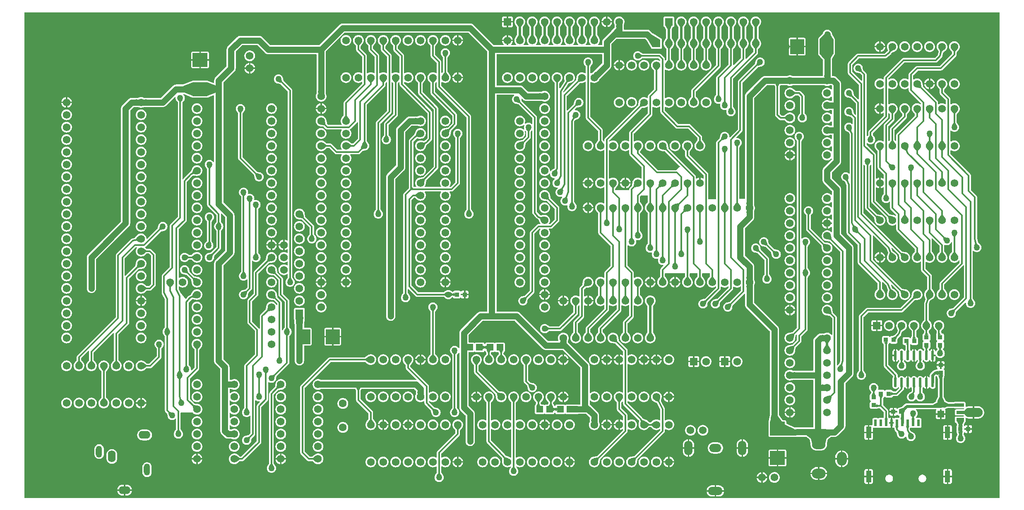
<source format=gtl>
G04 Layer: TopLayer*
G04 EasyEDA v6.5.39, 2024-02-04 17:50:00*
G04 ca02cd42b7a24e50ad9d11446f9c8c94,5509f98a9368439c9cde498926e245b9,10*
G04 Gerber Generator version 0.2*
G04 Scale: 100 percent, Rotated: No, Reflected: No *
G04 Dimensions in inches *
G04 leading zeros omitted , absolute positions ,3 integer and 6 decimal *
%FSLAX36Y36*%
%MOIN*%

%AMMACRO1*21,1,$1,$2,0,0,$3*%
%ADD10C,0.0120*%
%ADD11C,0.0500*%
%ADD12C,0.0220*%
%ADD13C,0.0200*%
%ADD14O,0.022597999999999997X0.080236*%
%ADD15MACRO1,0.0531X0.0555X90.0000*%
%ADD16MACRO1,0.0531X0.0555X-90.0000*%
%ADD17MACRO1,0.0532X0.0555X0.0000*%
%ADD18R,0.0532X0.0555*%
%ADD19R,0.0433X0.0945*%
%ADD20R,0.0244X0.0551*%
%ADD21R,0.0380X0.0360*%
%ADD22MACRO1,0.0265X0.062X-90.0000*%
%ADD23R,0.0360X0.0380*%
%ADD24MACRO1,0.1102X0.1185X0.0000*%
%ADD25MACRO1,0.1102X0.1185X90.0000*%
%ADD26MACRO1,0.1102X0.1185X-90.0000*%
%ADD27C,0.0620*%
%ADD28C,0.0630*%
%ADD29R,0.0620X0.0620*%
%ADD30O,0.11X0.08*%
%ADD31O,0.08X0.11*%
%ADD32O,0.05X0.095*%
%ADD33O,0.095X0.063*%
%ADD34O,0.063X0.095*%
%ADD35O,0.11810999999999999X0.066929*%
%ADD36O,0.066929X0.11810999999999999*%
%ADD37O,0.098425X0.066929*%
%ADD38R,0.0630X0.0620*%
%ADD39R,0.0620X0.0630*%
%ADD40C,0.1968*%
%ADD41C,0.0127*%

%LPD*%
G36*
X14200Y10200D02*
G01*
X12660Y10500D01*
X11379Y11379D01*
X10500Y12660D01*
X10200Y14200D01*
X10200Y3922799D01*
X10500Y3924340D01*
X11379Y3925620D01*
X12660Y3926500D01*
X14200Y3926800D01*
X7859800Y3926800D01*
X7861340Y3926500D01*
X7862619Y3925620D01*
X7863500Y3924340D01*
X7863800Y3922799D01*
X7863800Y14200D01*
X7863500Y12660D01*
X7862619Y11379D01*
X7861340Y10500D01*
X7859800Y10200D01*
G37*

%LPC*%
G36*
X5581000Y20680D02*
G01*
X5600460Y20680D01*
X5606319Y21040D01*
X5611940Y22120D01*
X5617400Y23880D01*
X5622580Y26320D01*
X5627420Y29400D01*
X5631840Y33060D01*
X5635780Y37240D01*
X5639140Y41880D01*
X5641900Y46900D01*
X5644020Y52240D01*
X5645440Y57779D01*
X5645760Y60340D01*
X5581000Y60340D01*
G37*
G36*
X5549539Y20680D02*
G01*
X5569000Y20680D01*
X5569000Y60340D01*
X5504240Y60340D01*
X5504560Y57779D01*
X5505980Y52240D01*
X5508099Y46900D01*
X5510860Y41880D01*
X5514240Y37240D01*
X5518160Y33060D01*
X5522580Y29400D01*
X5527420Y26320D01*
X5532600Y23880D01*
X5538060Y22120D01*
X5543680Y21040D01*
G37*
G36*
X822820Y28880D02*
G01*
X832680Y28880D01*
X838280Y29240D01*
X843680Y30280D01*
X848900Y31960D01*
X853860Y34300D01*
X858500Y37240D01*
X862720Y40740D01*
X866480Y44740D01*
X869700Y49180D01*
X872340Y53980D01*
X874360Y59080D01*
X875720Y64400D01*
X876000Y66580D01*
X822820Y66580D01*
G37*
G36*
X800939Y28880D02*
G01*
X810819Y28880D01*
X810819Y66580D01*
X757620Y66580D01*
X757900Y64400D01*
X759260Y59080D01*
X761280Y53980D01*
X763920Y49180D01*
X767140Y44740D01*
X770900Y40740D01*
X775120Y37240D01*
X779760Y34300D01*
X784720Y31960D01*
X789940Y30280D01*
X795340Y29240D01*
G37*
G36*
X5504240Y72340D02*
G01*
X5569000Y72340D01*
X5569000Y112000D01*
X5549539Y112000D01*
X5543680Y111640D01*
X5538060Y110559D01*
X5532600Y108780D01*
X5527420Y106340D01*
X5522580Y103280D01*
X5518160Y99620D01*
X5514240Y95440D01*
X5510860Y90800D01*
X5508099Y85780D01*
X5505980Y80440D01*
X5504560Y74900D01*
G37*
G36*
X5581000Y72340D02*
G01*
X5645760Y72340D01*
X5645440Y74900D01*
X5644020Y80440D01*
X5641900Y85780D01*
X5639140Y90800D01*
X5635780Y95440D01*
X5631840Y99620D01*
X5627420Y103280D01*
X5622580Y106340D01*
X5617400Y108780D01*
X5611940Y110559D01*
X5606319Y111640D01*
X5600460Y112000D01*
X5581000Y112000D01*
G37*
G36*
X822820Y78580D02*
G01*
X876000Y78580D01*
X875720Y80780D01*
X874360Y86100D01*
X872340Y91199D01*
X869700Y96000D01*
X866480Y100440D01*
X862720Y104440D01*
X858500Y107940D01*
X853860Y110879D01*
X848900Y113219D01*
X843680Y114900D01*
X838280Y115940D01*
X832680Y116280D01*
X822820Y116280D01*
G37*
G36*
X757620Y78580D02*
G01*
X810819Y78580D01*
X810819Y116280D01*
X800939Y116280D01*
X795340Y115940D01*
X789940Y114900D01*
X784720Y113219D01*
X779760Y110879D01*
X775120Y107940D01*
X770900Y104440D01*
X767140Y100440D01*
X763920Y96000D01*
X761280Y91199D01*
X759260Y86100D01*
X757900Y80780D01*
G37*
G36*
X6815160Y123699D02*
G01*
X6830599Y123699D01*
X6833180Y123960D01*
X6835460Y124660D01*
X6837580Y125780D01*
X6839420Y127300D01*
X6840940Y129140D01*
X6842060Y131240D01*
X6842760Y133540D01*
X6843000Y136100D01*
X6843000Y177160D01*
X6815160Y177160D01*
G37*
G36*
X6787700Y123699D02*
G01*
X6803160Y123699D01*
X6803160Y177160D01*
X6775300Y177160D01*
X6775300Y136100D01*
X6775560Y133540D01*
X6776240Y131240D01*
X6777360Y129140D01*
X6778880Y127300D01*
X6780740Y125780D01*
X6782840Y124660D01*
X6785119Y123960D01*
G37*
G36*
X7423520Y123699D02*
G01*
X7438980Y123699D01*
X7438980Y177140D01*
X7411120Y177140D01*
X7411120Y136100D01*
X7411380Y133520D01*
X7412080Y131240D01*
X7413200Y129140D01*
X7414720Y127280D01*
X7416559Y125780D01*
X7418660Y124640D01*
X7420940Y123960D01*
G37*
G36*
X7450980Y123699D02*
G01*
X7466440Y123699D01*
X7469000Y123960D01*
X7471300Y124640D01*
X7473400Y125780D01*
X7475240Y127280D01*
X7476760Y129140D01*
X7477880Y131240D01*
X7478579Y133520D01*
X7478840Y136100D01*
X7478840Y177140D01*
X7450980Y177140D01*
G37*
G36*
X6051380Y131840D02*
G01*
X6056900Y132360D01*
X6062279Y133600D01*
X6067480Y135500D01*
X6072400Y138060D01*
X6076920Y141240D01*
X6081020Y144960D01*
X6084620Y149160D01*
X6087640Y153800D01*
X6090040Y158800D01*
X6091780Y164040D01*
X6092840Y169480D01*
X6093200Y175000D01*
X6092840Y180520D01*
X6091780Y185960D01*
X6090040Y191200D01*
X6087640Y196200D01*
X6084620Y200840D01*
X6081020Y205040D01*
X6076920Y208760D01*
X6072400Y211940D01*
X6067480Y214500D01*
X6062279Y216400D01*
X6056900Y217640D01*
X6051380Y218160D01*
X6045860Y218000D01*
X6040380Y217100D01*
X6035080Y215539D01*
X6030019Y213299D01*
X6025280Y210420D01*
X6020960Y206980D01*
X6017120Y203000D01*
X6013800Y198560D01*
X6011079Y193740D01*
X6009000Y188619D01*
X6007600Y183260D01*
X6006900Y177760D01*
X6006900Y172240D01*
X6007600Y166740D01*
X6009000Y161380D01*
X6011079Y156260D01*
X6013800Y151440D01*
X6017120Y147000D01*
X6020960Y143020D01*
X6025280Y139580D01*
X6030019Y136700D01*
X6035080Y134460D01*
X6040380Y132900D01*
X6045860Y132000D01*
G37*
G36*
X5956000Y132280D02*
G01*
X5956900Y132360D01*
X5962279Y133600D01*
X5967480Y135500D01*
X5972400Y138060D01*
X5976920Y141240D01*
X5981020Y144960D01*
X5984620Y149160D01*
X5987640Y153800D01*
X5990040Y158800D01*
X5991780Y164040D01*
X5992740Y169000D01*
X5956000Y169000D01*
G37*
G36*
X5944000Y132300D02*
G01*
X5944000Y169000D01*
X5907320Y169000D01*
X5907600Y166740D01*
X5909000Y161380D01*
X5911079Y156260D01*
X5913800Y151440D01*
X5917120Y147000D01*
X5920960Y143020D01*
X5925280Y139580D01*
X5930019Y136700D01*
X5935080Y134460D01*
X5940380Y132900D01*
G37*
G36*
X6972200Y135800D02*
G01*
X6976820Y135800D01*
X6981380Y136500D01*
X6985800Y137860D01*
X6989960Y139860D01*
X6993760Y142460D01*
X6997160Y145600D01*
X7000040Y149200D01*
X7002340Y153200D01*
X7004020Y157500D01*
X7005060Y162000D01*
X7005400Y166600D01*
X7005060Y171220D01*
X7004020Y175720D01*
X7002340Y180020D01*
X7000040Y184020D01*
X6997160Y187620D01*
X6993760Y190760D01*
X6989960Y193359D01*
X6985800Y195360D01*
X6981380Y196720D01*
X6976820Y197420D01*
X6972200Y197420D01*
X6967640Y196720D01*
X6963220Y195360D01*
X6959059Y193359D01*
X6955260Y190760D01*
X6951860Y187620D01*
X6948980Y184020D01*
X6946680Y180020D01*
X6945000Y175720D01*
X6943960Y171220D01*
X6943620Y166600D01*
X6943960Y162000D01*
X6945000Y157500D01*
X6946680Y153200D01*
X6948980Y149200D01*
X6951860Y145600D01*
X6955260Y142460D01*
X6959059Y139860D01*
X6963220Y137860D01*
X6967640Y136500D01*
G37*
G36*
X7239920Y135800D02*
G01*
X7244520Y135800D01*
X7249100Y136500D01*
X7253500Y137860D01*
X7257660Y139860D01*
X7261480Y142460D01*
X7264860Y145600D01*
X7267740Y149200D01*
X7270060Y153200D01*
X7271740Y157500D01*
X7272760Y162000D01*
X7273099Y166600D01*
X7272760Y171220D01*
X7271740Y175720D01*
X7270060Y180020D01*
X7267740Y184020D01*
X7264860Y187620D01*
X7261480Y190760D01*
X7257660Y193359D01*
X7253500Y195360D01*
X7249100Y196720D01*
X7244520Y197420D01*
X7239920Y197420D01*
X7235340Y196720D01*
X7230940Y195360D01*
X7226780Y193359D01*
X7222960Y190760D01*
X7219580Y187620D01*
X7216700Y184020D01*
X7214380Y180020D01*
X7212700Y175720D01*
X7211680Y171220D01*
X7211340Y166600D01*
X7211680Y162000D01*
X7212700Y157500D01*
X7214380Y153200D01*
X7216700Y149200D01*
X7219580Y145600D01*
X7222960Y142460D01*
X7226780Y139860D01*
X7230940Y137860D01*
X7235340Y136500D01*
G37*
G36*
X3347460Y137900D02*
G01*
X3352540Y137900D01*
X3357559Y138580D01*
X3362460Y139960D01*
X3367120Y141980D01*
X3371440Y144620D01*
X3375380Y147820D01*
X3378840Y151520D01*
X3381780Y155680D01*
X3384120Y160180D01*
X3385820Y164960D01*
X3386840Y169940D01*
X3387200Y175000D01*
X3386840Y180060D01*
X3385820Y185040D01*
X3384120Y189820D01*
X3381780Y194320D01*
X3368960Y211960D01*
X3368399Y213080D01*
X3368200Y214320D01*
X3368200Y261920D01*
X3368480Y263380D01*
X3369260Y264640D01*
X3370460Y265520D01*
X3371900Y265920D01*
X3373380Y265740D01*
X3374700Y265060D01*
X3375280Y264580D01*
X3380020Y261700D01*
X3385080Y259460D01*
X3390380Y257900D01*
X3395860Y257000D01*
X3401380Y256840D01*
X3406900Y257360D01*
X3412280Y258600D01*
X3417480Y260500D01*
X3422400Y263060D01*
X3426920Y266240D01*
X3431019Y269960D01*
X3434620Y274160D01*
X3437640Y278800D01*
X3440040Y283800D01*
X3441780Y289040D01*
X3442840Y294480D01*
X3443200Y300000D01*
X3442840Y305520D01*
X3441780Y310960D01*
X3440040Y316200D01*
X3437640Y321200D01*
X3434620Y325840D01*
X3431019Y330040D01*
X3426920Y333760D01*
X3422400Y336940D01*
X3417480Y339500D01*
X3412280Y341400D01*
X3406900Y342640D01*
X3401380Y343160D01*
X3395860Y343000D01*
X3390380Y342100D01*
X3385080Y340540D01*
X3380020Y338300D01*
X3375280Y335420D01*
X3374700Y334940D01*
X3373380Y334260D01*
X3371900Y334080D01*
X3370460Y334480D01*
X3369260Y335360D01*
X3368480Y336620D01*
X3368200Y338080D01*
X3368200Y365800D01*
X3368500Y367340D01*
X3369380Y368640D01*
X3513360Y512640D01*
X3515460Y515420D01*
X3516960Y518440D01*
X3517880Y521659D01*
X3518200Y525180D01*
X3518200Y552140D01*
X3518420Y553460D01*
X3519060Y554620D01*
X3532660Y571740D01*
X3533200Y572520D01*
X3534620Y574160D01*
X3537640Y578800D01*
X3540040Y583800D01*
X3541780Y589040D01*
X3542840Y594480D01*
X3543200Y600000D01*
X3542840Y605520D01*
X3541780Y610960D01*
X3540040Y616200D01*
X3537640Y621200D01*
X3534620Y625840D01*
X3531019Y630040D01*
X3526920Y633760D01*
X3522400Y636940D01*
X3517480Y639500D01*
X3512280Y641400D01*
X3506900Y642640D01*
X3501380Y643160D01*
X3495860Y643000D01*
X3490380Y642099D01*
X3485080Y640540D01*
X3480020Y638300D01*
X3475280Y635420D01*
X3470960Y631980D01*
X3467120Y628000D01*
X3463800Y623560D01*
X3461080Y618740D01*
X3459000Y613620D01*
X3457600Y608260D01*
X3456900Y602760D01*
X3456900Y597240D01*
X3457600Y591740D01*
X3459000Y586380D01*
X3461080Y581260D01*
X3463800Y576440D01*
X3467320Y571740D01*
X3480940Y554620D01*
X3481580Y553460D01*
X3481800Y552140D01*
X3481800Y534200D01*
X3481500Y532660D01*
X3480620Y531360D01*
X3336640Y387360D01*
X3334540Y384580D01*
X3333039Y381560D01*
X3332120Y378340D01*
X3331800Y374820D01*
X3331800Y338040D01*
X3331420Y336340D01*
X3330380Y334980D01*
X3328840Y334180D01*
X3327120Y334099D01*
X3325520Y334760D01*
X3322400Y336940D01*
X3317480Y339500D01*
X3312280Y341400D01*
X3306900Y342640D01*
X3301380Y343160D01*
X3295860Y343000D01*
X3290380Y342100D01*
X3285080Y340540D01*
X3280020Y338300D01*
X3275280Y335420D01*
X3270960Y331980D01*
X3267120Y328000D01*
X3263800Y323560D01*
X3261080Y318740D01*
X3259000Y313620D01*
X3257600Y308260D01*
X3256900Y302760D01*
X3256900Y297240D01*
X3257600Y291740D01*
X3259000Y286380D01*
X3261080Y281260D01*
X3263800Y276440D01*
X3267120Y272000D01*
X3270960Y268020D01*
X3275280Y264580D01*
X3280020Y261700D01*
X3285080Y259460D01*
X3290380Y257900D01*
X3295860Y257000D01*
X3301380Y256840D01*
X3306900Y257360D01*
X3312280Y258600D01*
X3317480Y260500D01*
X3322400Y263060D01*
X3325520Y265240D01*
X3327120Y265900D01*
X3328840Y265820D01*
X3330380Y265020D01*
X3331420Y263660D01*
X3331800Y261960D01*
X3331800Y214320D01*
X3331600Y213080D01*
X3331040Y211960D01*
X3321560Y198939D01*
X3321160Y198480D01*
X3318220Y194320D01*
X3315880Y189820D01*
X3314180Y185040D01*
X3313159Y180060D01*
X3312799Y175000D01*
X3313159Y169940D01*
X3314180Y164960D01*
X3315880Y160180D01*
X3318220Y155680D01*
X3321160Y151520D01*
X3324620Y147820D01*
X3328560Y144620D01*
X3332880Y141980D01*
X3337540Y139960D01*
X3342440Y138580D01*
G37*
G36*
X6392600Y154680D02*
G01*
X6401480Y154680D01*
X6401480Y200880D01*
X6340720Y200880D01*
X6341079Y197820D01*
X6342480Y191920D01*
X6344560Y186220D01*
X6347279Y180799D01*
X6350620Y175720D01*
X6354520Y171080D01*
X6358940Y166900D01*
X6363800Y163280D01*
X6369059Y160240D01*
X6374620Y157840D01*
X6380440Y156100D01*
X6386420Y155040D01*
G37*
G36*
X6413480Y154680D02*
G01*
X6422360Y154680D01*
X6428540Y155040D01*
X6434520Y156100D01*
X6440340Y157840D01*
X6445900Y160240D01*
X6451160Y163280D01*
X6456040Y166900D01*
X6460440Y171080D01*
X6464340Y175720D01*
X6467680Y180799D01*
X6470400Y186220D01*
X6472480Y191920D01*
X6473880Y197820D01*
X6474240Y200880D01*
X6413480Y200880D01*
G37*
G36*
X995380Y178340D02*
G01*
X1000440Y178340D01*
X1005480Y179040D01*
X1010360Y180400D01*
X1015020Y182420D01*
X1019360Y185060D01*
X1023300Y188260D01*
X1026760Y191980D01*
X1029680Y196119D01*
X1032020Y200640D01*
X1033720Y205420D01*
X1034760Y210380D01*
X1035120Y215580D01*
X1035120Y260320D01*
X1034760Y265520D01*
X1033720Y270480D01*
X1032020Y275260D01*
X1029680Y279780D01*
X1026760Y283920D01*
X1023300Y287640D01*
X1019360Y290840D01*
X1015020Y293480D01*
X1010360Y295500D01*
X1005480Y296860D01*
X1000440Y297560D01*
X995380Y297560D01*
X990340Y296860D01*
X985460Y295500D01*
X980800Y293480D01*
X976460Y290840D01*
X972520Y287640D01*
X969060Y283920D01*
X966140Y279780D01*
X963800Y275260D01*
X962099Y270480D01*
X961060Y265520D01*
X960720Y260320D01*
X960720Y215580D01*
X961060Y210380D01*
X962099Y205420D01*
X963800Y200640D01*
X966140Y196119D01*
X969060Y191980D01*
X972520Y188260D01*
X976460Y185060D01*
X980800Y182420D01*
X985460Y180400D01*
X990340Y179040D01*
G37*
G36*
X5907320Y181000D02*
G01*
X5944000Y181000D01*
X5944000Y217700D01*
X5940380Y217100D01*
X5935080Y215539D01*
X5930019Y213299D01*
X5925280Y210420D01*
X5920960Y206980D01*
X5917120Y203000D01*
X5913800Y198560D01*
X5911079Y193740D01*
X5909000Y188619D01*
X5907600Y183260D01*
G37*
G36*
X5956000Y181000D02*
G01*
X5992740Y181000D01*
X5991780Y185960D01*
X5990040Y191200D01*
X5987640Y196200D01*
X5984620Y200840D01*
X5981020Y205040D01*
X5976920Y208760D01*
X5972400Y211940D01*
X5967480Y214500D01*
X5962279Y216400D01*
X5956900Y217640D01*
X5956000Y217719D01*
G37*
G36*
X3947460Y187900D02*
G01*
X3952540Y187900D01*
X3957559Y188580D01*
X3962460Y189960D01*
X3967120Y191980D01*
X3971440Y194620D01*
X3975380Y197820D01*
X3978840Y201520D01*
X3981780Y205680D01*
X3984120Y210180D01*
X3985820Y214960D01*
X3986840Y219940D01*
X3987200Y225000D01*
X3986840Y230060D01*
X3985820Y235040D01*
X3984120Y239820D01*
X3981780Y244320D01*
X3972280Y257399D01*
X3971620Y258820D01*
X3971560Y260380D01*
X3972100Y261840D01*
X3973159Y262980D01*
X3974560Y263640D01*
X3976120Y263720D01*
X3977580Y263180D01*
X3980020Y261700D01*
X3985080Y259460D01*
X3990380Y257900D01*
X3995860Y257000D01*
X4001380Y256840D01*
X4006900Y257360D01*
X4012280Y258600D01*
X4017480Y260500D01*
X4022400Y263060D01*
X4026920Y266240D01*
X4031019Y269960D01*
X4034620Y274160D01*
X4037640Y278800D01*
X4040040Y283800D01*
X4041780Y289040D01*
X4042840Y294480D01*
X4043200Y300000D01*
X4042840Y305520D01*
X4041780Y310960D01*
X4040040Y316200D01*
X4037640Y321200D01*
X4034620Y325840D01*
X4031019Y330040D01*
X4026920Y333760D01*
X4022400Y336940D01*
X4017480Y339500D01*
X4012280Y341400D01*
X4006900Y342640D01*
X4001380Y343160D01*
X3995860Y343000D01*
X3990380Y342100D01*
X3985080Y340540D01*
X3980020Y338300D01*
X3975280Y335420D01*
X3974700Y334940D01*
X3973380Y334260D01*
X3971900Y334080D01*
X3970460Y334480D01*
X3969260Y335360D01*
X3968480Y336620D01*
X3968200Y338080D01*
X3968200Y561920D01*
X3968480Y563380D01*
X3969260Y564640D01*
X3970460Y565520D01*
X3971900Y565920D01*
X3973380Y565740D01*
X3974700Y565060D01*
X3975280Y564580D01*
X3980020Y561700D01*
X3985080Y559460D01*
X3990380Y557900D01*
X3995860Y557000D01*
X4001380Y556840D01*
X4006900Y557360D01*
X4012280Y558600D01*
X4017480Y560500D01*
X4022400Y563060D01*
X4026920Y566240D01*
X4031019Y569960D01*
X4034620Y574160D01*
X4037640Y578800D01*
X4040040Y583800D01*
X4041780Y589040D01*
X4042840Y594480D01*
X4043200Y600000D01*
X4042840Y605520D01*
X4041780Y610960D01*
X4040040Y616200D01*
X4037640Y621200D01*
X4034620Y625840D01*
X4031019Y630040D01*
X4026920Y633760D01*
X4022400Y636940D01*
X4017480Y639500D01*
X4012280Y641400D01*
X4006900Y642640D01*
X4001380Y643160D01*
X3995860Y643000D01*
X3990380Y642099D01*
X3985080Y640540D01*
X3980020Y638300D01*
X3975280Y635420D01*
X3974700Y634940D01*
X3973380Y634260D01*
X3971900Y634080D01*
X3970460Y634480D01*
X3969260Y635360D01*
X3968480Y636620D01*
X3968200Y638080D01*
X3968200Y777140D01*
X3968420Y778460D01*
X3969060Y779620D01*
X3982660Y796740D01*
X3983200Y797520D01*
X3984620Y799160D01*
X3987640Y803800D01*
X3990040Y808800D01*
X3991780Y814040D01*
X3992840Y819479D01*
X3993200Y825000D01*
X3992840Y830520D01*
X3991780Y835960D01*
X3990040Y841200D01*
X3987640Y846200D01*
X3984620Y850840D01*
X3981019Y855040D01*
X3976920Y858760D01*
X3972400Y861940D01*
X3967480Y864500D01*
X3962280Y866400D01*
X3956900Y867640D01*
X3951380Y868160D01*
X3945860Y868000D01*
X3940380Y867099D01*
X3935080Y865540D01*
X3930020Y863300D01*
X3925280Y860420D01*
X3920960Y856979D01*
X3917120Y853000D01*
X3913800Y848560D01*
X3911080Y843740D01*
X3909000Y838620D01*
X3907600Y833259D01*
X3906900Y827760D01*
X3906900Y822240D01*
X3907600Y816740D01*
X3909000Y811380D01*
X3911080Y806260D01*
X3913800Y801440D01*
X3917320Y796740D01*
X3930940Y779620D01*
X3931580Y778460D01*
X3931800Y777140D01*
X3931800Y638040D01*
X3931420Y636340D01*
X3930380Y634980D01*
X3928840Y634180D01*
X3927120Y634100D01*
X3925520Y634760D01*
X3922400Y636940D01*
X3917480Y639500D01*
X3912280Y641400D01*
X3906900Y642640D01*
X3901380Y643160D01*
X3895860Y643000D01*
X3890380Y642099D01*
X3885080Y640540D01*
X3880020Y638300D01*
X3875280Y635420D01*
X3870960Y631980D01*
X3867120Y628000D01*
X3863800Y623560D01*
X3861080Y618740D01*
X3859000Y613620D01*
X3857600Y608260D01*
X3856900Y602760D01*
X3856900Y597240D01*
X3857600Y591740D01*
X3859000Y586380D01*
X3861080Y581260D01*
X3863800Y576440D01*
X3867120Y572000D01*
X3870960Y568020D01*
X3875280Y564580D01*
X3880020Y561700D01*
X3885080Y559460D01*
X3890380Y557900D01*
X3895860Y557000D01*
X3901380Y556840D01*
X3906900Y557360D01*
X3912280Y558600D01*
X3917480Y560500D01*
X3922400Y563060D01*
X3925520Y565240D01*
X3927120Y565900D01*
X3928840Y565820D01*
X3930380Y565020D01*
X3931420Y563660D01*
X3931800Y561960D01*
X3931800Y338040D01*
X3931420Y336340D01*
X3930380Y334980D01*
X3928840Y334180D01*
X3927120Y334099D01*
X3925520Y334760D01*
X3922400Y336940D01*
X3917480Y339500D01*
X3912220Y341440D01*
X3889600Y348100D01*
X3888399Y348700D01*
X3887460Y349640D01*
X3880020Y360300D01*
X3877740Y363000D01*
X3769380Y471360D01*
X3768500Y472660D01*
X3768200Y474200D01*
X3768200Y561920D01*
X3768480Y563380D01*
X3769260Y564640D01*
X3770460Y565520D01*
X3771900Y565920D01*
X3773380Y565740D01*
X3774700Y565060D01*
X3775280Y564580D01*
X3780020Y561700D01*
X3785080Y559460D01*
X3790380Y557900D01*
X3795860Y557000D01*
X3801380Y556840D01*
X3806900Y557360D01*
X3812280Y558600D01*
X3817480Y560500D01*
X3822400Y563060D01*
X3826920Y566240D01*
X3831019Y569960D01*
X3834620Y574160D01*
X3837640Y578800D01*
X3840040Y583800D01*
X3841780Y589040D01*
X3842840Y594480D01*
X3843200Y600000D01*
X3842840Y605520D01*
X3841780Y610960D01*
X3840040Y616200D01*
X3837640Y621200D01*
X3834620Y625840D01*
X3831019Y630040D01*
X3826920Y633760D01*
X3822400Y636940D01*
X3817480Y639500D01*
X3812280Y641400D01*
X3806900Y642640D01*
X3801380Y643160D01*
X3795860Y643000D01*
X3790380Y642099D01*
X3785080Y640540D01*
X3780020Y638300D01*
X3775280Y635420D01*
X3774700Y634940D01*
X3773380Y634260D01*
X3771900Y634080D01*
X3770460Y634480D01*
X3769260Y635360D01*
X3768480Y636620D01*
X3768200Y638080D01*
X3768200Y777140D01*
X3768420Y778460D01*
X3769060Y779620D01*
X3782660Y796740D01*
X3783200Y797520D01*
X3784620Y799160D01*
X3787640Y803800D01*
X3790040Y808800D01*
X3791780Y814040D01*
X3792840Y819479D01*
X3793200Y825000D01*
X3792840Y830520D01*
X3791780Y835960D01*
X3790040Y841200D01*
X3787640Y846200D01*
X3784620Y850840D01*
X3781019Y855040D01*
X3776920Y858760D01*
X3772400Y861940D01*
X3767480Y864500D01*
X3762280Y866400D01*
X3756900Y867640D01*
X3751380Y868160D01*
X3745860Y868000D01*
X3740380Y867099D01*
X3735080Y865540D01*
X3730020Y863300D01*
X3725280Y860420D01*
X3720960Y856979D01*
X3717120Y853000D01*
X3713800Y848560D01*
X3711080Y843740D01*
X3709000Y838620D01*
X3707600Y833259D01*
X3706900Y827760D01*
X3706900Y822240D01*
X3707600Y816740D01*
X3709000Y811380D01*
X3711080Y806260D01*
X3713800Y801440D01*
X3717320Y796740D01*
X3730940Y779620D01*
X3731580Y778460D01*
X3731800Y777140D01*
X3731800Y638040D01*
X3731420Y636340D01*
X3730380Y634980D01*
X3728840Y634180D01*
X3727120Y634100D01*
X3725520Y634760D01*
X3722400Y636940D01*
X3717480Y639500D01*
X3712280Y641400D01*
X3706900Y642640D01*
X3701380Y643160D01*
X3695860Y643000D01*
X3690380Y642099D01*
X3685080Y640540D01*
X3680020Y638300D01*
X3675280Y635420D01*
X3670960Y631980D01*
X3667120Y628000D01*
X3663800Y623560D01*
X3661080Y618740D01*
X3659000Y613620D01*
X3657600Y608260D01*
X3656900Y602760D01*
X3656900Y597240D01*
X3657600Y591740D01*
X3659000Y586380D01*
X3661080Y581260D01*
X3663800Y576440D01*
X3667120Y572000D01*
X3670960Y568020D01*
X3675280Y564580D01*
X3680020Y561700D01*
X3685080Y559460D01*
X3690380Y557900D01*
X3695860Y557000D01*
X3701380Y556840D01*
X3706900Y557360D01*
X3712280Y558600D01*
X3717480Y560500D01*
X3722400Y563060D01*
X3725520Y565240D01*
X3727120Y565900D01*
X3728840Y565820D01*
X3730380Y565020D01*
X3731420Y563660D01*
X3731800Y561960D01*
X3731820Y464300D01*
X3732300Y460840D01*
X3733360Y457660D01*
X3735000Y454720D01*
X3737260Y452000D01*
X3850760Y338500D01*
X3851200Y337980D01*
X3857640Y328780D01*
X3858220Y327560D01*
X3858360Y326240D01*
X3856900Y302840D01*
X3856900Y297240D01*
X3857600Y291740D01*
X3859000Y286380D01*
X3861080Y281260D01*
X3863800Y276440D01*
X3867120Y272000D01*
X3870960Y268020D01*
X3875280Y264580D01*
X3880020Y261700D01*
X3885080Y259460D01*
X3890380Y257900D01*
X3895860Y257000D01*
X3901380Y256840D01*
X3906900Y257360D01*
X3912280Y258600D01*
X3917480Y260500D01*
X3922500Y263120D01*
X3924220Y263580D01*
X3925960Y263240D01*
X3927380Y262180D01*
X3928220Y260620D01*
X3928279Y258840D01*
X3927580Y257220D01*
X3921560Y248939D01*
X3921160Y248480D01*
X3918220Y244320D01*
X3915880Y239820D01*
X3914180Y235040D01*
X3913159Y230060D01*
X3912799Y225000D01*
X3913159Y219940D01*
X3914180Y214960D01*
X3915880Y210180D01*
X3918220Y205680D01*
X3921160Y201520D01*
X3924620Y197820D01*
X3928560Y194620D01*
X3932880Y191980D01*
X3937540Y189960D01*
X3942440Y188580D01*
G37*
G36*
X7450980Y189140D02*
G01*
X7478840Y189140D01*
X7478840Y230200D01*
X7478579Y232760D01*
X7477880Y235060D01*
X7476760Y237160D01*
X7475240Y239000D01*
X7473400Y240520D01*
X7471300Y241640D01*
X7469000Y242340D01*
X7466440Y242580D01*
X7450980Y242580D01*
G37*
G36*
X7411120Y189140D02*
G01*
X7438980Y189140D01*
X7438980Y242580D01*
X7423520Y242580D01*
X7420940Y242340D01*
X7418660Y241640D01*
X7416559Y240520D01*
X7414720Y239000D01*
X7413200Y237160D01*
X7412080Y235060D01*
X7411380Y232760D01*
X7411120Y230200D01*
G37*
G36*
X6815160Y189160D02*
G01*
X6843000Y189160D01*
X6843000Y230200D01*
X6842760Y232780D01*
X6842060Y235060D01*
X6840940Y237160D01*
X6839420Y239000D01*
X6837580Y240520D01*
X6835460Y241640D01*
X6833180Y242340D01*
X6830599Y242600D01*
X6815160Y242600D01*
G37*
G36*
X6775300Y189160D02*
G01*
X6803160Y189160D01*
X6803160Y242600D01*
X6787700Y242600D01*
X6785119Y242340D01*
X6782840Y241640D01*
X6780740Y240520D01*
X6778880Y239000D01*
X6777360Y237160D01*
X6776240Y235060D01*
X6775560Y232780D01*
X6775300Y230200D01*
G37*
G36*
X6340720Y212880D02*
G01*
X6401480Y212880D01*
X6401480Y259080D01*
X6392600Y259080D01*
X6386420Y258740D01*
X6380440Y257680D01*
X6374620Y255940D01*
X6369059Y253540D01*
X6363800Y250500D01*
X6358940Y246880D01*
X6354520Y242700D01*
X6350620Y238060D01*
X6347279Y232979D01*
X6344560Y227560D01*
X6342480Y221860D01*
X6341079Y215960D01*
G37*
G36*
X6413480Y212880D02*
G01*
X6474240Y212880D01*
X6473880Y215960D01*
X6472480Y221860D01*
X6470400Y227560D01*
X6467680Y232979D01*
X6464340Y238060D01*
X6460440Y242700D01*
X6456040Y246880D01*
X6451160Y250500D01*
X6445900Y253540D01*
X6440340Y255940D01*
X6434520Y257680D01*
X6428540Y258740D01*
X6422360Y259080D01*
X6413480Y259080D01*
G37*
G36*
X1997460Y212900D02*
G01*
X2002540Y212900D01*
X2007560Y213580D01*
X2012460Y214960D01*
X2017120Y216980D01*
X2021440Y219620D01*
X2025380Y222820D01*
X2028839Y226520D01*
X2031780Y230680D01*
X2034120Y235180D01*
X2035820Y239960D01*
X2036840Y244940D01*
X2037200Y250000D01*
X2036840Y255060D01*
X2035820Y260040D01*
X2034120Y264820D01*
X2031780Y269320D01*
X2018959Y286960D01*
X2018400Y288080D01*
X2018200Y289320D01*
X2018200Y840800D01*
X2018500Y842340D01*
X2019379Y843640D01*
X2054019Y878280D01*
X2055120Y879060D01*
X2056399Y879440D01*
X2078120Y881919D01*
X2079019Y882080D01*
X2081900Y882360D01*
X2087280Y883600D01*
X2092480Y885500D01*
X2097400Y888060D01*
X2101920Y891240D01*
X2106020Y894960D01*
X2109620Y899160D01*
X2112640Y903800D01*
X2115040Y908800D01*
X2116780Y914040D01*
X2117840Y919479D01*
X2118200Y925000D01*
X2117840Y930520D01*
X2116780Y935960D01*
X2115040Y941200D01*
X2112640Y946200D01*
X2109620Y950840D01*
X2106020Y955040D01*
X2101920Y958760D01*
X2097400Y961940D01*
X2092480Y964500D01*
X2087280Y966400D01*
X2081900Y967640D01*
X2076380Y968160D01*
X2070860Y968000D01*
X2065380Y967099D01*
X2060080Y965540D01*
X2055020Y963300D01*
X2050280Y960420D01*
X2045960Y956979D01*
X2042120Y953000D01*
X2038800Y948560D01*
X2036080Y943740D01*
X2034000Y938620D01*
X2032600Y933240D01*
X2031940Y928280D01*
X2029440Y906400D01*
X2029060Y905120D01*
X2028280Y904020D01*
X1986639Y862360D01*
X1984540Y859580D01*
X1983040Y856560D01*
X1982120Y853340D01*
X1981800Y849820D01*
X1981800Y289320D01*
X1981600Y288080D01*
X1981040Y286960D01*
X1971560Y273940D01*
X1971160Y273480D01*
X1968220Y269320D01*
X1965880Y264820D01*
X1964180Y260040D01*
X1963160Y255060D01*
X1962800Y250000D01*
X1963160Y244940D01*
X1964180Y239960D01*
X1965880Y235180D01*
X1968220Y230680D01*
X1971160Y226520D01*
X1974620Y222820D01*
X1978560Y219620D01*
X1982880Y216980D01*
X1987540Y214960D01*
X1992440Y213580D01*
G37*
G36*
X2801380Y256840D02*
G01*
X2806900Y257360D01*
X2812280Y258600D01*
X2817480Y260500D01*
X2822400Y263060D01*
X2826920Y266240D01*
X2831019Y269960D01*
X2834620Y274160D01*
X2837640Y278800D01*
X2840040Y283800D01*
X2841780Y289040D01*
X2842840Y294480D01*
X2843200Y300000D01*
X2842840Y305520D01*
X2841780Y310960D01*
X2840040Y316200D01*
X2837640Y321200D01*
X2834620Y325840D01*
X2831019Y330040D01*
X2826920Y333760D01*
X2822400Y336940D01*
X2817480Y339500D01*
X2812280Y341400D01*
X2806900Y342640D01*
X2801380Y343160D01*
X2795860Y343000D01*
X2790380Y342100D01*
X2785080Y340540D01*
X2780020Y338300D01*
X2775280Y335420D01*
X2770960Y331980D01*
X2767120Y328000D01*
X2763800Y323560D01*
X2761080Y318740D01*
X2759000Y313620D01*
X2757600Y308260D01*
X2756900Y302760D01*
X2756900Y297240D01*
X2757600Y291740D01*
X2759000Y286380D01*
X2761080Y281260D01*
X2763800Y276440D01*
X2767120Y272000D01*
X2770960Y268020D01*
X2775280Y264580D01*
X2780020Y261700D01*
X2785080Y259460D01*
X2790380Y257900D01*
X2795860Y257000D01*
G37*
G36*
X3801380Y256840D02*
G01*
X3806900Y257360D01*
X3812280Y258600D01*
X3817480Y260500D01*
X3822400Y263060D01*
X3826920Y266240D01*
X3831019Y269960D01*
X3834620Y274160D01*
X3837640Y278800D01*
X3840040Y283800D01*
X3841780Y289040D01*
X3842840Y294480D01*
X3843200Y300000D01*
X3842840Y305520D01*
X3841780Y310960D01*
X3840040Y316200D01*
X3837640Y321200D01*
X3834620Y325840D01*
X3831019Y330040D01*
X3826920Y333760D01*
X3822400Y336940D01*
X3817480Y339500D01*
X3812280Y341400D01*
X3806900Y342640D01*
X3801380Y343160D01*
X3795860Y343000D01*
X3790380Y342100D01*
X3785080Y340540D01*
X3780020Y338300D01*
X3775280Y335420D01*
X3770960Y331980D01*
X3767120Y328000D01*
X3763800Y323560D01*
X3761080Y318740D01*
X3759000Y313620D01*
X3757600Y308260D01*
X3756900Y302760D01*
X3756900Y297240D01*
X3757600Y291740D01*
X3759000Y286380D01*
X3761080Y281260D01*
X3763800Y276440D01*
X3767120Y272000D01*
X3770960Y268020D01*
X3775280Y264580D01*
X3780020Y261700D01*
X3785080Y259460D01*
X3790380Y257900D01*
X3795860Y257000D01*
G37*
G36*
X4101380Y256840D02*
G01*
X4106900Y257360D01*
X4112280Y258600D01*
X4117480Y260500D01*
X4122400Y263060D01*
X4126920Y266240D01*
X4131019Y269960D01*
X4134620Y274160D01*
X4137640Y278800D01*
X4140040Y283800D01*
X4141780Y289040D01*
X4142840Y294480D01*
X4143200Y300000D01*
X4142840Y305520D01*
X4141780Y310960D01*
X4140040Y316200D01*
X4137640Y321200D01*
X4134620Y325840D01*
X4131019Y330040D01*
X4126920Y333760D01*
X4122400Y336940D01*
X4117480Y339500D01*
X4112280Y341400D01*
X4106900Y342640D01*
X4101380Y343160D01*
X4095860Y343000D01*
X4090380Y342100D01*
X4085080Y340540D01*
X4080020Y338300D01*
X4075280Y335420D01*
X4070960Y331980D01*
X4067120Y328000D01*
X4063800Y323560D01*
X4061080Y318740D01*
X4059000Y313620D01*
X4057600Y308260D01*
X4056900Y302760D01*
X4056900Y297240D01*
X4057600Y291740D01*
X4059000Y286380D01*
X4061080Y281260D01*
X4063800Y276440D01*
X4067120Y272000D01*
X4070960Y268020D01*
X4075280Y264580D01*
X4080020Y261700D01*
X4085080Y259460D01*
X4090380Y257900D01*
X4095860Y257000D01*
G37*
G36*
X3101380Y256840D02*
G01*
X3106900Y257360D01*
X3112280Y258600D01*
X3117480Y260500D01*
X3122400Y263060D01*
X3126920Y266240D01*
X3131019Y269960D01*
X3134620Y274160D01*
X3137640Y278800D01*
X3140040Y283800D01*
X3141780Y289040D01*
X3142840Y294480D01*
X3143200Y300000D01*
X3142840Y305520D01*
X3141780Y310960D01*
X3140040Y316200D01*
X3137640Y321200D01*
X3134620Y325840D01*
X3131019Y330040D01*
X3126920Y333760D01*
X3122400Y336940D01*
X3117480Y339500D01*
X3112280Y341400D01*
X3106900Y342640D01*
X3101380Y343160D01*
X3095860Y343000D01*
X3090380Y342100D01*
X3085080Y340540D01*
X3080020Y338300D01*
X3075280Y335420D01*
X3070960Y331980D01*
X3067120Y328000D01*
X3063800Y323560D01*
X3061080Y318740D01*
X3059000Y313620D01*
X3057600Y308260D01*
X3056900Y302760D01*
X3056900Y297240D01*
X3057600Y291740D01*
X3059000Y286380D01*
X3061080Y281260D01*
X3063800Y276440D01*
X3067120Y272000D01*
X3070960Y268020D01*
X3075280Y264580D01*
X3080020Y261700D01*
X3085080Y259460D01*
X3090380Y257900D01*
X3095860Y257000D01*
G37*
G36*
X3001380Y256840D02*
G01*
X3006900Y257360D01*
X3012280Y258600D01*
X3017480Y260500D01*
X3022400Y263060D01*
X3026920Y266240D01*
X3031019Y269960D01*
X3034620Y274160D01*
X3037640Y278800D01*
X3040040Y283800D01*
X3041780Y289040D01*
X3042840Y294480D01*
X3043200Y300000D01*
X3042840Y305520D01*
X3041780Y310960D01*
X3040040Y316200D01*
X3037640Y321200D01*
X3034620Y325840D01*
X3031019Y330040D01*
X3026920Y333760D01*
X3022400Y336940D01*
X3017480Y339500D01*
X3012280Y341400D01*
X3006900Y342640D01*
X3001380Y343160D01*
X2995860Y343000D01*
X2990380Y342100D01*
X2985080Y340540D01*
X2980020Y338300D01*
X2975280Y335420D01*
X2970960Y331980D01*
X2967120Y328000D01*
X2963800Y323560D01*
X2961080Y318740D01*
X2959000Y313620D01*
X2957600Y308260D01*
X2956900Y302760D01*
X2956900Y297240D01*
X2957600Y291740D01*
X2959000Y286380D01*
X2961080Y281260D01*
X2963800Y276440D01*
X2967120Y272000D01*
X2970960Y268020D01*
X2975280Y264580D01*
X2980020Y261700D01*
X2985080Y259460D01*
X2990380Y257900D01*
X2995860Y257000D01*
G37*
G36*
X4201380Y256840D02*
G01*
X4206900Y257360D01*
X4212280Y258600D01*
X4217480Y260500D01*
X4222400Y263060D01*
X4226920Y266240D01*
X4231020Y269960D01*
X4234620Y274160D01*
X4237640Y278800D01*
X4240040Y283800D01*
X4241780Y289040D01*
X4242840Y294480D01*
X4243200Y300000D01*
X4242840Y305520D01*
X4241780Y310960D01*
X4240040Y316200D01*
X4237640Y321200D01*
X4234620Y325840D01*
X4231020Y330040D01*
X4226920Y333760D01*
X4222400Y336940D01*
X4217480Y339500D01*
X4212280Y341400D01*
X4206900Y342640D01*
X4201380Y343160D01*
X4195860Y343000D01*
X4190380Y342100D01*
X4185080Y340540D01*
X4180020Y338300D01*
X4175280Y335420D01*
X4170960Y331980D01*
X4167120Y328000D01*
X4163800Y323560D01*
X4161080Y318740D01*
X4159000Y313620D01*
X4157600Y308260D01*
X4156900Y302760D01*
X4156900Y297240D01*
X4157600Y291740D01*
X4159000Y286380D01*
X4161080Y281260D01*
X4163800Y276440D01*
X4167120Y272000D01*
X4170960Y268020D01*
X4175280Y264580D01*
X4180020Y261700D01*
X4185080Y259460D01*
X4190380Y257900D01*
X4195860Y257000D01*
G37*
G36*
X3201380Y256840D02*
G01*
X3206900Y257360D01*
X3212280Y258600D01*
X3217480Y260500D01*
X3222400Y263060D01*
X3226920Y266240D01*
X3231019Y269960D01*
X3234620Y274160D01*
X3237640Y278800D01*
X3240040Y283800D01*
X3241780Y289040D01*
X3242840Y294480D01*
X3243200Y300000D01*
X3242840Y305520D01*
X3241780Y310960D01*
X3240040Y316200D01*
X3237640Y321200D01*
X3234620Y325840D01*
X3231019Y330040D01*
X3226920Y333760D01*
X3222400Y336940D01*
X3217480Y339500D01*
X3212280Y341400D01*
X3206900Y342640D01*
X3201380Y343160D01*
X3195860Y343000D01*
X3190380Y342100D01*
X3185080Y340540D01*
X3180020Y338300D01*
X3175280Y335420D01*
X3170960Y331980D01*
X3167120Y328000D01*
X3163800Y323560D01*
X3161080Y318740D01*
X3159000Y313620D01*
X3157600Y308260D01*
X3156900Y302760D01*
X3156900Y297240D01*
X3157600Y291740D01*
X3159000Y286380D01*
X3161080Y281260D01*
X3163800Y276440D01*
X3167120Y272000D01*
X3170960Y268020D01*
X3175280Y264580D01*
X3180020Y261700D01*
X3185080Y259460D01*
X3190380Y257900D01*
X3195860Y257000D01*
G37*
G36*
X4301380Y256840D02*
G01*
X4306900Y257360D01*
X4312280Y258600D01*
X4317480Y260500D01*
X4322400Y263060D01*
X4326920Y266240D01*
X4331020Y269960D01*
X4334620Y274160D01*
X4337640Y278800D01*
X4340040Y283800D01*
X4341780Y289040D01*
X4342840Y294480D01*
X4343200Y300000D01*
X4342840Y305520D01*
X4341780Y310960D01*
X4340040Y316200D01*
X4337640Y321200D01*
X4334620Y325840D01*
X4331020Y330040D01*
X4326920Y333760D01*
X4322400Y336940D01*
X4317480Y339500D01*
X4312280Y341400D01*
X4306900Y342640D01*
X4301380Y343160D01*
X4295860Y343000D01*
X4290380Y342100D01*
X4285080Y340540D01*
X4280020Y338300D01*
X4275280Y335420D01*
X4270960Y331980D01*
X4267120Y328000D01*
X4263800Y323560D01*
X4261080Y318740D01*
X4259000Y313620D01*
X4257600Y308260D01*
X4256900Y302760D01*
X4256900Y297240D01*
X4257600Y291740D01*
X4259000Y286380D01*
X4261080Y281260D01*
X4263800Y276440D01*
X4267120Y272000D01*
X4270960Y268020D01*
X4275280Y264580D01*
X4280020Y261700D01*
X4285080Y259460D01*
X4290380Y257900D01*
X4295860Y257000D01*
G37*
G36*
X2901380Y256840D02*
G01*
X2906900Y257360D01*
X2912280Y258600D01*
X2917480Y260500D01*
X2922400Y263060D01*
X2926920Y266240D01*
X2931019Y269960D01*
X2934620Y274160D01*
X2937640Y278800D01*
X2940040Y283800D01*
X2941780Y289040D01*
X2942840Y294480D01*
X2943200Y300000D01*
X2942840Y305520D01*
X2941780Y310960D01*
X2940040Y316200D01*
X2937640Y321200D01*
X2934620Y325840D01*
X2931019Y330040D01*
X2926920Y333760D01*
X2922400Y336940D01*
X2917480Y339500D01*
X2912280Y341400D01*
X2906900Y342640D01*
X2901380Y343160D01*
X2895860Y343000D01*
X2890380Y342100D01*
X2885080Y340540D01*
X2880020Y338300D01*
X2875280Y335420D01*
X2870960Y331980D01*
X2867120Y328000D01*
X2863800Y323560D01*
X2861080Y318740D01*
X2859000Y313620D01*
X2857600Y308260D01*
X2856900Y302760D01*
X2856900Y297240D01*
X2857600Y291740D01*
X2859000Y286380D01*
X2861080Y281260D01*
X2863800Y276440D01*
X2867120Y272000D01*
X2870960Y268020D01*
X2875280Y264580D01*
X2880020Y261700D01*
X2885080Y259460D01*
X2890380Y257900D01*
X2895860Y257000D01*
G37*
G36*
X3701380Y256840D02*
G01*
X3706900Y257360D01*
X3712280Y258600D01*
X3717480Y260500D01*
X3722400Y263060D01*
X3726920Y266240D01*
X3731019Y269960D01*
X3734620Y274160D01*
X3737640Y278800D01*
X3740040Y283800D01*
X3741780Y289040D01*
X3742840Y294480D01*
X3743200Y300000D01*
X3742840Y305520D01*
X3741780Y310960D01*
X3740040Y316200D01*
X3737640Y321200D01*
X3734620Y325840D01*
X3731019Y330040D01*
X3726920Y333760D01*
X3722400Y336940D01*
X3717480Y339500D01*
X3712280Y341400D01*
X3706900Y342640D01*
X3701380Y343160D01*
X3695860Y343000D01*
X3690380Y342100D01*
X3685080Y340540D01*
X3680020Y338300D01*
X3675280Y335420D01*
X3670960Y331980D01*
X3667120Y328000D01*
X3663800Y323560D01*
X3661080Y318740D01*
X3659000Y313620D01*
X3657600Y308260D01*
X3656900Y302760D01*
X3656900Y297240D01*
X3657600Y291740D01*
X3659000Y286380D01*
X3661080Y281260D01*
X3663800Y276440D01*
X3667120Y272000D01*
X3670960Y268020D01*
X3675280Y264580D01*
X3680020Y261700D01*
X3685080Y259460D01*
X3690380Y257900D01*
X3695860Y257000D01*
G37*
G36*
X4697240Y256900D02*
G01*
X4702760Y256900D01*
X4708260Y257600D01*
X4713620Y259000D01*
X4718740Y261080D01*
X4723560Y263800D01*
X4728000Y267120D01*
X4731980Y270960D01*
X4735420Y275280D01*
X4738300Y280020D01*
X4740540Y285080D01*
X4742100Y290380D01*
X4743000Y295860D01*
X4743180Y301380D01*
X4742640Y306900D01*
X4741400Y312280D01*
X4739500Y317480D01*
X4736940Y322400D01*
X4733760Y326920D01*
X4730040Y331019D01*
X4725840Y334620D01*
X4721200Y337640D01*
X4716200Y340040D01*
X4710960Y341780D01*
X4705520Y342840D01*
X4700000Y343200D01*
X4694480Y342840D01*
X4689040Y341780D01*
X4683800Y340040D01*
X4678800Y337640D01*
X4674160Y334620D01*
X4669960Y331019D01*
X4666240Y326920D01*
X4663060Y322400D01*
X4660500Y317480D01*
X4658600Y312280D01*
X4657360Y306900D01*
X4656840Y301380D01*
X4657000Y295860D01*
X4657900Y290380D01*
X4659460Y285080D01*
X4661700Y280020D01*
X4664580Y275280D01*
X4668020Y270960D01*
X4672000Y267120D01*
X4676440Y263800D01*
X4681260Y261080D01*
X4686400Y259000D01*
X4691740Y257600D01*
G37*
G36*
X4797240Y256900D02*
G01*
X4802760Y256900D01*
X4808260Y257600D01*
X4813620Y259000D01*
X4818740Y261080D01*
X4823560Y263800D01*
X4828000Y267120D01*
X4831980Y270960D01*
X4835420Y275280D01*
X4838300Y280020D01*
X4840540Y285080D01*
X4842100Y290380D01*
X4843000Y295860D01*
X4843180Y301380D01*
X4842640Y306900D01*
X4841400Y312280D01*
X4839500Y317480D01*
X4836940Y322400D01*
X4833760Y326920D01*
X4830040Y331019D01*
X4825840Y334620D01*
X4821200Y337640D01*
X4816200Y340040D01*
X4810960Y341780D01*
X4805520Y342840D01*
X4800000Y343200D01*
X4794480Y342840D01*
X4789040Y341780D01*
X4783800Y340040D01*
X4778800Y337640D01*
X4774160Y334620D01*
X4769960Y331019D01*
X4766240Y326920D01*
X4763060Y322400D01*
X4760500Y317480D01*
X4758600Y312280D01*
X4757360Y306900D01*
X4756840Y301380D01*
X4757000Y295860D01*
X4757900Y290380D01*
X4759460Y285080D01*
X4761700Y280020D01*
X4764580Y275280D01*
X4768020Y270960D01*
X4772000Y267120D01*
X4776440Y263800D01*
X4781260Y261080D01*
X4786400Y259000D01*
X4791740Y257600D01*
G37*
G36*
X5097240Y256900D02*
G01*
X5102760Y256900D01*
X5108260Y257600D01*
X5113620Y259000D01*
X5118740Y261080D01*
X5123560Y263800D01*
X5128000Y267120D01*
X5131980Y270960D01*
X5135420Y275280D01*
X5138300Y280020D01*
X5140540Y285080D01*
X5142100Y290380D01*
X5143000Y295860D01*
X5143180Y301380D01*
X5142640Y306900D01*
X5141400Y312280D01*
X5139500Y317480D01*
X5136940Y322400D01*
X5133760Y326920D01*
X5130040Y331019D01*
X5125839Y334620D01*
X5121200Y337640D01*
X5116200Y340040D01*
X5110960Y341780D01*
X5105520Y342840D01*
X5100000Y343200D01*
X5094480Y342840D01*
X5089040Y341780D01*
X5083800Y340040D01*
X5078800Y337640D01*
X5074160Y334620D01*
X5069960Y331019D01*
X5066240Y326920D01*
X5063060Y322400D01*
X5060500Y317480D01*
X5058600Y312280D01*
X5057360Y306900D01*
X5056840Y301380D01*
X5057000Y295860D01*
X5057900Y290380D01*
X5059460Y285080D01*
X5061700Y280020D01*
X5064580Y275280D01*
X5068020Y270960D01*
X5072000Y267120D01*
X5076440Y263800D01*
X5081260Y261080D01*
X5086400Y259000D01*
X5091740Y257600D01*
G37*
G36*
X4997240Y256900D02*
G01*
X5002760Y256900D01*
X5008260Y257600D01*
X5013620Y259000D01*
X5018740Y261080D01*
X5023560Y263800D01*
X5028000Y267120D01*
X5031980Y270960D01*
X5035420Y275280D01*
X5038300Y280020D01*
X5040540Y285080D01*
X5042100Y290380D01*
X5043000Y295860D01*
X5043180Y301380D01*
X5042640Y306900D01*
X5041400Y312280D01*
X5039500Y317480D01*
X5036940Y322400D01*
X5033760Y326920D01*
X5030040Y331019D01*
X5025840Y334620D01*
X5021200Y337640D01*
X5016200Y340040D01*
X5010960Y341780D01*
X5005520Y342840D01*
X5000000Y343200D01*
X4994480Y342840D01*
X4989040Y341780D01*
X4983800Y340040D01*
X4978800Y337640D01*
X4974160Y334620D01*
X4969960Y331019D01*
X4966240Y326920D01*
X4963060Y322400D01*
X4960500Y317480D01*
X4958600Y312280D01*
X4957360Y306900D01*
X4956840Y301380D01*
X4957000Y295860D01*
X4957900Y290380D01*
X4959460Y285080D01*
X4961700Y280020D01*
X4964580Y275280D01*
X4968020Y270960D01*
X4972000Y267120D01*
X4976440Y263800D01*
X4981260Y261080D01*
X4986400Y259000D01*
X4991740Y257600D01*
G37*
G36*
X4597240Y256900D02*
G01*
X4602760Y256900D01*
X4608260Y257600D01*
X4613620Y259000D01*
X4618740Y261080D01*
X4623560Y263800D01*
X4628000Y267120D01*
X4631980Y270960D01*
X4635420Y275280D01*
X4638300Y280020D01*
X4640540Y285080D01*
X4642100Y290380D01*
X4643000Y295920D01*
X4645560Y318600D01*
X4645940Y319880D01*
X4646720Y320980D01*
X4863360Y537640D01*
X4865460Y540420D01*
X4866960Y543440D01*
X4867880Y546660D01*
X4868200Y550180D01*
X4868200Y561980D01*
X4868580Y563680D01*
X4869660Y565060D01*
X4871240Y565860D01*
X4872980Y565900D01*
X4874600Y565180D01*
X4876440Y563800D01*
X4881260Y561080D01*
X4886400Y559000D01*
X4891740Y557600D01*
X4897240Y556900D01*
X4902760Y556900D01*
X4908260Y557600D01*
X4913620Y559000D01*
X4918740Y561080D01*
X4923560Y563800D01*
X4928000Y567120D01*
X4931980Y570960D01*
X4935420Y575280D01*
X4938300Y580020D01*
X4940540Y585080D01*
X4942100Y590380D01*
X4943000Y595860D01*
X4943180Y601380D01*
X4942640Y606900D01*
X4941400Y612280D01*
X4939500Y617480D01*
X4936940Y622400D01*
X4933760Y626920D01*
X4930040Y631020D01*
X4925840Y634620D01*
X4921200Y637640D01*
X4916200Y640040D01*
X4910960Y641780D01*
X4905520Y642840D01*
X4900000Y643199D01*
X4894480Y642840D01*
X4889040Y641780D01*
X4883800Y640040D01*
X4878800Y637640D01*
X4874380Y634760D01*
X4872780Y634140D01*
X4871080Y634260D01*
X4869580Y635080D01*
X4868560Y636440D01*
X4868200Y638100D01*
X4868180Y675699D01*
X4867700Y679160D01*
X4866640Y682340D01*
X4865000Y685280D01*
X4862740Y688000D01*
X4819380Y731360D01*
X4818500Y732660D01*
X4818200Y734200D01*
X4818200Y777140D01*
X4818420Y778460D01*
X4819060Y779620D01*
X4824660Y786680D01*
X4825920Y787720D01*
X4827500Y788180D01*
X4829120Y787960D01*
X4830520Y787120D01*
X4831460Y785780D01*
X4831800Y784180D01*
X4831820Y769300D01*
X4832300Y765840D01*
X4833360Y762660D01*
X4835000Y759720D01*
X4837260Y757000D01*
X4955200Y639060D01*
X4955800Y638300D01*
X4959780Y631680D01*
X4960260Y630420D01*
X4960300Y629100D01*
X4957420Y607280D01*
X4956840Y601380D01*
X4957000Y595860D01*
X4957900Y590380D01*
X4959460Y585080D01*
X4961700Y580020D01*
X4964580Y575280D01*
X4968020Y570960D01*
X4972000Y567120D01*
X4976440Y563800D01*
X4981260Y561080D01*
X4986400Y559000D01*
X4991740Y557600D01*
X4997240Y556900D01*
X5002760Y556900D01*
X5008260Y557600D01*
X5013620Y559000D01*
X5018740Y561080D01*
X5023560Y563800D01*
X5028260Y567320D01*
X5045380Y580940D01*
X5046540Y581580D01*
X5047860Y581800D01*
X5052140Y581800D01*
X5053460Y581580D01*
X5054640Y580940D01*
X5071760Y567320D01*
X5076440Y563800D01*
X5081260Y561080D01*
X5086400Y559000D01*
X5091740Y557600D01*
X5097240Y556900D01*
X5102760Y556900D01*
X5108260Y557600D01*
X5113620Y559000D01*
X5118740Y561080D01*
X5123560Y563800D01*
X5125400Y565180D01*
X5127020Y565900D01*
X5128760Y565860D01*
X5130340Y565060D01*
X5131420Y563680D01*
X5131799Y561980D01*
X5131799Y559200D01*
X5131500Y557660D01*
X5130620Y556360D01*
X4920980Y346719D01*
X4919880Y345940D01*
X4918600Y345560D01*
X4894540Y342860D01*
X4889040Y341780D01*
X4883800Y340040D01*
X4878800Y337640D01*
X4874160Y334620D01*
X4869960Y331019D01*
X4866240Y326920D01*
X4863060Y322400D01*
X4860500Y317480D01*
X4858600Y312280D01*
X4857360Y306900D01*
X4856840Y301380D01*
X4857000Y295860D01*
X4857900Y290380D01*
X4859460Y285080D01*
X4861700Y280020D01*
X4864580Y275280D01*
X4868020Y270960D01*
X4872000Y267120D01*
X4876440Y263800D01*
X4881260Y261080D01*
X4886400Y259000D01*
X4891740Y257600D01*
X4897240Y256900D01*
X4902760Y256900D01*
X4908260Y257600D01*
X4913620Y259000D01*
X4918740Y261080D01*
X4923560Y263800D01*
X4928000Y267120D01*
X4931980Y270960D01*
X4935420Y275280D01*
X4938300Y280020D01*
X4940540Y285080D01*
X4942100Y290380D01*
X4943000Y295920D01*
X4945560Y318600D01*
X4945940Y319880D01*
X4946720Y320980D01*
X5163360Y537640D01*
X5165460Y540420D01*
X5166960Y543440D01*
X5167880Y546660D01*
X5168200Y550180D01*
X5168200Y561980D01*
X5168579Y563680D01*
X5169660Y565060D01*
X5171240Y565860D01*
X5172980Y565900D01*
X5174600Y565180D01*
X5176440Y563800D01*
X5181260Y561080D01*
X5186400Y559000D01*
X5191740Y557600D01*
X5197240Y556900D01*
X5202760Y556900D01*
X5208260Y557600D01*
X5213620Y559000D01*
X5218740Y561080D01*
X5223560Y563800D01*
X5228000Y567120D01*
X5231980Y570960D01*
X5235420Y575280D01*
X5238300Y580020D01*
X5240540Y585080D01*
X5242100Y590380D01*
X5243000Y595860D01*
X5243180Y601380D01*
X5242640Y606900D01*
X5241400Y612280D01*
X5239500Y617480D01*
X5236940Y622400D01*
X5233760Y626920D01*
X5230040Y631020D01*
X5225839Y634620D01*
X5221200Y637640D01*
X5216200Y640040D01*
X5210960Y641780D01*
X5205520Y642840D01*
X5200000Y643199D01*
X5194480Y642840D01*
X5189040Y641780D01*
X5183800Y640040D01*
X5178800Y637640D01*
X5174380Y634760D01*
X5172780Y634140D01*
X5171079Y634260D01*
X5169580Y635080D01*
X5168560Y636440D01*
X5168200Y638100D01*
X5168200Y724900D01*
X5168120Y726720D01*
X5167880Y728340D01*
X5167500Y730020D01*
X5166960Y731560D01*
X5166240Y733220D01*
X5137680Y790340D01*
X5137300Y791620D01*
X5137340Y792940D01*
X5142100Y815320D01*
X5143000Y820860D01*
X5143180Y826380D01*
X5142640Y831900D01*
X5141400Y837280D01*
X5139500Y842480D01*
X5136940Y847400D01*
X5133760Y851919D01*
X5130040Y856020D01*
X5125839Y859620D01*
X5121200Y862640D01*
X5116200Y865040D01*
X5110960Y866780D01*
X5105520Y867840D01*
X5100000Y868199D01*
X5094480Y867840D01*
X5089040Y866780D01*
X5083800Y865040D01*
X5078800Y862640D01*
X5074160Y859620D01*
X5069960Y856020D01*
X5066240Y851919D01*
X5063060Y847400D01*
X5060500Y842480D01*
X5058600Y837280D01*
X5057360Y831900D01*
X5056840Y826380D01*
X5057000Y820860D01*
X5057900Y815380D01*
X5059460Y810080D01*
X5061700Y805020D01*
X5064580Y800280D01*
X5068020Y795960D01*
X5072000Y792120D01*
X5076440Y788800D01*
X5081320Y786060D01*
X5103240Y775900D01*
X5104340Y775140D01*
X5105120Y774060D01*
X5131380Y721540D01*
X5131799Y719760D01*
X5131799Y638100D01*
X5131440Y636440D01*
X5130420Y635080D01*
X5128920Y634260D01*
X5127220Y634160D01*
X5125620Y634760D01*
X5121200Y637640D01*
X5116200Y640040D01*
X5110960Y641780D01*
X5105520Y642840D01*
X5100000Y643199D01*
X5094480Y642840D01*
X5089040Y641780D01*
X5083800Y640040D01*
X5078800Y637640D01*
X5074120Y634580D01*
X5054640Y619060D01*
X5053460Y618420D01*
X5052140Y618200D01*
X5047860Y618200D01*
X5046540Y618420D01*
X5045380Y619060D01*
X5025840Y634620D01*
X5021200Y637640D01*
X5016160Y640060D01*
X4993000Y648720D01*
X4991860Y649380D01*
X4990980Y650400D01*
X4985040Y660240D01*
X4983580Y662120D01*
X4869380Y776360D01*
X4868500Y777660D01*
X4868200Y779200D01*
X4868200Y786979D01*
X4868580Y788680D01*
X4869660Y790060D01*
X4871240Y790860D01*
X4872980Y790900D01*
X4874600Y790180D01*
X4876440Y788800D01*
X4881260Y786080D01*
X4886400Y784000D01*
X4891740Y782600D01*
X4897240Y781900D01*
X4902760Y781900D01*
X4908260Y782600D01*
X4913620Y784000D01*
X4918740Y786080D01*
X4923560Y788800D01*
X4928000Y792120D01*
X4931980Y795960D01*
X4935420Y800280D01*
X4938300Y805020D01*
X4940540Y810080D01*
X4942100Y815380D01*
X4943000Y820860D01*
X4943180Y826380D01*
X4942640Y831900D01*
X4941400Y837280D01*
X4939500Y842480D01*
X4936940Y847400D01*
X4933760Y851919D01*
X4930040Y856020D01*
X4925840Y859620D01*
X4921200Y862640D01*
X4916200Y865040D01*
X4910960Y866780D01*
X4905520Y867840D01*
X4900000Y868199D01*
X4894480Y867840D01*
X4889040Y866780D01*
X4883800Y865040D01*
X4878800Y862640D01*
X4874380Y859760D01*
X4872780Y859140D01*
X4871080Y859260D01*
X4869580Y860080D01*
X4868560Y861440D01*
X4868200Y863100D01*
X4868200Y1086980D01*
X4868580Y1088680D01*
X4869660Y1090060D01*
X4871240Y1090860D01*
X4872980Y1090900D01*
X4874600Y1090180D01*
X4876440Y1088800D01*
X4881260Y1086080D01*
X4886400Y1084000D01*
X4891740Y1082600D01*
X4897240Y1081900D01*
X4902760Y1081900D01*
X4908260Y1082600D01*
X4913620Y1084000D01*
X4918740Y1086080D01*
X4923560Y1088800D01*
X4928000Y1092120D01*
X4931980Y1095960D01*
X4935420Y1100280D01*
X4938300Y1105020D01*
X4940540Y1110080D01*
X4942100Y1115380D01*
X4943000Y1120860D01*
X4943180Y1126380D01*
X4942640Y1131900D01*
X4941400Y1137280D01*
X4939500Y1142480D01*
X4936940Y1147400D01*
X4933760Y1151920D01*
X4930040Y1156020D01*
X4925840Y1159620D01*
X4921200Y1162640D01*
X4916200Y1165040D01*
X4910960Y1166780D01*
X4905520Y1167840D01*
X4900000Y1168200D01*
X4894480Y1167840D01*
X4889040Y1166780D01*
X4883800Y1165040D01*
X4878800Y1162640D01*
X4874380Y1159760D01*
X4872780Y1159140D01*
X4871080Y1159260D01*
X4869580Y1160080D01*
X4868560Y1161440D01*
X4868200Y1163100D01*
X4868180Y1200700D01*
X4867700Y1204160D01*
X4866640Y1207340D01*
X4865000Y1210280D01*
X4862740Y1213000D01*
X4796720Y1279020D01*
X4795940Y1280120D01*
X4795560Y1281399D01*
X4793060Y1303280D01*
X4792400Y1308240D01*
X4791000Y1313620D01*
X4788920Y1318740D01*
X4786200Y1323560D01*
X4782880Y1328000D01*
X4779040Y1331980D01*
X4774720Y1335420D01*
X4769980Y1338300D01*
X4764920Y1340540D01*
X4759620Y1342100D01*
X4754140Y1343000D01*
X4748620Y1343160D01*
X4743100Y1342640D01*
X4737720Y1341399D01*
X4732520Y1339500D01*
X4727600Y1336940D01*
X4723080Y1333760D01*
X4718980Y1330040D01*
X4715380Y1325840D01*
X4712360Y1321200D01*
X4709960Y1316200D01*
X4708220Y1310960D01*
X4707160Y1305520D01*
X4706800Y1300000D01*
X4707160Y1294480D01*
X4708220Y1289040D01*
X4709960Y1283800D01*
X4712360Y1278800D01*
X4715380Y1274160D01*
X4718980Y1269960D01*
X4723080Y1266240D01*
X4727600Y1263060D01*
X4732520Y1260500D01*
X4737720Y1258600D01*
X4743100Y1257360D01*
X4768600Y1254440D01*
X4769880Y1254060D01*
X4770980Y1253280D01*
X4830620Y1193640D01*
X4831500Y1192340D01*
X4831800Y1190800D01*
X4831800Y1163100D01*
X4831440Y1161440D01*
X4830420Y1160080D01*
X4828920Y1159260D01*
X4827220Y1159160D01*
X4825620Y1159760D01*
X4821200Y1162640D01*
X4816200Y1165040D01*
X4810960Y1166780D01*
X4806000Y1167740D01*
X4806000Y1131000D01*
X4827800Y1131000D01*
X4829340Y1130700D01*
X4830620Y1129820D01*
X4831500Y1128540D01*
X4831800Y1127000D01*
X4831800Y1123000D01*
X4831500Y1121460D01*
X4830620Y1120180D01*
X4829340Y1119300D01*
X4827800Y1119000D01*
X4806000Y1119000D01*
X4806000Y1082320D01*
X4808260Y1082600D01*
X4813620Y1084000D01*
X4818740Y1086080D01*
X4823560Y1088800D01*
X4825400Y1090180D01*
X4827020Y1090900D01*
X4828760Y1090860D01*
X4830340Y1090060D01*
X4831420Y1088680D01*
X4831800Y1086980D01*
X4831800Y863100D01*
X4831440Y861440D01*
X4830420Y860080D01*
X4828920Y859260D01*
X4827220Y859160D01*
X4825620Y859760D01*
X4821200Y862640D01*
X4816200Y865040D01*
X4810960Y866780D01*
X4805520Y867840D01*
X4800000Y868199D01*
X4794480Y867840D01*
X4789040Y866780D01*
X4783800Y865040D01*
X4778800Y862640D01*
X4774160Y859620D01*
X4769960Y856020D01*
X4766240Y851919D01*
X4763060Y847400D01*
X4760500Y842480D01*
X4758600Y837280D01*
X4757360Y831900D01*
X4756840Y826380D01*
X4757000Y820860D01*
X4757900Y815380D01*
X4759460Y810080D01*
X4761700Y805020D01*
X4764580Y800280D01*
X4780940Y779620D01*
X4781580Y778460D01*
X4781800Y777140D01*
X4781820Y724300D01*
X4782300Y720840D01*
X4783360Y717660D01*
X4785000Y714720D01*
X4787260Y712000D01*
X4830620Y668640D01*
X4831500Y667340D01*
X4831800Y665800D01*
X4831800Y638100D01*
X4831440Y636440D01*
X4830420Y635080D01*
X4828920Y634260D01*
X4827220Y634160D01*
X4825620Y634760D01*
X4821200Y637640D01*
X4816200Y640040D01*
X4810960Y641780D01*
X4806000Y642740D01*
X4806000Y606000D01*
X4827800Y606000D01*
X4829340Y605700D01*
X4830620Y604820D01*
X4831500Y603540D01*
X4831800Y602000D01*
X4831800Y598000D01*
X4831500Y596460D01*
X4830620Y595180D01*
X4829340Y594300D01*
X4827800Y594000D01*
X4806000Y594000D01*
X4806000Y557320D01*
X4808260Y557600D01*
X4813620Y559000D01*
X4818740Y561080D01*
X4823560Y563800D01*
X4825400Y565180D01*
X4827020Y565900D01*
X4828760Y565860D01*
X4830340Y565060D01*
X4831420Y563680D01*
X4831800Y561980D01*
X4831800Y559200D01*
X4831500Y557660D01*
X4830620Y556360D01*
X4620980Y346719D01*
X4619880Y345940D01*
X4618600Y345560D01*
X4594540Y342860D01*
X4589040Y341780D01*
X4583800Y340040D01*
X4578800Y337640D01*
X4574160Y334620D01*
X4569960Y331019D01*
X4566240Y326920D01*
X4563060Y322400D01*
X4560500Y317480D01*
X4558600Y312280D01*
X4557360Y306900D01*
X4556840Y301380D01*
X4557000Y295860D01*
X4557900Y290380D01*
X4559460Y285080D01*
X4561700Y280020D01*
X4564580Y275280D01*
X4568020Y270960D01*
X4572000Y267120D01*
X4576440Y263800D01*
X4581260Y261080D01*
X4586380Y259000D01*
X4591740Y257600D01*
G37*
G36*
X3506000Y257280D02*
G01*
X3506900Y257360D01*
X3512280Y258600D01*
X3517480Y260500D01*
X3522400Y263060D01*
X3526920Y266240D01*
X3531019Y269960D01*
X3534620Y274160D01*
X3537640Y278800D01*
X3540040Y283800D01*
X3541780Y289040D01*
X3542740Y294000D01*
X3506000Y294000D01*
G37*
G36*
X4406000Y257280D02*
G01*
X4406900Y257360D01*
X4412280Y258600D01*
X4417480Y260500D01*
X4422400Y263060D01*
X4426920Y266240D01*
X4431020Y269960D01*
X4434620Y274160D01*
X4437640Y278800D01*
X4440040Y283800D01*
X4441780Y289040D01*
X4442740Y294000D01*
X4406000Y294000D01*
G37*
G36*
X4394000Y257300D02*
G01*
X4394000Y294000D01*
X4357320Y294000D01*
X4357600Y291740D01*
X4359000Y286380D01*
X4361080Y281260D01*
X4363800Y276440D01*
X4367120Y272000D01*
X4370960Y268020D01*
X4375280Y264580D01*
X4380020Y261700D01*
X4385080Y259460D01*
X4390380Y257900D01*
G37*
G36*
X3494000Y257300D02*
G01*
X3494000Y294000D01*
X3457320Y294000D01*
X3457600Y291740D01*
X3459000Y286380D01*
X3461080Y281260D01*
X3463800Y276440D01*
X3467120Y272000D01*
X3470960Y268020D01*
X3475280Y264580D01*
X3480020Y261700D01*
X3485080Y259460D01*
X3490380Y257900D01*
G37*
G36*
X5194000Y257320D02*
G01*
X5194000Y294000D01*
X5157300Y294000D01*
X5157900Y290380D01*
X5159460Y285080D01*
X5161700Y280020D01*
X5164580Y275280D01*
X5168020Y270960D01*
X5172000Y267120D01*
X5176440Y263800D01*
X5181260Y261080D01*
X5186400Y259000D01*
X5191740Y257600D01*
G37*
G36*
X5206000Y257320D02*
G01*
X5208260Y257600D01*
X5213620Y259000D01*
X5218740Y261080D01*
X5223560Y263800D01*
X5228000Y267120D01*
X5231980Y270960D01*
X5235420Y275280D01*
X5238300Y280020D01*
X5240540Y285080D01*
X5242100Y290380D01*
X5242700Y294000D01*
X5206000Y294000D01*
G37*
G36*
X6598520Y258240D02*
G01*
X6601580Y258600D01*
X6607480Y260000D01*
X6613200Y262079D01*
X6618620Y264800D01*
X6623680Y268140D01*
X6628339Y272040D01*
X6632500Y276460D01*
X6636120Y281320D01*
X6639160Y286580D01*
X6641559Y292140D01*
X6643300Y297960D01*
X6644360Y303940D01*
X6644720Y310120D01*
X6644720Y319000D01*
X6598520Y319000D01*
G37*
G36*
X6586520Y258240D02*
G01*
X6586520Y319000D01*
X6540320Y319000D01*
X6540320Y310120D01*
X6540680Y303940D01*
X6541740Y297960D01*
X6543480Y292140D01*
X6545880Y286580D01*
X6548920Y281320D01*
X6552540Y276460D01*
X6556700Y272040D01*
X6561360Y268140D01*
X6566420Y264800D01*
X6571840Y262079D01*
X6577560Y260000D01*
X6583460Y258600D01*
G37*
G36*
X6081000Y264580D02*
G01*
X6134059Y264580D01*
X6136620Y264840D01*
X6138920Y265540D01*
X6141020Y266660D01*
X6142859Y268180D01*
X6144380Y270020D01*
X6145500Y272120D01*
X6146200Y274420D01*
X6146460Y276980D01*
X6146460Y325880D01*
X6081000Y325880D01*
G37*
G36*
X6015940Y264580D02*
G01*
X6069000Y264580D01*
X6069000Y325880D01*
X6003560Y325880D01*
X6003560Y276980D01*
X6003800Y274420D01*
X6004500Y272120D01*
X6005620Y270020D01*
X6007140Y268180D01*
X6008980Y266660D01*
X6011079Y265540D01*
X6013380Y264840D01*
G37*
G36*
X2376380Y281820D02*
G01*
X2381900Y282360D01*
X2387280Y283600D01*
X2392480Y285500D01*
X2397400Y288060D01*
X2401920Y291240D01*
X2406020Y294960D01*
X2409620Y299160D01*
X2412640Y303800D01*
X2415040Y308800D01*
X2416780Y314040D01*
X2417840Y319480D01*
X2418200Y325000D01*
X2417840Y330520D01*
X2416780Y335959D01*
X2415040Y341200D01*
X2412640Y346200D01*
X2409620Y350840D01*
X2406020Y355040D01*
X2401920Y358760D01*
X2397400Y361940D01*
X2392480Y364500D01*
X2387280Y366400D01*
X2381900Y367640D01*
X2376380Y368160D01*
X2370860Y368000D01*
X2365380Y367100D01*
X2360080Y365540D01*
X2355020Y363300D01*
X2350280Y360420D01*
X2329640Y344060D01*
X2328460Y343420D01*
X2327140Y343200D01*
X2309200Y343200D01*
X2307660Y343500D01*
X2306360Y344380D01*
X2269380Y381360D01*
X2268500Y382660D01*
X2268200Y384200D01*
X2268200Y895800D01*
X2268500Y897340D01*
X2269380Y898640D01*
X2476360Y1105620D01*
X2477660Y1106500D01*
X2479200Y1106800D01*
X2752140Y1106800D01*
X2753460Y1106580D01*
X2754640Y1105940D01*
X2771760Y1092320D01*
X2776440Y1088800D01*
X2781259Y1086080D01*
X2786400Y1084000D01*
X2791740Y1082600D01*
X2797240Y1081900D01*
X2802760Y1081900D01*
X2808260Y1082600D01*
X2813620Y1084000D01*
X2818740Y1086080D01*
X2823560Y1088800D01*
X2828000Y1092120D01*
X2831980Y1095960D01*
X2835419Y1100280D01*
X2838300Y1105020D01*
X2840539Y1110080D01*
X2842100Y1115380D01*
X2843000Y1120860D01*
X2843180Y1126380D01*
X2842640Y1131900D01*
X2841400Y1137280D01*
X2839500Y1142480D01*
X2836940Y1147400D01*
X2833759Y1151920D01*
X2830040Y1156020D01*
X2825840Y1159620D01*
X2821200Y1162640D01*
X2816200Y1165040D01*
X2810960Y1166780D01*
X2805520Y1167840D01*
X2800000Y1168200D01*
X2794480Y1167840D01*
X2789040Y1166780D01*
X2783800Y1165040D01*
X2778800Y1162640D01*
X2774120Y1159580D01*
X2754640Y1144060D01*
X2753460Y1143420D01*
X2752140Y1143200D01*
X2469300Y1143180D01*
X2465840Y1142700D01*
X2462660Y1141640D01*
X2459720Y1140000D01*
X2457000Y1137740D01*
X2236640Y917360D01*
X2234540Y914580D01*
X2233040Y911560D01*
X2232120Y908340D01*
X2231800Y904820D01*
X2231820Y374300D01*
X2232300Y370840D01*
X2233360Y367660D01*
X2235000Y364720D01*
X2237260Y362000D01*
X2287640Y311640D01*
X2290420Y309540D01*
X2293440Y308040D01*
X2296660Y307120D01*
X2300180Y306800D01*
X2327140Y306800D01*
X2328460Y306580D01*
X2329640Y305940D01*
X2350280Y289580D01*
X2355020Y286700D01*
X2360080Y284460D01*
X2365380Y282900D01*
X2370860Y282000D01*
G37*
G36*
X1701380Y281820D02*
G01*
X1706900Y282360D01*
X1712280Y283600D01*
X1717480Y285500D01*
X1722400Y288060D01*
X1727000Y291280D01*
X1745380Y305940D01*
X1746540Y306580D01*
X1747860Y306800D01*
X1765700Y306820D01*
X1769160Y307300D01*
X1772340Y308360D01*
X1775280Y310000D01*
X1778000Y312260D01*
X1913360Y447640D01*
X1915460Y450420D01*
X1916960Y453440D01*
X1917880Y456659D01*
X1918200Y460180D01*
X1918200Y740800D01*
X1918500Y742340D01*
X1919379Y743640D01*
X1968360Y792640D01*
X1970460Y795420D01*
X1971960Y798439D01*
X1972880Y801660D01*
X1973200Y805180D01*
X1973200Y940759D01*
X1973560Y942400D01*
X1974560Y943760D01*
X1976020Y944580D01*
X1977700Y944720D01*
X1979280Y944180D01*
X1982880Y941979D01*
X1987540Y939960D01*
X1992440Y938580D01*
X1997460Y937900D01*
X2002540Y937900D01*
X2007560Y938580D01*
X2012460Y939960D01*
X2017120Y941979D01*
X2021440Y944620D01*
X2025380Y947820D01*
X2028839Y951520D01*
X2031780Y955680D01*
X2034120Y960180D01*
X2035820Y964960D01*
X2036860Y969980D01*
X2037000Y971540D01*
X2039540Y987720D01*
X2039940Y988920D01*
X2040660Y989920D01*
X2138360Y1087640D01*
X2140460Y1090420D01*
X2141960Y1093440D01*
X2142880Y1096660D01*
X2143200Y1100180D01*
X2143200Y1310680D01*
X2143400Y1311920D01*
X2143960Y1313040D01*
X2153440Y1326060D01*
X2153840Y1326519D01*
X2156780Y1330680D01*
X2159120Y1335180D01*
X2160820Y1339960D01*
X2161840Y1344940D01*
X2162200Y1350000D01*
X2161840Y1355060D01*
X2160820Y1360040D01*
X2159120Y1364820D01*
X2156780Y1369319D01*
X2143960Y1386960D01*
X2143400Y1388080D01*
X2143200Y1389319D01*
X2143180Y1600700D01*
X2142700Y1604160D01*
X2141640Y1607340D01*
X2140000Y1610280D01*
X2137740Y1613000D01*
X2094379Y1656360D01*
X2093500Y1657660D01*
X2093200Y1659199D01*
X2093180Y1775700D01*
X2092700Y1779160D01*
X2091639Y1782340D01*
X2090000Y1785280D01*
X2087740Y1788000D01*
X2046720Y1829019D01*
X2045940Y1830120D01*
X2045560Y1831399D01*
X2042840Y1855460D01*
X2041780Y1860960D01*
X2040040Y1866220D01*
X2037640Y1871200D01*
X2034620Y1875840D01*
X2031020Y1880040D01*
X2026920Y1883779D01*
X2022380Y1886940D01*
X2017480Y1889500D01*
X2012280Y1891399D01*
X2006900Y1892640D01*
X2001380Y1893180D01*
X1995860Y1893000D01*
X1990380Y1892120D01*
X1985080Y1890540D01*
X1980020Y1888300D01*
X1975280Y1885420D01*
X1970960Y1881980D01*
X1967100Y1878000D01*
X1963800Y1873560D01*
X1961080Y1868740D01*
X1959000Y1863620D01*
X1957600Y1858260D01*
X1956900Y1852760D01*
X1956900Y1847240D01*
X1957600Y1841740D01*
X1959000Y1836399D01*
X1961080Y1831260D01*
X1963800Y1826440D01*
X1967100Y1822000D01*
X1970960Y1818020D01*
X1975280Y1814580D01*
X1980020Y1811699D01*
X1985080Y1809460D01*
X1990380Y1807900D01*
X1995940Y1807000D01*
X2018600Y1804440D01*
X2019880Y1804060D01*
X2020980Y1803280D01*
X2055620Y1768640D01*
X2056500Y1767340D01*
X2056800Y1765800D01*
X2056819Y1649300D01*
X2057300Y1645840D01*
X2058360Y1642660D01*
X2060000Y1639720D01*
X2062260Y1637000D01*
X2105620Y1593640D01*
X2106500Y1592340D01*
X2106800Y1590800D01*
X2106800Y1389319D01*
X2106600Y1388080D01*
X2106040Y1386960D01*
X2096560Y1373940D01*
X2096160Y1373480D01*
X2093220Y1369319D01*
X2090760Y1364540D01*
X2089620Y1363200D01*
X2088020Y1362460D01*
X2086260Y1362500D01*
X2084680Y1363280D01*
X2083580Y1364660D01*
X2083200Y1366380D01*
X2083180Y1585700D01*
X2082700Y1589160D01*
X2081639Y1592340D01*
X2080000Y1595280D01*
X2077740Y1598000D01*
X2046720Y1629019D01*
X2045940Y1630120D01*
X2045560Y1631399D01*
X2042840Y1655460D01*
X2041780Y1660960D01*
X2040040Y1666220D01*
X2037640Y1671200D01*
X2034620Y1675840D01*
X2031020Y1680040D01*
X2026920Y1683779D01*
X2022380Y1686940D01*
X2017480Y1689500D01*
X2012280Y1691399D01*
X2006900Y1692640D01*
X2001380Y1693180D01*
X1995860Y1693000D01*
X1990380Y1692120D01*
X1985080Y1690540D01*
X1980020Y1688300D01*
X1975280Y1685420D01*
X1970960Y1681980D01*
X1967100Y1678000D01*
X1963800Y1673560D01*
X1961080Y1668740D01*
X1959000Y1663620D01*
X1957600Y1658260D01*
X1956900Y1652760D01*
X1956900Y1647240D01*
X1957600Y1641740D01*
X1959000Y1636399D01*
X1961080Y1631260D01*
X1963800Y1626440D01*
X1967100Y1622000D01*
X1970960Y1618020D01*
X1975280Y1614580D01*
X1980020Y1611699D01*
X1985080Y1609460D01*
X1990380Y1607900D01*
X1995940Y1607000D01*
X2018600Y1604440D01*
X2019880Y1604060D01*
X2020980Y1603280D01*
X2045620Y1578640D01*
X2046500Y1577340D01*
X2046800Y1575800D01*
X2046800Y1569680D01*
X2046500Y1568180D01*
X2045680Y1566900D01*
X2044420Y1566020D01*
X2042920Y1565680D01*
X2041420Y1565940D01*
X2040120Y1566720D01*
X2039199Y1567940D01*
X2037640Y1571200D01*
X2034620Y1575840D01*
X2031020Y1580040D01*
X2026920Y1583779D01*
X2022380Y1586940D01*
X2017480Y1589500D01*
X2012280Y1591399D01*
X2006900Y1592640D01*
X2001380Y1593180D01*
X1995860Y1593000D01*
X1990380Y1592120D01*
X1985080Y1590540D01*
X1980020Y1588300D01*
X1975280Y1585420D01*
X1970960Y1581980D01*
X1967100Y1578000D01*
X1963800Y1573560D01*
X1961080Y1568740D01*
X1959000Y1563620D01*
X1957600Y1558240D01*
X1956940Y1553280D01*
X1954440Y1531399D01*
X1954060Y1530120D01*
X1953280Y1529019D01*
X1911639Y1487360D01*
X1909540Y1484580D01*
X1908040Y1481560D01*
X1907120Y1478340D01*
X1906800Y1474820D01*
X1906800Y1378160D01*
X1906480Y1376579D01*
X1905540Y1375260D01*
X1904160Y1374400D01*
X1902560Y1374180D01*
X1900980Y1374600D01*
X1899720Y1375620D01*
X1897740Y1378000D01*
X1844379Y1431360D01*
X1843500Y1432660D01*
X1843200Y1434199D01*
X1843200Y1590800D01*
X1843500Y1592340D01*
X1844379Y1593640D01*
X1888360Y1637640D01*
X1890460Y1640420D01*
X1891960Y1643440D01*
X1892880Y1646660D01*
X1893200Y1650180D01*
X1893200Y1815800D01*
X1893500Y1817340D01*
X1894379Y1818640D01*
X1979019Y1903280D01*
X1980120Y1904060D01*
X1981399Y1904440D01*
X2003120Y1906920D01*
X2004040Y1907080D01*
X2006900Y1907360D01*
X2012280Y1908600D01*
X2017480Y1910500D01*
X2022380Y1913060D01*
X2026920Y1916240D01*
X2031020Y1919960D01*
X2034620Y1924160D01*
X2037640Y1928800D01*
X2040040Y1933800D01*
X2041780Y1939040D01*
X2042840Y1944480D01*
X2043180Y1950000D01*
X2042840Y1955520D01*
X2041780Y1960960D01*
X2040040Y1966220D01*
X2037640Y1971200D01*
X2034620Y1975840D01*
X2031020Y1980040D01*
X2026920Y1983779D01*
X2022380Y1986940D01*
X2017480Y1989500D01*
X2012280Y1991399D01*
X2006900Y1992640D01*
X2001380Y1993180D01*
X1995860Y1993000D01*
X1990380Y1992120D01*
X1985080Y1990540D01*
X1980020Y1988300D01*
X1975280Y1985420D01*
X1970960Y1981980D01*
X1967100Y1978000D01*
X1963800Y1973560D01*
X1961080Y1968740D01*
X1959000Y1963620D01*
X1957600Y1958240D01*
X1956940Y1953280D01*
X1954440Y1931399D01*
X1954060Y1930120D01*
X1953280Y1929019D01*
X1861639Y1837360D01*
X1859540Y1834580D01*
X1858040Y1831560D01*
X1857120Y1828340D01*
X1856800Y1824820D01*
X1856800Y1659199D01*
X1856500Y1657660D01*
X1855620Y1656360D01*
X1811639Y1612360D01*
X1809540Y1609580D01*
X1808040Y1606560D01*
X1807120Y1603340D01*
X1806800Y1599820D01*
X1806819Y1424300D01*
X1807300Y1420840D01*
X1808360Y1417660D01*
X1810000Y1414720D01*
X1812260Y1412000D01*
X1865620Y1358640D01*
X1866500Y1357340D01*
X1866800Y1355800D01*
X1866800Y1169200D01*
X1866500Y1167660D01*
X1865620Y1166360D01*
X1786639Y1087360D01*
X1784540Y1084580D01*
X1783040Y1081560D01*
X1782120Y1078340D01*
X1781800Y1074820D01*
X1781800Y739320D01*
X1781600Y738080D01*
X1781040Y736960D01*
X1771560Y723940D01*
X1771160Y723480D01*
X1768220Y719320D01*
X1765880Y714820D01*
X1764180Y710040D01*
X1763160Y705060D01*
X1762800Y700000D01*
X1763160Y694940D01*
X1764180Y689960D01*
X1765880Y685180D01*
X1768220Y680680D01*
X1771160Y676520D01*
X1774620Y672820D01*
X1778560Y669620D01*
X1782880Y666979D01*
X1787540Y664960D01*
X1792440Y663580D01*
X1797460Y662900D01*
X1802540Y662900D01*
X1807560Y663580D01*
X1812460Y664960D01*
X1817120Y666979D01*
X1821440Y669620D01*
X1825280Y672740D01*
X1826579Y673439D01*
X1828080Y673620D01*
X1829520Y673240D01*
X1830720Y672360D01*
X1831519Y671100D01*
X1831800Y669620D01*
X1831800Y534200D01*
X1831500Y532660D01*
X1830620Y531360D01*
X1814920Y515660D01*
X1813920Y514920D01*
X1812720Y514540D01*
X1792440Y511420D01*
X1787540Y510040D01*
X1782880Y508020D01*
X1778560Y505379D01*
X1774620Y502180D01*
X1771160Y498480D01*
X1768220Y494320D01*
X1765880Y489820D01*
X1764180Y485040D01*
X1763160Y480060D01*
X1762800Y475000D01*
X1763160Y469940D01*
X1764180Y464960D01*
X1765880Y460180D01*
X1768220Y455680D01*
X1771160Y451520D01*
X1774620Y447819D01*
X1778560Y444620D01*
X1782880Y441980D01*
X1787540Y439960D01*
X1792440Y438579D01*
X1797460Y437900D01*
X1802540Y437900D01*
X1807560Y438579D01*
X1812460Y439960D01*
X1817120Y441980D01*
X1821440Y444620D01*
X1825380Y447819D01*
X1828839Y451520D01*
X1831780Y455680D01*
X1834120Y460180D01*
X1835820Y464960D01*
X1836860Y469980D01*
X1837000Y471540D01*
X1839540Y487720D01*
X1839940Y488920D01*
X1840660Y489920D01*
X1863360Y512640D01*
X1865460Y515420D01*
X1866960Y518440D01*
X1867880Y521659D01*
X1868200Y525180D01*
X1868200Y794620D01*
X1868480Y796100D01*
X1869280Y797360D01*
X1870480Y798240D01*
X1871920Y798620D01*
X1873420Y798439D01*
X1874720Y797740D01*
X1878560Y794620D01*
X1882880Y791979D01*
X1887540Y789960D01*
X1892440Y788580D01*
X1897460Y787900D01*
X1902500Y787900D01*
X1904040Y787600D01*
X1905320Y786720D01*
X1906200Y785420D01*
X1906500Y783900D01*
X1906200Y782360D01*
X1905320Y781060D01*
X1886639Y762360D01*
X1884540Y759580D01*
X1883040Y756560D01*
X1882120Y753340D01*
X1881800Y749820D01*
X1881800Y469200D01*
X1881500Y467660D01*
X1880620Y466360D01*
X1758640Y344380D01*
X1757340Y343500D01*
X1755800Y343200D01*
X1747860Y343200D01*
X1746540Y343420D01*
X1745380Y344060D01*
X1727000Y358720D01*
X1722400Y361940D01*
X1717480Y364500D01*
X1712280Y366400D01*
X1706900Y367640D01*
X1701380Y368160D01*
X1695860Y368000D01*
X1690380Y367100D01*
X1685080Y365540D01*
X1680020Y363300D01*
X1675280Y360420D01*
X1670960Y356980D01*
X1667120Y353000D01*
X1663800Y348560D01*
X1661080Y343740D01*
X1659000Y338600D01*
X1657600Y333260D01*
X1656900Y327760D01*
X1656900Y322239D01*
X1657600Y316740D01*
X1659000Y311380D01*
X1661080Y306260D01*
X1663800Y301440D01*
X1667120Y297000D01*
X1670960Y293020D01*
X1675280Y289580D01*
X1680020Y286700D01*
X1685080Y284460D01*
X1690380Y282900D01*
X1695860Y282000D01*
G37*
G36*
X2081000Y282280D02*
G01*
X2081900Y282360D01*
X2087280Y283600D01*
X2092480Y285500D01*
X2097400Y288060D01*
X2101920Y291240D01*
X2106020Y294960D01*
X2109620Y299160D01*
X2112640Y303800D01*
X2115040Y308800D01*
X2116780Y314040D01*
X2117740Y319000D01*
X2081000Y319000D01*
G37*
G36*
X1406000Y282280D02*
G01*
X1406900Y282360D01*
X1412280Y283600D01*
X1417480Y285500D01*
X1422400Y288060D01*
X1426920Y291240D01*
X1431020Y294960D01*
X1434620Y299160D01*
X1437640Y303800D01*
X1440040Y308800D01*
X1441780Y314040D01*
X1442740Y319000D01*
X1406000Y319000D01*
G37*
G36*
X2069000Y282300D02*
G01*
X2069000Y319000D01*
X2032320Y319000D01*
X2032600Y316740D01*
X2034000Y311380D01*
X2036080Y306260D01*
X2038800Y301440D01*
X2042120Y297000D01*
X2045960Y293020D01*
X2050280Y289580D01*
X2055020Y286700D01*
X2060080Y284460D01*
X2065380Y282900D01*
G37*
G36*
X1394000Y282300D02*
G01*
X1394000Y319000D01*
X1357320Y319000D01*
X1357600Y316740D01*
X1359000Y311380D01*
X1361080Y306260D01*
X1363800Y301440D01*
X1367120Y297000D01*
X1370960Y293020D01*
X1375280Y289580D01*
X1380020Y286700D01*
X1385080Y284460D01*
X1390380Y282900D01*
G37*
G36*
X712060Y284580D02*
G01*
X717560Y284580D01*
X723000Y285260D01*
X728319Y286620D01*
X733420Y288640D01*
X738220Y291280D01*
X742660Y294520D01*
X746660Y298280D01*
X750160Y302500D01*
X753100Y307140D01*
X755440Y312100D01*
X757120Y317320D01*
X758160Y322700D01*
X758520Y328300D01*
X758520Y360060D01*
X758160Y365660D01*
X757120Y371040D01*
X755440Y376260D01*
X753100Y381220D01*
X750160Y385860D01*
X746660Y390080D01*
X742660Y393840D01*
X738220Y397080D01*
X733420Y399720D01*
X728319Y401740D01*
X723000Y403100D01*
X717560Y403780D01*
X712060Y403780D01*
X706620Y403100D01*
X701300Y401740D01*
X696200Y399720D01*
X691400Y397080D01*
X686960Y393840D01*
X682960Y390080D01*
X679460Y385860D01*
X676520Y381220D01*
X674180Y376260D01*
X672500Y371040D01*
X671460Y365660D01*
X671120Y360060D01*
X671120Y328300D01*
X671460Y322700D01*
X672500Y317320D01*
X674180Y312100D01*
X676520Y307140D01*
X679460Y302500D01*
X682960Y298280D01*
X686960Y294520D01*
X691400Y291280D01*
X696200Y288640D01*
X701300Y286620D01*
X706620Y285260D01*
G37*
G36*
X3457320Y306000D02*
G01*
X3494000Y306000D01*
X3494000Y342700D01*
X3490380Y342100D01*
X3485080Y340540D01*
X3480020Y338300D01*
X3475280Y335420D01*
X3470960Y331980D01*
X3467120Y328000D01*
X3463800Y323560D01*
X3461080Y318740D01*
X3459000Y313620D01*
X3457600Y308260D01*
G37*
G36*
X4357320Y306000D02*
G01*
X4394000Y306000D01*
X4394000Y342700D01*
X4390380Y342100D01*
X4385080Y340540D01*
X4380020Y338300D01*
X4375280Y335420D01*
X4370960Y331980D01*
X4367120Y328000D01*
X4363800Y323560D01*
X4361080Y318740D01*
X4359000Y313620D01*
X4357600Y308260D01*
G37*
G36*
X3506000Y306000D02*
G01*
X3542740Y306000D01*
X3541780Y310960D01*
X3540040Y316200D01*
X3537640Y321200D01*
X3534620Y325840D01*
X3531019Y330040D01*
X3526920Y333760D01*
X3522400Y336940D01*
X3517480Y339500D01*
X3512280Y341400D01*
X3506900Y342640D01*
X3506000Y342720D01*
G37*
G36*
X4406000Y306000D02*
G01*
X4442740Y306000D01*
X4441780Y310960D01*
X4440040Y316200D01*
X4437640Y321200D01*
X4434620Y325840D01*
X4431020Y330040D01*
X4426920Y333760D01*
X4422400Y336940D01*
X4417480Y339500D01*
X4412280Y341400D01*
X4406900Y342640D01*
X4406000Y342720D01*
G37*
G36*
X5157279Y306000D02*
G01*
X5194000Y306000D01*
X5194000Y342740D01*
X5189040Y341780D01*
X5183800Y340040D01*
X5178800Y337640D01*
X5174160Y334620D01*
X5169960Y331019D01*
X5166240Y326920D01*
X5163060Y322400D01*
X5160500Y317480D01*
X5158600Y312280D01*
X5157360Y306900D01*
G37*
G36*
X5206000Y306000D02*
G01*
X5242720Y306000D01*
X5242640Y306900D01*
X5241400Y312280D01*
X5239500Y317480D01*
X5236940Y322400D01*
X5233760Y326920D01*
X5230040Y331019D01*
X5225839Y334620D01*
X5221200Y337640D01*
X5216200Y340040D01*
X5210960Y341780D01*
X5206000Y342740D01*
G37*
G36*
X609560Y323980D02*
G01*
X614620Y323980D01*
X619660Y324680D01*
X624540Y326040D01*
X629200Y328060D01*
X633540Y330700D01*
X637480Y333900D01*
X640939Y337620D01*
X643860Y341760D01*
X646200Y346280D01*
X647900Y351060D01*
X648940Y356019D01*
X649300Y361220D01*
X649300Y405959D01*
X648940Y411160D01*
X647900Y416120D01*
X646200Y420900D01*
X643860Y425420D01*
X640939Y429560D01*
X637480Y433280D01*
X633540Y436480D01*
X629200Y439120D01*
X624540Y441140D01*
X619660Y442500D01*
X614620Y443200D01*
X609560Y443200D01*
X604520Y442500D01*
X599640Y441140D01*
X594980Y439120D01*
X590640Y436480D01*
X586700Y433280D01*
X583240Y429560D01*
X580320Y425420D01*
X577980Y420900D01*
X576280Y416120D01*
X575240Y411160D01*
X574900Y405959D01*
X574900Y361220D01*
X575240Y356019D01*
X576280Y351060D01*
X577980Y346280D01*
X580320Y341760D01*
X583240Y337620D01*
X586700Y333900D01*
X590640Y330700D01*
X594980Y328060D01*
X599640Y326040D01*
X604520Y324680D01*
G37*
G36*
X1357320Y331000D02*
G01*
X1394000Y331000D01*
X1394000Y367700D01*
X1390380Y367100D01*
X1385080Y365540D01*
X1380020Y363300D01*
X1375280Y360420D01*
X1370960Y356980D01*
X1367120Y353000D01*
X1363800Y348560D01*
X1361080Y343740D01*
X1359000Y338600D01*
X1357600Y333260D01*
G37*
G36*
X2032320Y331000D02*
G01*
X2069000Y331000D01*
X2069000Y367700D01*
X2065380Y367100D01*
X2060080Y365540D01*
X2055020Y363300D01*
X2050280Y360420D01*
X2045960Y356980D01*
X2042120Y353000D01*
X2038800Y348560D01*
X2036080Y343740D01*
X2034000Y338600D01*
X2032600Y333260D01*
G37*
G36*
X2081000Y331000D02*
G01*
X2117740Y331000D01*
X2116780Y335959D01*
X2115040Y341200D01*
X2112640Y346200D01*
X2109620Y350840D01*
X2106020Y355040D01*
X2101920Y358760D01*
X2097400Y361940D01*
X2092480Y364500D01*
X2087280Y366400D01*
X2081900Y367640D01*
X2081000Y367720D01*
G37*
G36*
X1406000Y331000D02*
G01*
X1442740Y331000D01*
X1441780Y335959D01*
X1440040Y341200D01*
X1437640Y346200D01*
X1434620Y350840D01*
X1431020Y355040D01*
X1426920Y358760D01*
X1422400Y361940D01*
X1417480Y364500D01*
X1412280Y366400D01*
X1406900Y367640D01*
X1406000Y367720D01*
G37*
G36*
X6540320Y331000D02*
G01*
X6586520Y331000D01*
X6586520Y391760D01*
X6583460Y391400D01*
X6577560Y390000D01*
X6571840Y387920D01*
X6566420Y385200D01*
X6561360Y381860D01*
X6556700Y377960D01*
X6552540Y373540D01*
X6548920Y368680D01*
X6545880Y363420D01*
X6543480Y357860D01*
X6541740Y352040D01*
X6540680Y346060D01*
X6540320Y339880D01*
G37*
G36*
X6598520Y331000D02*
G01*
X6644720Y331000D01*
X6644720Y339880D01*
X6644360Y346060D01*
X6643300Y352040D01*
X6641559Y357860D01*
X6639160Y363420D01*
X6636120Y368680D01*
X6632500Y373540D01*
X6628339Y377960D01*
X6623680Y381860D01*
X6618620Y385200D01*
X6613200Y387920D01*
X6607480Y390000D01*
X6601580Y391400D01*
X6598520Y391760D01*
G37*
G36*
X6081000Y337879D02*
G01*
X6146460Y337879D01*
X6146460Y386800D01*
X6146200Y389360D01*
X6145500Y391659D01*
X6144380Y393760D01*
X6142859Y395600D01*
X6141020Y397120D01*
X6138920Y398240D01*
X6136620Y398940D01*
X6134059Y399180D01*
X6081000Y399180D01*
G37*
G36*
X6003560Y337879D02*
G01*
X6069000Y337879D01*
X6069000Y399180D01*
X6015940Y399180D01*
X6013380Y398940D01*
X6011079Y398240D01*
X6008980Y397120D01*
X6007140Y395600D01*
X6005620Y393760D01*
X6004500Y391659D01*
X6003800Y389360D01*
X6003560Y386800D01*
G37*
G36*
X5785540Y342040D02*
G01*
X5785540Y406800D01*
X5745880Y406800D01*
X5745880Y387340D01*
X5746240Y381480D01*
X5747320Y375860D01*
X5749080Y370400D01*
X5751520Y365220D01*
X5754600Y360360D01*
X5758260Y355959D01*
X5762440Y352020D01*
X5767080Y348660D01*
X5772100Y345900D01*
X5777420Y343780D01*
X5782980Y342360D01*
G37*
G36*
X5352460Y342040D02*
G01*
X5352460Y406800D01*
X5312800Y406800D01*
X5312800Y387340D01*
X5313160Y381480D01*
X5314240Y375860D01*
X5316020Y370400D01*
X5318460Y365220D01*
X5321520Y360360D01*
X5325180Y355959D01*
X5329360Y352020D01*
X5334000Y348660D01*
X5339020Y345900D01*
X5344360Y343780D01*
X5349900Y342360D01*
G37*
G36*
X5364460Y342040D02*
G01*
X5367020Y342360D01*
X5372580Y343780D01*
X5377900Y345900D01*
X5382920Y348660D01*
X5387560Y352020D01*
X5391740Y355959D01*
X5395400Y360360D01*
X5398480Y365220D01*
X5400920Y370400D01*
X5402680Y375860D01*
X5403760Y381480D01*
X5404120Y387340D01*
X5404120Y406800D01*
X5364460Y406800D01*
G37*
G36*
X5797540Y342040D02*
G01*
X5800100Y342360D01*
X5805640Y343780D01*
X5810980Y345900D01*
X5816000Y348660D01*
X5820640Y352020D01*
X5824820Y355959D01*
X5828480Y360360D01*
X5831540Y365220D01*
X5833980Y370400D01*
X5835760Y375860D01*
X5836840Y381480D01*
X5837200Y387340D01*
X5837200Y406800D01*
X5797540Y406800D01*
G37*
G36*
X5559380Y367140D02*
G01*
X5590620Y367140D01*
X5596480Y367500D01*
X5602100Y368579D01*
X5607560Y370340D01*
X5612740Y372800D01*
X5617580Y375860D01*
X5622000Y379520D01*
X5625920Y383700D01*
X5629299Y388340D01*
X5632060Y393360D01*
X5634180Y398700D01*
X5635599Y404240D01*
X5636319Y409940D01*
X5636319Y415660D01*
X5635599Y421360D01*
X5634180Y426900D01*
X5632060Y432239D01*
X5629299Y437260D01*
X5625920Y441900D01*
X5622000Y446079D01*
X5617580Y449739D01*
X5612740Y452800D01*
X5607560Y455260D01*
X5602100Y457020D01*
X5596480Y458100D01*
X5590620Y458459D01*
X5559380Y458459D01*
X5553540Y458100D01*
X5547900Y457020D01*
X5542440Y455260D01*
X5537260Y452800D01*
X5532420Y449739D01*
X5528000Y446079D01*
X5524080Y441900D01*
X5520700Y437260D01*
X5517940Y432239D01*
X5515839Y426900D01*
X5514400Y421360D01*
X5513680Y415660D01*
X5513680Y409940D01*
X5514400Y404240D01*
X5515839Y398700D01*
X5517940Y393360D01*
X5520700Y388340D01*
X5524080Y383700D01*
X5528000Y379520D01*
X5532420Y375860D01*
X5537260Y372800D01*
X5542440Y370340D01*
X5547900Y368579D01*
X5553540Y367500D01*
G37*
G36*
X2376380Y381820D02*
G01*
X2381900Y382360D01*
X2387280Y383600D01*
X2392480Y385500D01*
X2397400Y388060D01*
X2401920Y391240D01*
X2406020Y394960D01*
X2409620Y399159D01*
X2412640Y403800D01*
X2415040Y408800D01*
X2416780Y414040D01*
X2417840Y419480D01*
X2418200Y425000D01*
X2417840Y430520D01*
X2416780Y435959D01*
X2415040Y441200D01*
X2412640Y446200D01*
X2409620Y450840D01*
X2406020Y455040D01*
X2401920Y458760D01*
X2397400Y461940D01*
X2392480Y464500D01*
X2387280Y466400D01*
X2381900Y467640D01*
X2376380Y468160D01*
X2370860Y468000D01*
X2365380Y467100D01*
X2360080Y465540D01*
X2355020Y463300D01*
X2350280Y460420D01*
X2345960Y456980D01*
X2342120Y453000D01*
X2338800Y448560D01*
X2336080Y443740D01*
X2334000Y438600D01*
X2332600Y433260D01*
X2331900Y427760D01*
X2331900Y422239D01*
X2332600Y416740D01*
X2334000Y411380D01*
X2336080Y406260D01*
X2338800Y401440D01*
X2342120Y397000D01*
X2345960Y393020D01*
X2350280Y389580D01*
X2355020Y386700D01*
X2360080Y384460D01*
X2365380Y382900D01*
X2370860Y382000D01*
G37*
G36*
X1701380Y381820D02*
G01*
X1706900Y382360D01*
X1712280Y383600D01*
X1717480Y385500D01*
X1722400Y388060D01*
X1726920Y391240D01*
X1731020Y394960D01*
X1734620Y399159D01*
X1737640Y403800D01*
X1740040Y408800D01*
X1741780Y414040D01*
X1742840Y419480D01*
X1743200Y425000D01*
X1742840Y430520D01*
X1741780Y435959D01*
X1740040Y441200D01*
X1737640Y446200D01*
X1734620Y450840D01*
X1731020Y455040D01*
X1726920Y458760D01*
X1722400Y461940D01*
X1717480Y464500D01*
X1712280Y466400D01*
X1706900Y467640D01*
X1701380Y468160D01*
X1695860Y468000D01*
X1690380Y467100D01*
X1685080Y465540D01*
X1680020Y463300D01*
X1675280Y460420D01*
X1670960Y456980D01*
X1667120Y453000D01*
X1663800Y448560D01*
X1661080Y443740D01*
X1659000Y438600D01*
X1657600Y433260D01*
X1656900Y427760D01*
X1656900Y422239D01*
X1657600Y416740D01*
X1659000Y411380D01*
X1661080Y406260D01*
X1663800Y401440D01*
X1667120Y397000D01*
X1670960Y393020D01*
X1675280Y389580D01*
X1680020Y386700D01*
X1685080Y384460D01*
X1690380Y382900D01*
X1695860Y382000D01*
G37*
G36*
X2076380Y381820D02*
G01*
X2081900Y382360D01*
X2087280Y383600D01*
X2092480Y385500D01*
X2097400Y388060D01*
X2101920Y391240D01*
X2106020Y394960D01*
X2109620Y399159D01*
X2112640Y403800D01*
X2115040Y408800D01*
X2116780Y414040D01*
X2117840Y419480D01*
X2118200Y425000D01*
X2117840Y430520D01*
X2116780Y435959D01*
X2115040Y441200D01*
X2112640Y446200D01*
X2109620Y450840D01*
X2106020Y455040D01*
X2101920Y458760D01*
X2097400Y461940D01*
X2092480Y464500D01*
X2087280Y466400D01*
X2081900Y467640D01*
X2076380Y468160D01*
X2070860Y468000D01*
X2065380Y467100D01*
X2060080Y465540D01*
X2055020Y463300D01*
X2050280Y460420D01*
X2045960Y456980D01*
X2042120Y453000D01*
X2038800Y448560D01*
X2036080Y443740D01*
X2034000Y438600D01*
X2032600Y433260D01*
X2031900Y427760D01*
X2031900Y422239D01*
X2032600Y416740D01*
X2034000Y411380D01*
X2036080Y406260D01*
X2038800Y401440D01*
X2042120Y397000D01*
X2045960Y393020D01*
X2050280Y389580D01*
X2055020Y386700D01*
X2060080Y384460D01*
X2065380Y382900D01*
X2070860Y382000D01*
G37*
G36*
X1401380Y381820D02*
G01*
X1406900Y382360D01*
X1412280Y383600D01*
X1417480Y385500D01*
X1422400Y388060D01*
X1426920Y391240D01*
X1431020Y394960D01*
X1434620Y399159D01*
X1437640Y403800D01*
X1440040Y408800D01*
X1441780Y414040D01*
X1442840Y419480D01*
X1443200Y425000D01*
X1442840Y430520D01*
X1441780Y435959D01*
X1440040Y441200D01*
X1437640Y446200D01*
X1434620Y450840D01*
X1431020Y455040D01*
X1426920Y458760D01*
X1422400Y461940D01*
X1417480Y464500D01*
X1412280Y466400D01*
X1406900Y467640D01*
X1401380Y468160D01*
X1395860Y468000D01*
X1390380Y467100D01*
X1385080Y465540D01*
X1380020Y463300D01*
X1375280Y460420D01*
X1370960Y456980D01*
X1367120Y453000D01*
X1363800Y448560D01*
X1361080Y443740D01*
X1359000Y438600D01*
X1357600Y433260D01*
X1356900Y427760D01*
X1356900Y422239D01*
X1357600Y416740D01*
X1359000Y411380D01*
X1361080Y406260D01*
X1363800Y401440D01*
X1367120Y397000D01*
X1370960Y393020D01*
X1375280Y389580D01*
X1380020Y386700D01*
X1385080Y384460D01*
X1390380Y382900D01*
X1395860Y382000D01*
G37*
G36*
X6392600Y390900D02*
G01*
X6422360Y390900D01*
X6428540Y391260D01*
X6434520Y392320D01*
X6440340Y394060D01*
X6445900Y396460D01*
X6451160Y399500D01*
X6456040Y403120D01*
X6460440Y407299D01*
X6464340Y411940D01*
X6467680Y417020D01*
X6470400Y422440D01*
X6472480Y428140D01*
X6473880Y434040D01*
X6474580Y440080D01*
X6474580Y446140D01*
X6474040Y450880D01*
X6474100Y452220D01*
X6480560Y481300D01*
X6481140Y482640D01*
X6482140Y483680D01*
X6508020Y502160D01*
X6509140Y502720D01*
X6510359Y502900D01*
X6534760Y502800D01*
X6537540Y502879D01*
X6539860Y503120D01*
X6543819Y503860D01*
X6547500Y504960D01*
X6549620Y505800D01*
X6553240Y507580D01*
X6556480Y509640D01*
X6558320Y511019D01*
X6561380Y513780D01*
X6611240Y563620D01*
X6613900Y566580D01*
X6614600Y567460D01*
X6617400Y571700D01*
X6619140Y575240D01*
X6619580Y576300D01*
X6620839Y580020D01*
X6621120Y581120D01*
X6621860Y585000D01*
X6622000Y586120D01*
X6622200Y590100D01*
X6622200Y932940D01*
X6622500Y934460D01*
X6623380Y935759D01*
X6676240Y988620D01*
X6678900Y991580D01*
X6679600Y992460D01*
X6682400Y996700D01*
X6684140Y1000240D01*
X6684580Y1001300D01*
X6685839Y1005020D01*
X6686120Y1006120D01*
X6686860Y1010000D01*
X6687000Y1011120D01*
X6687200Y1015100D01*
X6687200Y2024900D01*
X6687000Y2028880D01*
X6686860Y2030000D01*
X6686120Y2033880D01*
X6685839Y2034980D01*
X6684580Y2038700D01*
X6684140Y2039760D01*
X6682400Y2043300D01*
X6679600Y2047540D01*
X6678900Y2048420D01*
X6676240Y2051380D01*
X6588380Y2139240D01*
X6587500Y2140540D01*
X6587200Y2142060D01*
X6587200Y2499900D01*
X6587000Y2503880D01*
X6586860Y2505000D01*
X6586120Y2508880D01*
X6585839Y2509980D01*
X6584580Y2513700D01*
X6584140Y2514760D01*
X6582400Y2518300D01*
X6579600Y2522540D01*
X6578900Y2523420D01*
X6576240Y2526380D01*
X6513380Y2589240D01*
X6512500Y2590539D01*
X6512200Y2592060D01*
X6512200Y2632940D01*
X6512500Y2634460D01*
X6513380Y2635760D01*
X6576240Y2698620D01*
X6578900Y2701580D01*
X6579600Y2702460D01*
X6582400Y2706700D01*
X6584140Y2710240D01*
X6584580Y2711300D01*
X6585839Y2715020D01*
X6586120Y2716120D01*
X6586860Y2720000D01*
X6587000Y2721120D01*
X6587200Y2725100D01*
X6587200Y3349900D01*
X6587000Y3353880D01*
X6586860Y3355000D01*
X6586120Y3358880D01*
X6585839Y3359980D01*
X6584580Y3363700D01*
X6584140Y3364760D01*
X6582400Y3368300D01*
X6579600Y3372540D01*
X6578900Y3373420D01*
X6576240Y3376380D01*
X6551380Y3401240D01*
X6548420Y3403900D01*
X6547540Y3404600D01*
X6543300Y3407400D01*
X6539760Y3409140D01*
X6538700Y3409580D01*
X6534980Y3410840D01*
X6533880Y3411120D01*
X6530000Y3411860D01*
X6528880Y3412000D01*
X6524900Y3412200D01*
X6517960Y3412200D01*
X6516440Y3412500D01*
X6515140Y3413380D01*
X6514280Y3414660D01*
X6513960Y3416200D01*
X6513960Y3545700D01*
X6514100Y3546740D01*
X6514500Y3547679D01*
X6535500Y3584540D01*
X6536580Y3586980D01*
X6537120Y3589560D01*
X6537180Y3590840D01*
X6537140Y3710380D01*
X6536600Y3712960D01*
X6535500Y3715480D01*
X6514160Y3752900D01*
X6513620Y3755059D01*
X6512580Y3760040D01*
X6510880Y3764820D01*
X6508540Y3769320D01*
X6505620Y3773480D01*
X6502160Y3777180D01*
X6498220Y3780380D01*
X6493880Y3783020D01*
X6489220Y3785040D01*
X6484340Y3786420D01*
X6479299Y3787100D01*
X6474240Y3787100D01*
X6469200Y3786420D01*
X6464320Y3785040D01*
X6459660Y3783020D01*
X6455320Y3780380D01*
X6451380Y3777180D01*
X6447920Y3773480D01*
X6445000Y3769320D01*
X6442660Y3764820D01*
X6440960Y3760040D01*
X6440160Y3756180D01*
X6439800Y3755179D01*
X6439200Y3754300D01*
X6405880Y3717600D01*
X6404240Y3715380D01*
X6403200Y3713060D01*
X6402640Y3710500D01*
X6402580Y3709160D01*
X6402580Y3590840D01*
X6402640Y3589560D01*
X6403180Y3586980D01*
X6404220Y3584660D01*
X6405820Y3582440D01*
X6438520Y3546440D01*
X6439299Y3545179D01*
X6439560Y3543740D01*
X6439560Y3416200D01*
X6439260Y3414660D01*
X6438400Y3413380D01*
X6437100Y3412500D01*
X6435560Y3412200D01*
X6197859Y3412200D01*
X6196920Y3412320D01*
X6196020Y3412660D01*
X6192480Y3414500D01*
X6187279Y3416400D01*
X6181900Y3417640D01*
X6176380Y3418159D01*
X6170860Y3418000D01*
X6165380Y3417100D01*
X6160080Y3415539D01*
X6155019Y3413300D01*
X6153180Y3412340D01*
X6152100Y3412200D01*
X5975100Y3412200D01*
X5971120Y3412000D01*
X5970000Y3411860D01*
X5966120Y3411120D01*
X5965019Y3410840D01*
X5961300Y3409580D01*
X5960240Y3409140D01*
X5956700Y3407400D01*
X5952460Y3404600D01*
X5951580Y3403900D01*
X5948620Y3401240D01*
X5823760Y3276380D01*
X5821100Y3273420D01*
X5820400Y3272540D01*
X5817600Y3268300D01*
X5815860Y3264760D01*
X5815420Y3263700D01*
X5814160Y3259980D01*
X5813880Y3258880D01*
X5813140Y3255000D01*
X5813000Y3253880D01*
X5812800Y3249900D01*
X5812800Y2425880D01*
X5812500Y2424380D01*
X5811640Y2423080D01*
X5810380Y2422220D01*
X5808860Y2421900D01*
X5772260Y2421360D01*
X5770720Y2421640D01*
X5769400Y2422500D01*
X5768520Y2423800D01*
X5768200Y2425360D01*
X5768200Y2835680D01*
X5768400Y2836920D01*
X5768960Y2838039D01*
X5778440Y2851060D01*
X5778840Y2851520D01*
X5781780Y2855680D01*
X5784120Y2860179D01*
X5785820Y2864960D01*
X5786840Y2869940D01*
X5787200Y2875000D01*
X5786840Y2880059D01*
X5785820Y2885040D01*
X5784120Y2889820D01*
X5781780Y2894320D01*
X5778840Y2898480D01*
X5775380Y2902180D01*
X5771440Y2905380D01*
X5767120Y2908020D01*
X5762460Y2910040D01*
X5757560Y2911420D01*
X5752540Y2912100D01*
X5747500Y2912100D01*
X5745960Y2912400D01*
X5744680Y2913279D01*
X5743800Y2914580D01*
X5743500Y2916100D01*
X5743800Y2917640D01*
X5744680Y2918940D01*
X5788360Y2962640D01*
X5790460Y2965419D01*
X5791960Y2968440D01*
X5792880Y2971660D01*
X5793200Y2975179D01*
X5793200Y3355800D01*
X5793500Y3357340D01*
X5794380Y3358639D01*
X5920080Y3484340D01*
X5921079Y3485059D01*
X5922279Y3485460D01*
X5942560Y3488580D01*
X5947460Y3489960D01*
X5952120Y3491980D01*
X5956440Y3494620D01*
X5960380Y3497820D01*
X5963840Y3501520D01*
X5966780Y3505680D01*
X5969120Y3510179D01*
X5970820Y3514960D01*
X5971840Y3519940D01*
X5972200Y3525000D01*
X5971840Y3530059D01*
X5970820Y3535040D01*
X5969120Y3539820D01*
X5966780Y3544320D01*
X5963840Y3548480D01*
X5960380Y3552180D01*
X5956440Y3555380D01*
X5952120Y3558020D01*
X5947460Y3560040D01*
X5942560Y3561420D01*
X5937540Y3562100D01*
X5932460Y3562100D01*
X5927440Y3561420D01*
X5922540Y3560040D01*
X5917880Y3558020D01*
X5913560Y3555380D01*
X5909620Y3552180D01*
X5906160Y3548480D01*
X5903220Y3544320D01*
X5900880Y3539820D01*
X5899180Y3535040D01*
X5898140Y3530020D01*
X5898000Y3528460D01*
X5895460Y3512280D01*
X5895080Y3511080D01*
X5894340Y3510080D01*
X5761640Y3377360D01*
X5759539Y3374580D01*
X5758040Y3371560D01*
X5757120Y3368340D01*
X5756799Y3364820D01*
X5756799Y2984200D01*
X5756500Y2982660D01*
X5755620Y2981360D01*
X5693860Y2919600D01*
X5692519Y2918700D01*
X5690940Y2918420D01*
X5689360Y2918780D01*
X5688060Y2919720D01*
X5687240Y2921100D01*
X5687039Y2922700D01*
X5687200Y2925000D01*
X5686840Y2930059D01*
X5685820Y2935040D01*
X5684120Y2939820D01*
X5681780Y2944320D01*
X5678840Y2948480D01*
X5675380Y2952180D01*
X5671440Y2955380D01*
X5667120Y2958020D01*
X5662460Y2960040D01*
X5657560Y2961420D01*
X5652540Y2962100D01*
X5647460Y2962100D01*
X5642440Y2961420D01*
X5637540Y2960040D01*
X5632880Y2958020D01*
X5628560Y2955380D01*
X5624620Y2952180D01*
X5621160Y2948480D01*
X5618220Y2944320D01*
X5615880Y2939820D01*
X5614180Y2935040D01*
X5613140Y2930020D01*
X5613000Y2928460D01*
X5610460Y2912280D01*
X5610080Y2911080D01*
X5609340Y2910080D01*
X5586640Y2887360D01*
X5584539Y2884580D01*
X5583040Y2881560D01*
X5582120Y2878340D01*
X5581799Y2874820D01*
X5581799Y2422500D01*
X5581500Y2420980D01*
X5580640Y2419680D01*
X5579380Y2418820D01*
X5577859Y2418500D01*
X5522260Y2417680D01*
X5520720Y2417960D01*
X5519400Y2418820D01*
X5518520Y2420140D01*
X5518200Y2421680D01*
X5518180Y2620700D01*
X5517700Y2624160D01*
X5516640Y2627340D01*
X5515000Y2630280D01*
X5512740Y2633000D01*
X5369380Y2776360D01*
X5368500Y2777660D01*
X5368200Y2779200D01*
X5368200Y2802120D01*
X5368420Y2803420D01*
X5369059Y2804600D01*
X5385420Y2825260D01*
X5388300Y2830000D01*
X5390540Y2835059D01*
X5392100Y2840360D01*
X5393000Y2845820D01*
X5393160Y2851360D01*
X5392640Y2856860D01*
X5391400Y2862260D01*
X5389500Y2867460D01*
X5386940Y2872360D01*
X5383760Y2876900D01*
X5380040Y2881000D01*
X5375839Y2884580D01*
X5371200Y2887600D01*
X5366200Y2890000D01*
X5360960Y2891740D01*
X5355520Y2892799D01*
X5350000Y2893159D01*
X5344480Y2892799D01*
X5339040Y2891740D01*
X5333800Y2890000D01*
X5328800Y2887600D01*
X5324160Y2884580D01*
X5319960Y2881000D01*
X5316240Y2876900D01*
X5313060Y2872360D01*
X5310500Y2867460D01*
X5308600Y2862260D01*
X5307360Y2856860D01*
X5306840Y2851360D01*
X5307000Y2845820D01*
X5307900Y2840360D01*
X5309460Y2835059D01*
X5311700Y2830000D01*
X5314580Y2825260D01*
X5330940Y2804600D01*
X5331580Y2803420D01*
X5331799Y2802120D01*
X5331820Y2769300D01*
X5332300Y2765840D01*
X5333360Y2762660D01*
X5335000Y2759720D01*
X5337260Y2757000D01*
X5480620Y2613639D01*
X5481500Y2612340D01*
X5481799Y2610800D01*
X5481799Y2588080D01*
X5481440Y2586420D01*
X5480420Y2585040D01*
X5478920Y2584240D01*
X5477220Y2584120D01*
X5475620Y2584720D01*
X5471200Y2587600D01*
X5466200Y2590000D01*
X5460960Y2591740D01*
X5456000Y2592720D01*
X5456000Y2556200D01*
X5455700Y2554660D01*
X5454820Y2553380D01*
X5453540Y2552500D01*
X5452000Y2552200D01*
X5448000Y2552200D01*
X5446460Y2552500D01*
X5445180Y2553380D01*
X5444299Y2554660D01*
X5444000Y2556200D01*
X5444000Y2592720D01*
X5439040Y2591740D01*
X5433800Y2590000D01*
X5428800Y2587600D01*
X5424380Y2584720D01*
X5422780Y2584120D01*
X5421079Y2584240D01*
X5419580Y2585040D01*
X5418560Y2586420D01*
X5418200Y2588080D01*
X5418180Y2600700D01*
X5417700Y2604160D01*
X5416640Y2607340D01*
X5415000Y2610280D01*
X5412740Y2613000D01*
X5196720Y2829020D01*
X5195940Y2830100D01*
X5195580Y2831400D01*
X5193080Y2853100D01*
X5192920Y2854000D01*
X5192640Y2856860D01*
X5191400Y2862260D01*
X5189500Y2867460D01*
X5186940Y2872360D01*
X5183760Y2876900D01*
X5180040Y2881000D01*
X5175839Y2884580D01*
X5171200Y2887600D01*
X5166200Y2890000D01*
X5160960Y2891740D01*
X5155520Y2892799D01*
X5150000Y2893159D01*
X5144480Y2892799D01*
X5139040Y2891740D01*
X5133800Y2890000D01*
X5128800Y2887600D01*
X5124160Y2884580D01*
X5119960Y2881000D01*
X5116240Y2876900D01*
X5113060Y2872360D01*
X5110500Y2867460D01*
X5108600Y2862260D01*
X5107360Y2856860D01*
X5106840Y2851360D01*
X5107000Y2845820D01*
X5107900Y2840360D01*
X5109460Y2835059D01*
X5111700Y2830000D01*
X5114580Y2825260D01*
X5118020Y2820940D01*
X5122000Y2817080D01*
X5126440Y2813780D01*
X5131260Y2811060D01*
X5136400Y2808980D01*
X5141760Y2807580D01*
X5146740Y2806900D01*
X5168620Y2804420D01*
X5169900Y2804040D01*
X5171000Y2803260D01*
X5288180Y2686080D01*
X5289040Y2684780D01*
X5289340Y2683260D01*
X5289040Y2681720D01*
X5288180Y2680419D01*
X5262120Y2654380D01*
X5260820Y2653500D01*
X5259280Y2653200D01*
X5114200Y2653200D01*
X5112660Y2653500D01*
X5111360Y2654380D01*
X4969380Y2796360D01*
X4968500Y2797660D01*
X4968200Y2799200D01*
X4968200Y2802120D01*
X4968420Y2803420D01*
X4969060Y2804600D01*
X4985420Y2825260D01*
X4988300Y2830000D01*
X4990540Y2835059D01*
X4992100Y2840360D01*
X4993000Y2845820D01*
X4993180Y2851360D01*
X4992640Y2856860D01*
X4991400Y2862260D01*
X4989500Y2867460D01*
X4986940Y2872360D01*
X4983760Y2876900D01*
X4980040Y2881000D01*
X4975840Y2884580D01*
X4971200Y2887600D01*
X4966200Y2890000D01*
X4960960Y2891740D01*
X4955520Y2892799D01*
X4950000Y2893159D01*
X4944480Y2892799D01*
X4939040Y2891740D01*
X4933800Y2890000D01*
X4928800Y2887600D01*
X4924380Y2884720D01*
X4922780Y2884120D01*
X4921080Y2884240D01*
X4919580Y2885040D01*
X4918560Y2886420D01*
X4918200Y2888080D01*
X4918200Y2945800D01*
X4918500Y2947340D01*
X4919380Y2948639D01*
X5063360Y3092640D01*
X5065460Y3095419D01*
X5066960Y3098440D01*
X5067880Y3101660D01*
X5068200Y3105179D01*
X5068200Y3161960D01*
X5068580Y3163660D01*
X5069620Y3165020D01*
X5071160Y3165820D01*
X5072880Y3165899D01*
X5074480Y3165240D01*
X5077600Y3163060D01*
X5082520Y3160500D01*
X5087720Y3158600D01*
X5093100Y3157360D01*
X5098620Y3156840D01*
X5104140Y3157000D01*
X5109620Y3157900D01*
X5114920Y3159460D01*
X5119980Y3161700D01*
X5124720Y3164580D01*
X5125300Y3165059D01*
X5126620Y3165740D01*
X5128099Y3165920D01*
X5129539Y3165520D01*
X5130740Y3164640D01*
X5131520Y3163380D01*
X5131799Y3161920D01*
X5131820Y3124300D01*
X5132300Y3120840D01*
X5133360Y3117660D01*
X5135000Y3114720D01*
X5137260Y3112000D01*
X5255440Y2993840D01*
X5258220Y2991740D01*
X5261240Y2990240D01*
X5264460Y2989320D01*
X5267980Y2989000D01*
X5353600Y2989000D01*
X5355140Y2988700D01*
X5356440Y2987820D01*
X5430620Y2913639D01*
X5431500Y2912340D01*
X5431799Y2910800D01*
X5431799Y2897820D01*
X5431580Y2896520D01*
X5430940Y2895340D01*
X5416280Y2876960D01*
X5413060Y2872360D01*
X5410500Y2867460D01*
X5408600Y2862260D01*
X5407360Y2856860D01*
X5406840Y2851360D01*
X5407000Y2845820D01*
X5407900Y2840360D01*
X5409460Y2835059D01*
X5411700Y2830000D01*
X5414580Y2825260D01*
X5418020Y2820940D01*
X5422000Y2817080D01*
X5426440Y2813780D01*
X5431260Y2811060D01*
X5436380Y2808980D01*
X5441740Y2807580D01*
X5447240Y2806860D01*
X5452760Y2806860D01*
X5458260Y2807580D01*
X5463620Y2808980D01*
X5468740Y2811060D01*
X5473560Y2813780D01*
X5478000Y2817080D01*
X5481980Y2820940D01*
X5485420Y2825260D01*
X5488300Y2830000D01*
X5490540Y2835059D01*
X5492100Y2840360D01*
X5493000Y2845820D01*
X5493160Y2851360D01*
X5492640Y2856860D01*
X5491400Y2862260D01*
X5489500Y2867460D01*
X5486940Y2872360D01*
X5483720Y2876960D01*
X5469059Y2895340D01*
X5468420Y2896520D01*
X5468200Y2897820D01*
X5468180Y2920700D01*
X5467700Y2924160D01*
X5466640Y2927340D01*
X5465000Y2930280D01*
X5462740Y2933000D01*
X5375160Y3020560D01*
X5372380Y3022660D01*
X5369360Y3024160D01*
X5366140Y3025080D01*
X5362619Y3025400D01*
X5277000Y3025400D01*
X5275460Y3025700D01*
X5274160Y3026580D01*
X5169380Y3131360D01*
X5168500Y3132660D01*
X5168200Y3134200D01*
X5168200Y3161960D01*
X5168579Y3163660D01*
X5169620Y3165020D01*
X5171160Y3165820D01*
X5172880Y3165899D01*
X5174480Y3165240D01*
X5177600Y3163060D01*
X5182519Y3160500D01*
X5187720Y3158600D01*
X5193099Y3157360D01*
X5198620Y3156840D01*
X5204140Y3157000D01*
X5209620Y3157900D01*
X5214920Y3159460D01*
X5219980Y3161700D01*
X5224720Y3164580D01*
X5229040Y3168020D01*
X5232880Y3172000D01*
X5236200Y3176440D01*
X5238920Y3181259D01*
X5241000Y3186380D01*
X5242400Y3191740D01*
X5243099Y3197240D01*
X5243099Y3202760D01*
X5242400Y3208260D01*
X5241000Y3213620D01*
X5238920Y3218740D01*
X5236200Y3223560D01*
X5232880Y3228000D01*
X5229040Y3231980D01*
X5224720Y3235419D01*
X5219980Y3238300D01*
X5214920Y3240539D01*
X5209620Y3242100D01*
X5204140Y3243000D01*
X5198620Y3243159D01*
X5193099Y3242640D01*
X5187720Y3241400D01*
X5182519Y3239500D01*
X5177600Y3236940D01*
X5174480Y3234760D01*
X5172880Y3234100D01*
X5171160Y3234180D01*
X5169620Y3234980D01*
X5168579Y3236340D01*
X5168200Y3238039D01*
X5168200Y3461960D01*
X5168579Y3463660D01*
X5169620Y3465020D01*
X5171160Y3465820D01*
X5172880Y3465899D01*
X5174480Y3465240D01*
X5177600Y3463060D01*
X5182519Y3460500D01*
X5187720Y3458600D01*
X5193099Y3457360D01*
X5198620Y3456840D01*
X5204140Y3457000D01*
X5209620Y3457900D01*
X5214920Y3459460D01*
X5219980Y3461700D01*
X5224720Y3464580D01*
X5229040Y3468020D01*
X5232880Y3472000D01*
X5236200Y3476440D01*
X5238920Y3481259D01*
X5241000Y3486380D01*
X5242400Y3491740D01*
X5243099Y3497240D01*
X5243099Y3502760D01*
X5242400Y3508260D01*
X5241000Y3513620D01*
X5238920Y3518740D01*
X5236200Y3523560D01*
X5232680Y3528260D01*
X5219059Y3545360D01*
X5218420Y3546540D01*
X5218200Y3547860D01*
X5218200Y3627140D01*
X5218420Y3628460D01*
X5219059Y3629620D01*
X5232660Y3646740D01*
X5233200Y3647520D01*
X5234620Y3649160D01*
X5237640Y3653800D01*
X5240040Y3658800D01*
X5241780Y3664040D01*
X5242840Y3669480D01*
X5243200Y3675000D01*
X5242840Y3680520D01*
X5241780Y3685960D01*
X5240040Y3691200D01*
X5237640Y3696200D01*
X5234620Y3700840D01*
X5233300Y3702440D01*
X5222780Y3719680D01*
X5222340Y3720680D01*
X5222200Y3721760D01*
X5222200Y3785179D01*
X5222619Y3786960D01*
X5231780Y3805260D01*
X5232760Y3806520D01*
X5234180Y3807300D01*
X5235660Y3807740D01*
X5237760Y3808880D01*
X5239620Y3810380D01*
X5241120Y3812240D01*
X5242260Y3814340D01*
X5242940Y3816620D01*
X5243200Y3819200D01*
X5243200Y3880800D01*
X5242940Y3883380D01*
X5242260Y3885659D01*
X5241120Y3887760D01*
X5239620Y3889620D01*
X5237760Y3891120D01*
X5235660Y3892260D01*
X5233380Y3892940D01*
X5230800Y3893200D01*
X5169200Y3893200D01*
X5166620Y3892940D01*
X5164340Y3892260D01*
X5162240Y3891120D01*
X5160380Y3889620D01*
X5158880Y3887760D01*
X5157740Y3885659D01*
X5157060Y3883380D01*
X5156799Y3880800D01*
X5156799Y3819200D01*
X5157060Y3816620D01*
X5157740Y3814340D01*
X5158880Y3812240D01*
X5160380Y3810380D01*
X5162240Y3808880D01*
X5164340Y3807740D01*
X5165820Y3807300D01*
X5167240Y3806520D01*
X5168220Y3805260D01*
X5177380Y3786960D01*
X5177800Y3785179D01*
X5177800Y3721760D01*
X5177660Y3720680D01*
X5177220Y3719680D01*
X5166760Y3702559D01*
X5163800Y3698560D01*
X5161079Y3693740D01*
X5159000Y3688620D01*
X5157600Y3683260D01*
X5156900Y3677760D01*
X5156900Y3672240D01*
X5157600Y3666740D01*
X5159000Y3661380D01*
X5161079Y3656259D01*
X5163800Y3651440D01*
X5167320Y3646740D01*
X5180940Y3629620D01*
X5181580Y3628460D01*
X5181799Y3627140D01*
X5181799Y3547860D01*
X5181580Y3546540D01*
X5180940Y3545360D01*
X5175340Y3538320D01*
X5174080Y3537280D01*
X5172500Y3536820D01*
X5170880Y3537040D01*
X5169480Y3537880D01*
X5168540Y3539220D01*
X5168200Y3540820D01*
X5168180Y3550700D01*
X5167700Y3554160D01*
X5166640Y3557340D01*
X5165000Y3560280D01*
X5162740Y3563000D01*
X5137360Y3588360D01*
X5134580Y3590460D01*
X5131559Y3591960D01*
X5128339Y3592880D01*
X5124820Y3593200D01*
X4989320Y3593200D01*
X4988080Y3593399D01*
X4986960Y3593960D01*
X4973600Y3603700D01*
X4971480Y3605360D01*
X4967120Y3608020D01*
X4962460Y3610040D01*
X4957560Y3611420D01*
X4952540Y3612100D01*
X4947460Y3612100D01*
X4942440Y3611420D01*
X4937540Y3610040D01*
X4932880Y3608020D01*
X4928560Y3605380D01*
X4924620Y3602180D01*
X4921160Y3598480D01*
X4918220Y3594320D01*
X4915880Y3589820D01*
X4914180Y3585040D01*
X4913160Y3580059D01*
X4912800Y3575000D01*
X4913160Y3569940D01*
X4914180Y3564960D01*
X4915880Y3560179D01*
X4918220Y3555680D01*
X4921160Y3551520D01*
X4924620Y3547820D01*
X4928560Y3544620D01*
X4932880Y3541980D01*
X4937540Y3539960D01*
X4942440Y3538580D01*
X4947460Y3537900D01*
X4952540Y3537900D01*
X4957560Y3538580D01*
X4962460Y3539960D01*
X4967120Y3541980D01*
X4971480Y3544640D01*
X4973720Y3546380D01*
X4986960Y3556040D01*
X4988080Y3556600D01*
X4989320Y3556800D01*
X5115800Y3556800D01*
X5117340Y3556500D01*
X5118640Y3555620D01*
X5130620Y3543639D01*
X5131500Y3542340D01*
X5131799Y3540800D01*
X5131799Y3538080D01*
X5131520Y3536620D01*
X5130740Y3535360D01*
X5129539Y3534480D01*
X5128099Y3534080D01*
X5126620Y3534260D01*
X5125300Y3534940D01*
X5124720Y3535419D01*
X5119980Y3538300D01*
X5114920Y3540539D01*
X5109620Y3542100D01*
X5104140Y3543000D01*
X5098620Y3543159D01*
X5093100Y3542640D01*
X5087720Y3541400D01*
X5082520Y3539500D01*
X5077600Y3536940D01*
X5073080Y3533759D01*
X5068980Y3530040D01*
X5065380Y3525840D01*
X5062360Y3521200D01*
X5059960Y3516200D01*
X5058220Y3510960D01*
X5057160Y3505520D01*
X5056800Y3500000D01*
X5057160Y3494480D01*
X5058220Y3489040D01*
X5059960Y3483800D01*
X5062360Y3478800D01*
X5065420Y3474120D01*
X5080940Y3454620D01*
X5081580Y3453460D01*
X5081800Y3452140D01*
X5081800Y3309200D01*
X5081500Y3307660D01*
X5080620Y3306360D01*
X5036640Y3262360D01*
X5034540Y3259580D01*
X5033040Y3256560D01*
X5032120Y3253340D01*
X5031800Y3249820D01*
X5031800Y3238080D01*
X5031520Y3236620D01*
X5030740Y3235360D01*
X5029540Y3234480D01*
X5028100Y3234080D01*
X5026620Y3234260D01*
X5025300Y3234940D01*
X5024720Y3235419D01*
X5019980Y3238300D01*
X5014920Y3240539D01*
X5009620Y3242100D01*
X5004140Y3243000D01*
X4998620Y3243159D01*
X4993100Y3242640D01*
X4987720Y3241400D01*
X4982520Y3239500D01*
X4977600Y3236940D01*
X4973080Y3233759D01*
X4968980Y3230040D01*
X4965380Y3225840D01*
X4962360Y3221200D01*
X4959960Y3216200D01*
X4958220Y3210960D01*
X4957140Y3205460D01*
X4954440Y3181400D01*
X4954060Y3180120D01*
X4953280Y3179020D01*
X4686640Y2912360D01*
X4684540Y2909580D01*
X4683040Y2906560D01*
X4682120Y2903340D01*
X4681800Y2899820D01*
X4681800Y2890779D01*
X4681460Y2889180D01*
X4680520Y2887860D01*
X4679120Y2887000D01*
X4677500Y2886800D01*
X4675920Y2887260D01*
X4674660Y2888300D01*
X4669060Y2895340D01*
X4668420Y2896520D01*
X4668200Y2897820D01*
X4668180Y2975700D01*
X4667700Y2979160D01*
X4666640Y2982340D01*
X4665000Y2985280D01*
X4662740Y2988000D01*
X4569380Y3081360D01*
X4568500Y3082660D01*
X4568200Y3084200D01*
X4568200Y3361960D01*
X4568580Y3363660D01*
X4569620Y3365020D01*
X4571160Y3365820D01*
X4572880Y3365899D01*
X4574480Y3365240D01*
X4577600Y3363060D01*
X4582520Y3360500D01*
X4587720Y3358600D01*
X4593100Y3357360D01*
X4598620Y3356840D01*
X4604140Y3357000D01*
X4609620Y3357900D01*
X4614920Y3359460D01*
X4619980Y3361700D01*
X4624720Y3364580D01*
X4629040Y3368020D01*
X4632880Y3372000D01*
X4636200Y3376440D01*
X4638920Y3381259D01*
X4641000Y3386380D01*
X4641420Y3388039D01*
X4641820Y3389020D01*
X4642460Y3389860D01*
X4726240Y3473620D01*
X4728900Y3476580D01*
X4729600Y3477460D01*
X4732400Y3481700D01*
X4734140Y3485240D01*
X4734580Y3486300D01*
X4735840Y3490020D01*
X4736120Y3491120D01*
X4736860Y3495000D01*
X4737000Y3496120D01*
X4737200Y3500100D01*
X4737200Y3667940D01*
X4737500Y3669460D01*
X4738380Y3670760D01*
X4779240Y3711620D01*
X4780540Y3712500D01*
X4782060Y3712799D01*
X5007940Y3712799D01*
X5009460Y3712500D01*
X5010760Y3711620D01*
X5019360Y3703020D01*
X5019980Y3702240D01*
X5058400Y3637460D01*
X5060020Y3635280D01*
X5062260Y3633360D01*
X5064340Y3632260D01*
X5066660Y3631560D01*
X5069200Y3631300D01*
X5130800Y3631300D01*
X5133380Y3631560D01*
X5135660Y3632260D01*
X5137760Y3633380D01*
X5139620Y3634900D01*
X5141120Y3636740D01*
X5142260Y3638840D01*
X5142940Y3641120D01*
X5143200Y3643700D01*
X5143200Y3706300D01*
X5142940Y3708880D01*
X5142260Y3711160D01*
X5141120Y3713260D01*
X5139560Y3715179D01*
X5138620Y3716019D01*
X5137100Y3717060D01*
X5072480Y3755320D01*
X5071680Y3755920D01*
X5051380Y3776240D01*
X5048420Y3778900D01*
X5047540Y3779600D01*
X5043300Y3782400D01*
X5039760Y3784140D01*
X5038700Y3784580D01*
X5034980Y3785840D01*
X5033880Y3786120D01*
X5030000Y3786860D01*
X5028880Y3787000D01*
X5024900Y3787200D01*
X4841200Y3787200D01*
X4839660Y3787500D01*
X4838380Y3788380D01*
X4837500Y3789660D01*
X4837200Y3791200D01*
X4837200Y3827000D01*
X4837600Y3828720D01*
X4840040Y3833800D01*
X4841780Y3839040D01*
X4842840Y3844480D01*
X4843200Y3850000D01*
X4842840Y3855520D01*
X4841780Y3860960D01*
X4840040Y3866200D01*
X4837640Y3871200D01*
X4834620Y3875840D01*
X4831020Y3880040D01*
X4826920Y3883759D01*
X4822400Y3886940D01*
X4817480Y3889500D01*
X4812280Y3891400D01*
X4806900Y3892640D01*
X4801380Y3893159D01*
X4795860Y3893000D01*
X4790380Y3892100D01*
X4785080Y3890539D01*
X4780020Y3888300D01*
X4775280Y3885419D01*
X4770960Y3881980D01*
X4767120Y3878000D01*
X4763800Y3873560D01*
X4761080Y3868740D01*
X4759000Y3863620D01*
X4757600Y3858260D01*
X4756900Y3852760D01*
X4756900Y3847240D01*
X4757600Y3841740D01*
X4759000Y3836380D01*
X4761080Y3831259D01*
X4762280Y3829120D01*
X4762660Y3828180D01*
X4762800Y3827160D01*
X4762800Y3805480D01*
X4762540Y3804080D01*
X4761820Y3802840D01*
X4737900Y3775520D01*
X4673760Y3711380D01*
X4671100Y3708420D01*
X4670400Y3707540D01*
X4667600Y3703300D01*
X4665860Y3699760D01*
X4665420Y3698700D01*
X4664160Y3694980D01*
X4663880Y3693880D01*
X4663140Y3690000D01*
X4663000Y3688880D01*
X4662800Y3684900D01*
X4662800Y3666200D01*
X4662500Y3664660D01*
X4661620Y3663380D01*
X4660340Y3662500D01*
X4658800Y3662200D01*
X4632840Y3662200D01*
X4631320Y3662500D01*
X4630020Y3663360D01*
X4629160Y3664640D01*
X4628840Y3666160D01*
X4629120Y3667679D01*
X4629960Y3668980D01*
X4632880Y3672000D01*
X4636200Y3676440D01*
X4638920Y3681259D01*
X4641000Y3686380D01*
X4642400Y3691740D01*
X4643100Y3697240D01*
X4643100Y3702760D01*
X4642400Y3708260D01*
X4641000Y3713620D01*
X4638920Y3718740D01*
X4636200Y3723560D01*
X4633240Y3727559D01*
X4622780Y3744680D01*
X4622340Y3745680D01*
X4622200Y3746760D01*
X4622200Y3803240D01*
X4622340Y3804320D01*
X4622780Y3805320D01*
X4633300Y3822559D01*
X4634620Y3824160D01*
X4637640Y3828800D01*
X4640040Y3833800D01*
X4641780Y3839040D01*
X4642840Y3844480D01*
X4643200Y3850000D01*
X4642840Y3855520D01*
X4641780Y3860960D01*
X4640040Y3866200D01*
X4637640Y3871200D01*
X4634620Y3875840D01*
X4631020Y3880040D01*
X4626920Y3883759D01*
X4622400Y3886940D01*
X4617480Y3889500D01*
X4612280Y3891400D01*
X4606900Y3892640D01*
X4601380Y3893159D01*
X4595860Y3893000D01*
X4590380Y3892100D01*
X4585080Y3890539D01*
X4580020Y3888300D01*
X4575280Y3885419D01*
X4570960Y3881980D01*
X4567120Y3878000D01*
X4563800Y3873560D01*
X4561080Y3868740D01*
X4559000Y3863620D01*
X4557600Y3858260D01*
X4556900Y3852760D01*
X4556900Y3847240D01*
X4557600Y3841740D01*
X4559000Y3836380D01*
X4561080Y3831259D01*
X4563800Y3826440D01*
X4566760Y3822440D01*
X4577220Y3805320D01*
X4577660Y3804320D01*
X4577800Y3803240D01*
X4577800Y3746760D01*
X4577660Y3745680D01*
X4577220Y3744680D01*
X4566700Y3727440D01*
X4565380Y3725840D01*
X4562360Y3721200D01*
X4559960Y3716200D01*
X4558220Y3710960D01*
X4557160Y3705520D01*
X4556800Y3700000D01*
X4557160Y3694480D01*
X4558220Y3689040D01*
X4559960Y3683800D01*
X4562360Y3678800D01*
X4565380Y3674160D01*
X4568980Y3669960D01*
X4569840Y3669160D01*
X4570780Y3667880D01*
X4571160Y3666320D01*
X4570880Y3664760D01*
X4570020Y3663420D01*
X4568720Y3662520D01*
X4567160Y3662200D01*
X4532840Y3662200D01*
X4531320Y3662500D01*
X4530020Y3663360D01*
X4529160Y3664640D01*
X4528840Y3666160D01*
X4529120Y3667679D01*
X4529960Y3668980D01*
X4532880Y3672000D01*
X4536200Y3676440D01*
X4538920Y3681259D01*
X4541000Y3686380D01*
X4542400Y3691740D01*
X4543100Y3697240D01*
X4543100Y3702760D01*
X4542400Y3708260D01*
X4541000Y3713620D01*
X4538920Y3718740D01*
X4536200Y3723560D01*
X4533240Y3727559D01*
X4522780Y3744680D01*
X4522340Y3745680D01*
X4522200Y3746760D01*
X4522200Y3803240D01*
X4522340Y3804320D01*
X4522780Y3805320D01*
X4533300Y3822559D01*
X4534620Y3824160D01*
X4537640Y3828800D01*
X4540040Y3833800D01*
X4541780Y3839040D01*
X4542840Y3844480D01*
X4543200Y3850000D01*
X4542840Y3855520D01*
X4541780Y3860960D01*
X4540040Y3866200D01*
X4537640Y3871200D01*
X4534620Y3875840D01*
X4531020Y3880040D01*
X4526920Y3883759D01*
X4522400Y3886940D01*
X4517480Y3889500D01*
X4512280Y3891400D01*
X4506900Y3892640D01*
X4501380Y3893159D01*
X4495860Y3893000D01*
X4490380Y3892100D01*
X4485080Y3890539D01*
X4480020Y3888300D01*
X4475280Y3885419D01*
X4470960Y3881980D01*
X4467120Y3878000D01*
X4463800Y3873560D01*
X4461080Y3868740D01*
X4459000Y3863620D01*
X4457600Y3858260D01*
X4456900Y3852760D01*
X4456900Y3847240D01*
X4457600Y3841740D01*
X4459000Y3836380D01*
X4461080Y3831259D01*
X4463800Y3826440D01*
X4466760Y3822440D01*
X4477220Y3805320D01*
X4477660Y3804320D01*
X4477800Y3803240D01*
X4477800Y3746760D01*
X4477660Y3745680D01*
X4477220Y3744680D01*
X4466700Y3727440D01*
X4465380Y3725840D01*
X4462360Y3721200D01*
X4459960Y3716200D01*
X4458220Y3710960D01*
X4457160Y3705520D01*
X4456800Y3700000D01*
X4457160Y3694480D01*
X4458220Y3689040D01*
X4459960Y3683800D01*
X4462360Y3678800D01*
X4465380Y3674160D01*
X4468980Y3669960D01*
X4469840Y3669160D01*
X4470780Y3667880D01*
X4471160Y3666320D01*
X4470880Y3664760D01*
X4470020Y3663420D01*
X4468720Y3662520D01*
X4467160Y3662200D01*
X4432840Y3662200D01*
X4431320Y3662500D01*
X4430020Y3663360D01*
X4429160Y3664640D01*
X4428840Y3666160D01*
X4429120Y3667679D01*
X4429960Y3668980D01*
X4432880Y3672000D01*
X4436200Y3676440D01*
X4438920Y3681259D01*
X4441000Y3686380D01*
X4442400Y3691740D01*
X4443100Y3697240D01*
X4443100Y3702760D01*
X4442400Y3708260D01*
X4441000Y3713620D01*
X4438920Y3718740D01*
X4436200Y3723560D01*
X4433240Y3727559D01*
X4422780Y3744680D01*
X4422340Y3745680D01*
X4422200Y3746760D01*
X4422200Y3803240D01*
X4422340Y3804320D01*
X4422780Y3805320D01*
X4433300Y3822559D01*
X4434620Y3824160D01*
X4437640Y3828800D01*
X4440040Y3833800D01*
X4441780Y3839040D01*
X4442840Y3844480D01*
X4443200Y3850000D01*
X4442840Y3855520D01*
X4441780Y3860960D01*
X4440040Y3866200D01*
X4437640Y3871200D01*
X4434620Y3875840D01*
X4431020Y3880040D01*
X4426920Y3883759D01*
X4422400Y3886940D01*
X4417480Y3889500D01*
X4412280Y3891400D01*
X4406900Y3892640D01*
X4401380Y3893159D01*
X4395860Y3893000D01*
X4390380Y3892100D01*
X4385080Y3890539D01*
X4380020Y3888300D01*
X4375280Y3885419D01*
X4370960Y3881980D01*
X4367120Y3878000D01*
X4363800Y3873560D01*
X4361080Y3868740D01*
X4359000Y3863620D01*
X4357600Y3858260D01*
X4356900Y3852760D01*
X4356900Y3847240D01*
X4357600Y3841740D01*
X4359000Y3836380D01*
X4361080Y3831259D01*
X4363800Y3826440D01*
X4366760Y3822440D01*
X4377220Y3805320D01*
X4377660Y3804320D01*
X4377800Y3803240D01*
X4377800Y3746760D01*
X4377660Y3745680D01*
X4377220Y3744680D01*
X4366700Y3727440D01*
X4365380Y3725840D01*
X4362360Y3721200D01*
X4359960Y3716200D01*
X4358220Y3710960D01*
X4357160Y3705520D01*
X4356800Y3700000D01*
X4357160Y3694480D01*
X4358220Y3689040D01*
X4359960Y3683800D01*
X4362360Y3678800D01*
X4365380Y3674160D01*
X4368980Y3669960D01*
X4369840Y3669160D01*
X4370780Y3667880D01*
X4371160Y3666320D01*
X4370880Y3664760D01*
X4370020Y3663420D01*
X4368720Y3662520D01*
X4367160Y3662200D01*
X4332840Y3662200D01*
X4331320Y3662500D01*
X4330020Y3663360D01*
X4329160Y3664640D01*
X4328840Y3666160D01*
X4329120Y3667679D01*
X4329960Y3668980D01*
X4332880Y3672000D01*
X4336200Y3676440D01*
X4338920Y3681259D01*
X4341000Y3686380D01*
X4342400Y3691740D01*
X4343100Y3697240D01*
X4343100Y3702760D01*
X4342400Y3708260D01*
X4341000Y3713620D01*
X4338920Y3718740D01*
X4336200Y3723560D01*
X4333240Y3727559D01*
X4322780Y3744680D01*
X4322340Y3745680D01*
X4322200Y3746760D01*
X4322200Y3803240D01*
X4322340Y3804320D01*
X4322780Y3805320D01*
X4333300Y3822559D01*
X4334620Y3824160D01*
X4337640Y3828800D01*
X4340040Y3833800D01*
X4341780Y3839040D01*
X4342840Y3844480D01*
X4343200Y3850000D01*
X4342840Y3855520D01*
X4341780Y3860960D01*
X4340040Y3866200D01*
X4337640Y3871200D01*
X4334620Y3875840D01*
X4331020Y3880040D01*
X4326920Y3883759D01*
X4322400Y3886940D01*
X4317480Y3889500D01*
X4312280Y3891400D01*
X4306900Y3892640D01*
X4301380Y3893159D01*
X4295860Y3893000D01*
X4290380Y3892100D01*
X4285080Y3890539D01*
X4280020Y3888300D01*
X4275280Y3885419D01*
X4270960Y3881980D01*
X4267120Y3878000D01*
X4263800Y3873560D01*
X4261080Y3868740D01*
X4259000Y3863620D01*
X4257600Y3858260D01*
X4256900Y3852760D01*
X4256900Y3847240D01*
X4257600Y3841740D01*
X4259000Y3836380D01*
X4261080Y3831259D01*
X4263800Y3826440D01*
X4266760Y3822440D01*
X4277220Y3805320D01*
X4277660Y3804320D01*
X4277800Y3803240D01*
X4277800Y3746760D01*
X4277660Y3745680D01*
X4277220Y3744680D01*
X4266700Y3727440D01*
X4265380Y3725840D01*
X4262360Y3721200D01*
X4259960Y3716200D01*
X4258220Y3710960D01*
X4257160Y3705520D01*
X4256800Y3700000D01*
X4257160Y3694480D01*
X4258220Y3689040D01*
X4259960Y3683800D01*
X4262360Y3678800D01*
X4265380Y3674160D01*
X4268980Y3669960D01*
X4269840Y3669160D01*
X4270780Y3667880D01*
X4271160Y3666320D01*
X4270880Y3664760D01*
X4270020Y3663420D01*
X4268720Y3662520D01*
X4267160Y3662200D01*
X4232840Y3662200D01*
X4231320Y3662500D01*
X4230020Y3663360D01*
X4229160Y3664640D01*
X4228840Y3666160D01*
X4229120Y3667679D01*
X4229960Y3668980D01*
X4232880Y3672000D01*
X4236200Y3676440D01*
X4238920Y3681259D01*
X4241000Y3686380D01*
X4242400Y3691740D01*
X4243100Y3697240D01*
X4243100Y3702760D01*
X4242400Y3708260D01*
X4241000Y3713620D01*
X4238920Y3718740D01*
X4236200Y3723560D01*
X4233240Y3727559D01*
X4222780Y3744680D01*
X4222340Y3745680D01*
X4222200Y3746760D01*
X4222200Y3803240D01*
X4222340Y3804320D01*
X4222780Y3805320D01*
X4233300Y3822559D01*
X4234620Y3824160D01*
X4237640Y3828800D01*
X4240040Y3833800D01*
X4241780Y3839040D01*
X4242840Y3844480D01*
X4243200Y3850000D01*
X4242840Y3855520D01*
X4241780Y3860960D01*
X4240040Y3866200D01*
X4237640Y3871200D01*
X4234620Y3875840D01*
X4231020Y3880040D01*
X4226920Y3883759D01*
X4222400Y3886940D01*
X4217480Y3889500D01*
X4212280Y3891400D01*
X4206900Y3892640D01*
X4201380Y3893159D01*
X4195860Y3893000D01*
X4190380Y3892100D01*
X4185080Y3890539D01*
X4180020Y3888300D01*
X4175280Y3885419D01*
X4170960Y3881980D01*
X4167120Y3878000D01*
X4163800Y3873560D01*
X4161080Y3868740D01*
X4159000Y3863620D01*
X4157600Y3858260D01*
X4156900Y3852760D01*
X4156900Y3847240D01*
X4157600Y3841740D01*
X4159000Y3836380D01*
X4161080Y3831259D01*
X4163800Y3826440D01*
X4166760Y3822440D01*
X4177220Y3805320D01*
X4177660Y3804320D01*
X4177799Y3803240D01*
X4177799Y3746760D01*
X4177660Y3745680D01*
X4177220Y3744680D01*
X4166700Y3727440D01*
X4165380Y3725840D01*
X4162360Y3721200D01*
X4159960Y3716200D01*
X4158220Y3710960D01*
X4157160Y3705520D01*
X4156800Y3700000D01*
X4157160Y3694480D01*
X4158220Y3689040D01*
X4159960Y3683800D01*
X4162360Y3678800D01*
X4165380Y3674160D01*
X4168980Y3669960D01*
X4169840Y3669160D01*
X4170779Y3667880D01*
X4171160Y3666320D01*
X4170880Y3664760D01*
X4170020Y3663420D01*
X4168720Y3662520D01*
X4167160Y3662200D01*
X4132840Y3662200D01*
X4131320Y3662500D01*
X4130020Y3663360D01*
X4129160Y3664640D01*
X4128840Y3666160D01*
X4129120Y3667679D01*
X4129960Y3668980D01*
X4132880Y3672000D01*
X4136200Y3676440D01*
X4138920Y3681259D01*
X4141000Y3686380D01*
X4142400Y3691740D01*
X4143100Y3697240D01*
X4143100Y3702760D01*
X4142400Y3708260D01*
X4141000Y3713620D01*
X4138920Y3718740D01*
X4136200Y3723560D01*
X4133240Y3727559D01*
X4122780Y3744680D01*
X4122340Y3745680D01*
X4122200Y3746760D01*
X4122200Y3803240D01*
X4122340Y3804320D01*
X4122780Y3805320D01*
X4133300Y3822559D01*
X4134620Y3824160D01*
X4137640Y3828800D01*
X4140040Y3833800D01*
X4141780Y3839040D01*
X4142840Y3844480D01*
X4143200Y3850000D01*
X4142840Y3855520D01*
X4141780Y3860960D01*
X4140040Y3866200D01*
X4137640Y3871200D01*
X4134620Y3875840D01*
X4131019Y3880040D01*
X4126920Y3883759D01*
X4122400Y3886940D01*
X4117480Y3889500D01*
X4112280Y3891400D01*
X4106900Y3892640D01*
X4101380Y3893159D01*
X4095860Y3893000D01*
X4090380Y3892100D01*
X4085080Y3890539D01*
X4080020Y3888300D01*
X4075280Y3885419D01*
X4070960Y3881980D01*
X4067120Y3878000D01*
X4063800Y3873560D01*
X4061080Y3868740D01*
X4059000Y3863620D01*
X4057600Y3858260D01*
X4056900Y3852760D01*
X4056900Y3847240D01*
X4057600Y3841740D01*
X4059000Y3836380D01*
X4061080Y3831259D01*
X4063800Y3826440D01*
X4066760Y3822440D01*
X4077220Y3805320D01*
X4077660Y3804320D01*
X4077799Y3803240D01*
X4077799Y3746760D01*
X4077660Y3745680D01*
X4077220Y3744680D01*
X4066700Y3727440D01*
X4065380Y3725840D01*
X4062360Y3721200D01*
X4059960Y3716200D01*
X4058220Y3710960D01*
X4057160Y3705520D01*
X4056800Y3700000D01*
X4057160Y3694480D01*
X4058220Y3689040D01*
X4059960Y3683800D01*
X4062360Y3678800D01*
X4065380Y3674160D01*
X4068980Y3669960D01*
X4069840Y3669160D01*
X4070779Y3667880D01*
X4071160Y3666320D01*
X4070880Y3664760D01*
X4070020Y3663420D01*
X4068720Y3662520D01*
X4067160Y3662200D01*
X4032840Y3662200D01*
X4031320Y3662500D01*
X4030020Y3663360D01*
X4029160Y3664640D01*
X4028840Y3666160D01*
X4029120Y3667679D01*
X4029960Y3668980D01*
X4032880Y3672000D01*
X4036200Y3676440D01*
X4038920Y3681259D01*
X4041000Y3686380D01*
X4042400Y3691740D01*
X4043100Y3697240D01*
X4043100Y3702760D01*
X4042400Y3708260D01*
X4041000Y3713620D01*
X4038920Y3718740D01*
X4036200Y3723560D01*
X4033240Y3727559D01*
X4022780Y3744680D01*
X4022340Y3745680D01*
X4022200Y3746760D01*
X4022200Y3803240D01*
X4022340Y3804320D01*
X4022780Y3805320D01*
X4033300Y3822559D01*
X4034620Y3824160D01*
X4037640Y3828800D01*
X4040040Y3833800D01*
X4041780Y3839040D01*
X4042840Y3844480D01*
X4043200Y3850000D01*
X4042840Y3855520D01*
X4041780Y3860960D01*
X4040040Y3866200D01*
X4037640Y3871200D01*
X4034620Y3875840D01*
X4031019Y3880040D01*
X4026920Y3883759D01*
X4022400Y3886940D01*
X4017480Y3889500D01*
X4012280Y3891400D01*
X4006900Y3892640D01*
X4001380Y3893159D01*
X3995860Y3893000D01*
X3990380Y3892100D01*
X3985080Y3890539D01*
X3980020Y3888300D01*
X3975280Y3885419D01*
X3970960Y3881980D01*
X3967120Y3878000D01*
X3963800Y3873560D01*
X3961080Y3868740D01*
X3959000Y3863620D01*
X3957600Y3858260D01*
X3956900Y3852760D01*
X3956900Y3847240D01*
X3957600Y3841740D01*
X3959000Y3836380D01*
X3961080Y3831259D01*
X3963800Y3826440D01*
X3966760Y3822440D01*
X3977220Y3805320D01*
X3977660Y3804320D01*
X3977799Y3803240D01*
X3977799Y3746760D01*
X3977660Y3745680D01*
X3977220Y3744680D01*
X3966700Y3727440D01*
X3965380Y3725840D01*
X3962360Y3721200D01*
X3959960Y3716200D01*
X3958220Y3710960D01*
X3957160Y3705520D01*
X3956800Y3700000D01*
X3957160Y3694480D01*
X3958220Y3689040D01*
X3959960Y3683800D01*
X3962360Y3678800D01*
X3965380Y3674160D01*
X3968980Y3669960D01*
X3969840Y3669160D01*
X3970779Y3667880D01*
X3971160Y3666320D01*
X3970880Y3664760D01*
X3970020Y3663420D01*
X3968720Y3662520D01*
X3967160Y3662200D01*
X3932840Y3662200D01*
X3931320Y3662500D01*
X3930020Y3663360D01*
X3929160Y3664640D01*
X3928840Y3666160D01*
X3929120Y3667679D01*
X3929960Y3668980D01*
X3932880Y3672000D01*
X3936200Y3676440D01*
X3938920Y3681259D01*
X3941000Y3686380D01*
X3942400Y3691740D01*
X3942679Y3694000D01*
X3906000Y3694000D01*
X3906000Y3666200D01*
X3905700Y3664660D01*
X3904820Y3663380D01*
X3903540Y3662500D01*
X3902000Y3662200D01*
X3898000Y3662200D01*
X3896460Y3662500D01*
X3895179Y3663380D01*
X3894300Y3664660D01*
X3894000Y3666200D01*
X3894000Y3694000D01*
X3857260Y3694000D01*
X3858220Y3689040D01*
X3859960Y3683800D01*
X3862360Y3678800D01*
X3865380Y3674160D01*
X3868980Y3669960D01*
X3869840Y3669160D01*
X3870779Y3667880D01*
X3871160Y3666320D01*
X3870880Y3664760D01*
X3870020Y3663420D01*
X3868720Y3662520D01*
X3867160Y3662200D01*
X3792060Y3662200D01*
X3790539Y3662500D01*
X3789240Y3663380D01*
X3626380Y3826240D01*
X3623420Y3828900D01*
X3622540Y3829600D01*
X3618300Y3832400D01*
X3614760Y3834140D01*
X3613700Y3834580D01*
X3609980Y3835840D01*
X3608880Y3836120D01*
X3605000Y3836860D01*
X3603880Y3837000D01*
X3599900Y3837200D01*
X2575100Y3837200D01*
X2571120Y3837000D01*
X2570000Y3836860D01*
X2566120Y3836120D01*
X2565020Y3835840D01*
X2561300Y3834580D01*
X2560240Y3834140D01*
X2556700Y3832400D01*
X2552460Y3829600D01*
X2551580Y3828900D01*
X2548620Y3826240D01*
X2385760Y3663380D01*
X2384460Y3662500D01*
X2382940Y3662200D01*
X1992060Y3662200D01*
X1990540Y3662500D01*
X1989240Y3663380D01*
X1926380Y3726240D01*
X1923420Y3728900D01*
X1922540Y3729600D01*
X1918300Y3732400D01*
X1914760Y3734140D01*
X1913700Y3734580D01*
X1909980Y3735840D01*
X1908880Y3736120D01*
X1905000Y3736860D01*
X1903880Y3737000D01*
X1899900Y3737200D01*
X1750100Y3737200D01*
X1746120Y3737000D01*
X1745000Y3736860D01*
X1741120Y3736120D01*
X1740020Y3735840D01*
X1736300Y3734580D01*
X1735240Y3734140D01*
X1731699Y3732400D01*
X1727460Y3729600D01*
X1726579Y3728900D01*
X1723620Y3726240D01*
X1648760Y3651380D01*
X1646100Y3648420D01*
X1645400Y3647540D01*
X1642600Y3643300D01*
X1640860Y3639760D01*
X1640420Y3638700D01*
X1639160Y3634980D01*
X1638880Y3633880D01*
X1638140Y3630000D01*
X1638000Y3628880D01*
X1637800Y3624900D01*
X1637800Y3492060D01*
X1637500Y3490539D01*
X1636620Y3489240D01*
X1548760Y3401380D01*
X1546100Y3398420D01*
X1545400Y3397540D01*
X1542600Y3393300D01*
X1540860Y3389760D01*
X1540420Y3388700D01*
X1539160Y3384980D01*
X1538880Y3383880D01*
X1538140Y3380000D01*
X1538000Y3378880D01*
X1537800Y3374900D01*
X1537800Y3359580D01*
X1537500Y3358039D01*
X1536639Y3356760D01*
X1535360Y3355880D01*
X1533839Y3355580D01*
X1532300Y3355860D01*
X1488980Y3373260D01*
X1486519Y3373980D01*
X1484160Y3374180D01*
X1366540Y3374180D01*
X1363660Y3374000D01*
X1361020Y3373260D01*
X1289120Y3344380D01*
X1287620Y3344100D01*
X1232000Y3344100D01*
X1228020Y3343900D01*
X1226900Y3343759D01*
X1223020Y3343020D01*
X1221920Y3342740D01*
X1218200Y3341480D01*
X1217140Y3341040D01*
X1213600Y3339300D01*
X1209360Y3336500D01*
X1208480Y3335800D01*
X1205520Y3333140D01*
X1110760Y3238380D01*
X1109460Y3237500D01*
X1107940Y3237200D01*
X972860Y3237200D01*
X971919Y3237320D01*
X971020Y3237660D01*
X967480Y3239500D01*
X962280Y3241400D01*
X956900Y3242640D01*
X951380Y3243180D01*
X945860Y3243000D01*
X940380Y3242120D01*
X935080Y3240539D01*
X930020Y3238300D01*
X928180Y3237340D01*
X927099Y3237200D01*
X875100Y3237200D01*
X871120Y3237000D01*
X870000Y3236860D01*
X866120Y3236120D01*
X865020Y3235840D01*
X861300Y3234580D01*
X860240Y3234140D01*
X856700Y3232400D01*
X852460Y3229600D01*
X851580Y3228900D01*
X848620Y3226240D01*
X798760Y3176380D01*
X796100Y3173420D01*
X795400Y3172540D01*
X792600Y3168300D01*
X790860Y3164760D01*
X790420Y3163700D01*
X789160Y3159980D01*
X788880Y3158880D01*
X788139Y3155000D01*
X788000Y3153880D01*
X787800Y3149900D01*
X787800Y2242060D01*
X787500Y2240540D01*
X786620Y2239240D01*
X523760Y1976380D01*
X521100Y1973420D01*
X520400Y1972540D01*
X517600Y1968300D01*
X515860Y1964760D01*
X515420Y1963700D01*
X514159Y1959980D01*
X513880Y1958880D01*
X513140Y1955000D01*
X513000Y1953880D01*
X512800Y1949900D01*
X512800Y1700140D01*
X513160Y1694940D01*
X514180Y1689960D01*
X515880Y1685180D01*
X518220Y1680680D01*
X521160Y1676519D01*
X524620Y1672820D01*
X528560Y1669620D01*
X532880Y1666980D01*
X537540Y1664960D01*
X542440Y1663580D01*
X547460Y1662900D01*
X552540Y1662900D01*
X557560Y1663580D01*
X562460Y1664960D01*
X567120Y1666980D01*
X571440Y1669620D01*
X575380Y1672820D01*
X578840Y1676519D01*
X581780Y1680680D01*
X584120Y1685180D01*
X585820Y1689960D01*
X586840Y1694940D01*
X587200Y1700140D01*
X587200Y1932940D01*
X587500Y1934460D01*
X588380Y1935760D01*
X851240Y2198620D01*
X853900Y2201580D01*
X854599Y2202460D01*
X857400Y2206700D01*
X859140Y2210240D01*
X859580Y2211300D01*
X860840Y2215020D01*
X861120Y2216120D01*
X861860Y2220000D01*
X862000Y2221120D01*
X862200Y2225100D01*
X862200Y3132940D01*
X862500Y3134460D01*
X863379Y3135760D01*
X889240Y3161620D01*
X890540Y3162500D01*
X892060Y3162799D01*
X927099Y3162799D01*
X928180Y3162660D01*
X930020Y3161700D01*
X935080Y3159460D01*
X940380Y3157900D01*
X945860Y3157000D01*
X951380Y3156840D01*
X956900Y3157360D01*
X962280Y3158600D01*
X967480Y3160500D01*
X971000Y3162340D01*
X971900Y3162679D01*
X972860Y3162799D01*
X1124900Y3162799D01*
X1128880Y3163000D01*
X1130000Y3163140D01*
X1133880Y3163880D01*
X1134980Y3164160D01*
X1138700Y3165419D01*
X1139760Y3165860D01*
X1143300Y3167600D01*
X1147540Y3170400D01*
X1148420Y3171100D01*
X1151380Y3173759D01*
X1221440Y3243820D01*
X1222860Y3244740D01*
X1224540Y3244980D01*
X1226160Y3244520D01*
X1227460Y3243420D01*
X1228160Y3241880D01*
X1228160Y3240059D01*
X1227800Y3235000D01*
X1228160Y3229940D01*
X1229180Y3224960D01*
X1230880Y3220179D01*
X1233220Y3215680D01*
X1246040Y3198039D01*
X1246600Y3196920D01*
X1246800Y3195680D01*
X1246800Y2279200D01*
X1246500Y2277660D01*
X1245620Y2276360D01*
X1186640Y2217360D01*
X1184540Y2214580D01*
X1183040Y2211560D01*
X1182120Y2208340D01*
X1181800Y2204820D01*
X1181800Y1874199D01*
X1181500Y1872660D01*
X1180620Y1871360D01*
X1121640Y1812360D01*
X1119540Y1809580D01*
X1118040Y1806560D01*
X1117120Y1803340D01*
X1116800Y1799820D01*
X1116800Y1665100D01*
X1116880Y1663280D01*
X1117120Y1661660D01*
X1117500Y1659980D01*
X1118040Y1658420D01*
X1118760Y1656780D01*
X1141380Y1611540D01*
X1141800Y1609760D01*
X1141800Y1389319D01*
X1141600Y1388080D01*
X1141040Y1386960D01*
X1131560Y1373940D01*
X1131160Y1373480D01*
X1128220Y1369319D01*
X1125880Y1364820D01*
X1124180Y1360040D01*
X1123160Y1355060D01*
X1122800Y1350000D01*
X1123160Y1344940D01*
X1124180Y1339960D01*
X1125880Y1335180D01*
X1128220Y1330680D01*
X1141040Y1313040D01*
X1141600Y1311920D01*
X1141800Y1310680D01*
X1141820Y714300D01*
X1142300Y710840D01*
X1143360Y707660D01*
X1145000Y704720D01*
X1147260Y702000D01*
X1159340Y689920D01*
X1160060Y688920D01*
X1160460Y687720D01*
X1163020Y671280D01*
X1163140Y669980D01*
X1164180Y664960D01*
X1165880Y660180D01*
X1168220Y655680D01*
X1171160Y651520D01*
X1174620Y647820D01*
X1178560Y644620D01*
X1182880Y641979D01*
X1187540Y639960D01*
X1192440Y638580D01*
X1197460Y637900D01*
X1202540Y637900D01*
X1207560Y638580D01*
X1212460Y639960D01*
X1217120Y641979D01*
X1221440Y644620D01*
X1225280Y647740D01*
X1226580Y648439D01*
X1228080Y648620D01*
X1229520Y648240D01*
X1230720Y647360D01*
X1231520Y646100D01*
X1231800Y644620D01*
X1231800Y564320D01*
X1231600Y563080D01*
X1231040Y561960D01*
X1221560Y548940D01*
X1221160Y548480D01*
X1218220Y544320D01*
X1215880Y539820D01*
X1214180Y535040D01*
X1213160Y530060D01*
X1212800Y525000D01*
X1213160Y519940D01*
X1214180Y514960D01*
X1215880Y510180D01*
X1218220Y505680D01*
X1221160Y501520D01*
X1224620Y497819D01*
X1228560Y494620D01*
X1232880Y491980D01*
X1237540Y489960D01*
X1242440Y488579D01*
X1247460Y487900D01*
X1252540Y487900D01*
X1257560Y488579D01*
X1262460Y489960D01*
X1267120Y491980D01*
X1271440Y494620D01*
X1275380Y497819D01*
X1278840Y501520D01*
X1281780Y505680D01*
X1284120Y510180D01*
X1285820Y514960D01*
X1286840Y519940D01*
X1287200Y525000D01*
X1286840Y530060D01*
X1285820Y535040D01*
X1284120Y539820D01*
X1281780Y544320D01*
X1268960Y561960D01*
X1268400Y563080D01*
X1268200Y564320D01*
X1268200Y693800D01*
X1268500Y695340D01*
X1269380Y696620D01*
X1270660Y697500D01*
X1272200Y697800D01*
X1364640Y697800D01*
X1366200Y697480D01*
X1367520Y696580D01*
X1370960Y693020D01*
X1375280Y689580D01*
X1380020Y686700D01*
X1385080Y684460D01*
X1390380Y682900D01*
X1395860Y682000D01*
X1401380Y681820D01*
X1406900Y682360D01*
X1412280Y683600D01*
X1417480Y685500D01*
X1422400Y688060D01*
X1426920Y691240D01*
X1431020Y694960D01*
X1434620Y699160D01*
X1437640Y703800D01*
X1440040Y708800D01*
X1441780Y714040D01*
X1442840Y719479D01*
X1443200Y725000D01*
X1442840Y730520D01*
X1441780Y735960D01*
X1440040Y741200D01*
X1437640Y746200D01*
X1434620Y750840D01*
X1431020Y755040D01*
X1426920Y758760D01*
X1422400Y761940D01*
X1417480Y764500D01*
X1412280Y766400D01*
X1406900Y767640D01*
X1381399Y770560D01*
X1380120Y770939D01*
X1379019Y771720D01*
X1344379Y806360D01*
X1343500Y807660D01*
X1343200Y809200D01*
X1343200Y970800D01*
X1343500Y972340D01*
X1344379Y973640D01*
X1413360Y1042640D01*
X1415460Y1045420D01*
X1416960Y1048439D01*
X1417880Y1051660D01*
X1418200Y1055180D01*
X1418200Y1202140D01*
X1418420Y1203460D01*
X1419060Y1204620D01*
X1432660Y1221740D01*
X1433220Y1222540D01*
X1434620Y1224160D01*
X1437640Y1228800D01*
X1440040Y1233800D01*
X1441780Y1239040D01*
X1442840Y1244480D01*
X1443180Y1250000D01*
X1442840Y1255520D01*
X1441780Y1260960D01*
X1440040Y1266220D01*
X1437640Y1271200D01*
X1434620Y1275840D01*
X1431020Y1280040D01*
X1426920Y1283779D01*
X1422380Y1286940D01*
X1417480Y1289500D01*
X1412280Y1291399D01*
X1406900Y1292640D01*
X1401380Y1293180D01*
X1395860Y1293000D01*
X1390380Y1292120D01*
X1385080Y1290540D01*
X1380020Y1288300D01*
X1375280Y1285420D01*
X1370960Y1281980D01*
X1367100Y1278000D01*
X1363800Y1273560D01*
X1361080Y1268740D01*
X1359000Y1263620D01*
X1357600Y1258260D01*
X1356900Y1252760D01*
X1356900Y1247240D01*
X1357600Y1241740D01*
X1359000Y1236400D01*
X1361080Y1231260D01*
X1363800Y1226440D01*
X1367320Y1221740D01*
X1380940Y1204620D01*
X1381579Y1203460D01*
X1381800Y1202140D01*
X1381800Y1064200D01*
X1381500Y1062660D01*
X1380620Y1061360D01*
X1358860Y1039599D01*
X1357520Y1038700D01*
X1355940Y1038420D01*
X1354360Y1038780D01*
X1353060Y1039720D01*
X1352240Y1041100D01*
X1352040Y1042700D01*
X1352200Y1045000D01*
X1351840Y1050060D01*
X1350820Y1055040D01*
X1349120Y1059820D01*
X1346780Y1064320D01*
X1333959Y1081960D01*
X1333400Y1083080D01*
X1333200Y1084320D01*
X1333200Y1581780D01*
X1333440Y1583180D01*
X1334160Y1584400D01*
X1355620Y1609420D01*
X1357000Y1610460D01*
X1363959Y1613620D01*
X1365260Y1613959D01*
X1366579Y1613860D01*
X1390320Y1607900D01*
X1395860Y1607000D01*
X1401380Y1606840D01*
X1406900Y1607360D01*
X1412280Y1608600D01*
X1417480Y1610500D01*
X1422380Y1613060D01*
X1426920Y1616240D01*
X1431020Y1619960D01*
X1434620Y1624160D01*
X1437640Y1628800D01*
X1440040Y1633800D01*
X1441780Y1639040D01*
X1442840Y1644480D01*
X1443180Y1650000D01*
X1442840Y1655520D01*
X1441780Y1660960D01*
X1440040Y1666220D01*
X1437640Y1671200D01*
X1434620Y1675840D01*
X1431020Y1680040D01*
X1426920Y1683779D01*
X1422380Y1686940D01*
X1417480Y1689500D01*
X1412280Y1691399D01*
X1406900Y1692640D01*
X1401380Y1693180D01*
X1395860Y1693000D01*
X1390380Y1692120D01*
X1385080Y1690540D01*
X1380020Y1688300D01*
X1375280Y1685420D01*
X1370960Y1681980D01*
X1367100Y1678000D01*
X1363800Y1673560D01*
X1360840Y1668240D01*
X1350800Y1648580D01*
X1350000Y1647520D01*
X1348899Y1646759D01*
X1336440Y1641060D01*
X1334520Y1639860D01*
X1333640Y1639220D01*
X1331960Y1637680D01*
X1313899Y1616680D01*
X1312520Y1615640D01*
X1310820Y1615280D01*
X1309139Y1615660D01*
X1307780Y1616720D01*
X1268260Y1664160D01*
X1253620Y1693460D01*
X1253200Y1695240D01*
X1253200Y1711920D01*
X1253480Y1713380D01*
X1254260Y1714640D01*
X1255460Y1715520D01*
X1256900Y1715920D01*
X1258380Y1715740D01*
X1259700Y1715060D01*
X1260280Y1714580D01*
X1265020Y1711699D01*
X1270080Y1709460D01*
X1275380Y1707900D01*
X1280860Y1707000D01*
X1286380Y1706840D01*
X1291900Y1707360D01*
X1297280Y1708600D01*
X1302480Y1710500D01*
X1307400Y1713060D01*
X1311920Y1716240D01*
X1316020Y1719960D01*
X1319620Y1724160D01*
X1322640Y1728800D01*
X1325040Y1733800D01*
X1326780Y1739040D01*
X1327840Y1744480D01*
X1328200Y1750000D01*
X1327840Y1755520D01*
X1326780Y1760960D01*
X1325040Y1766200D01*
X1322640Y1771200D01*
X1319620Y1775840D01*
X1316020Y1780040D01*
X1311920Y1783760D01*
X1307400Y1786940D01*
X1302480Y1789500D01*
X1297280Y1791399D01*
X1291900Y1792640D01*
X1286380Y1793160D01*
X1280860Y1793000D01*
X1275380Y1792100D01*
X1270080Y1790540D01*
X1265020Y1788300D01*
X1260280Y1785420D01*
X1259700Y1784940D01*
X1258380Y1784259D01*
X1256900Y1784079D01*
X1255460Y1784480D01*
X1254260Y1785360D01*
X1253480Y1786620D01*
X1253200Y1788080D01*
X1253200Y2175800D01*
X1253500Y2177340D01*
X1254380Y2178640D01*
X1313360Y2237640D01*
X1315460Y2240420D01*
X1316960Y2243440D01*
X1317880Y2246660D01*
X1318200Y2250180D01*
X1318200Y2556420D01*
X1318460Y2557860D01*
X1319240Y2559100D01*
X1361260Y2605340D01*
X1362160Y2606080D01*
X1368320Y2609780D01*
X1369580Y2610260D01*
X1370900Y2610299D01*
X1392580Y2607440D01*
X1393520Y2607380D01*
X1395860Y2607000D01*
X1401380Y2606840D01*
X1406900Y2607360D01*
X1412280Y2608600D01*
X1417480Y2610500D01*
X1422380Y2613060D01*
X1426920Y2616240D01*
X1431020Y2619960D01*
X1434620Y2624160D01*
X1437640Y2628800D01*
X1440040Y2633800D01*
X1441780Y2639040D01*
X1442840Y2644480D01*
X1443180Y2650000D01*
X1442840Y2655520D01*
X1441780Y2660960D01*
X1440040Y2666220D01*
X1437640Y2671200D01*
X1434620Y2675840D01*
X1431020Y2680040D01*
X1426920Y2683780D01*
X1422380Y2686940D01*
X1417480Y2689500D01*
X1412280Y2691400D01*
X1406900Y2692640D01*
X1401380Y2693180D01*
X1395860Y2693000D01*
X1390380Y2692120D01*
X1385080Y2690539D01*
X1380020Y2688300D01*
X1375280Y2685419D01*
X1370960Y2681980D01*
X1367100Y2678000D01*
X1363800Y2673560D01*
X1361080Y2668740D01*
X1358899Y2663340D01*
X1351279Y2643000D01*
X1350620Y2641860D01*
X1349600Y2640980D01*
X1340720Y2635659D01*
X1339000Y2634480D01*
X1337960Y2633639D01*
X1336459Y2632160D01*
X1290160Y2581240D01*
X1288880Y2580299D01*
X1287320Y2579920D01*
X1285760Y2580200D01*
X1284420Y2581040D01*
X1283520Y2582360D01*
X1283200Y2583920D01*
X1283200Y3195680D01*
X1283400Y3196920D01*
X1283959Y3198039D01*
X1293440Y3211060D01*
X1293839Y3211520D01*
X1296780Y3215680D01*
X1299120Y3220179D01*
X1300820Y3224960D01*
X1301840Y3229940D01*
X1302200Y3235000D01*
X1301840Y3240059D01*
X1300820Y3245040D01*
X1299120Y3249820D01*
X1296780Y3254320D01*
X1293839Y3258480D01*
X1292620Y3259780D01*
X1291800Y3261080D01*
X1291540Y3262600D01*
X1291879Y3264100D01*
X1292740Y3265360D01*
X1294019Y3266220D01*
X1295520Y3266520D01*
X1297040Y3266220D01*
X1361020Y3240520D01*
X1363480Y3239800D01*
X1365840Y3239580D01*
X1483460Y3239580D01*
X1486339Y3239780D01*
X1489000Y3240520D01*
X1532300Y3257919D01*
X1533839Y3258220D01*
X1535360Y3257900D01*
X1536639Y3257040D01*
X1537500Y3255740D01*
X1537800Y3254220D01*
X1537800Y2723399D01*
X1537460Y2721760D01*
X1536459Y2720400D01*
X1535020Y2719580D01*
X1533340Y2719420D01*
X1531759Y2719960D01*
X1530540Y2721080D01*
X1528839Y2723480D01*
X1525380Y2727180D01*
X1521440Y2730380D01*
X1517120Y2733020D01*
X1512460Y2735040D01*
X1507560Y2736420D01*
X1502540Y2737100D01*
X1497460Y2737100D01*
X1492440Y2736420D01*
X1487540Y2735040D01*
X1482880Y2733020D01*
X1478560Y2730380D01*
X1474620Y2727180D01*
X1471160Y2723480D01*
X1468220Y2719320D01*
X1465880Y2714820D01*
X1464180Y2710040D01*
X1463160Y2705059D01*
X1462800Y2700000D01*
X1463160Y2694940D01*
X1464180Y2689960D01*
X1465880Y2685179D01*
X1468220Y2680680D01*
X1481040Y2663039D01*
X1481600Y2661920D01*
X1481800Y2660680D01*
X1481819Y2374300D01*
X1482300Y2370840D01*
X1483360Y2367660D01*
X1485000Y2364720D01*
X1487260Y2362000D01*
X1555620Y2293640D01*
X1556500Y2292340D01*
X1556800Y2290800D01*
X1556800Y2239320D01*
X1556600Y2238080D01*
X1556040Y2236960D01*
X1546560Y2223940D01*
X1546160Y2223480D01*
X1543220Y2219320D01*
X1540880Y2214820D01*
X1539180Y2210040D01*
X1538160Y2205060D01*
X1537800Y2200000D01*
X1538160Y2194940D01*
X1539180Y2189960D01*
X1540880Y2185180D01*
X1543220Y2180680D01*
X1556040Y2163040D01*
X1556600Y2161920D01*
X1556800Y2160680D01*
X1556800Y2034199D01*
X1556500Y2032660D01*
X1555620Y2031360D01*
X1514920Y1990660D01*
X1513920Y1989920D01*
X1512720Y1989540D01*
X1492440Y1986420D01*
X1487540Y1985040D01*
X1482880Y1983020D01*
X1478560Y1980380D01*
X1474620Y1977180D01*
X1471160Y1973480D01*
X1468220Y1969319D01*
X1465880Y1964820D01*
X1464180Y1960040D01*
X1463160Y1955060D01*
X1462800Y1950000D01*
X1463160Y1944940D01*
X1464180Y1939960D01*
X1465880Y1935180D01*
X1468220Y1930680D01*
X1471160Y1926519D01*
X1474620Y1922820D01*
X1478560Y1919620D01*
X1482880Y1916980D01*
X1487540Y1914960D01*
X1492440Y1913580D01*
X1497460Y1912900D01*
X1502540Y1912900D01*
X1507560Y1913580D01*
X1512460Y1914960D01*
X1517120Y1916980D01*
X1521440Y1919620D01*
X1525380Y1922820D01*
X1528839Y1926519D01*
X1531780Y1930680D01*
X1534120Y1935180D01*
X1535820Y1939960D01*
X1536860Y1944980D01*
X1537000Y1946540D01*
X1539540Y1962720D01*
X1539940Y1963920D01*
X1540660Y1964920D01*
X1588360Y2012640D01*
X1590460Y2015420D01*
X1591960Y2018440D01*
X1592880Y2021660D01*
X1593200Y2025180D01*
X1593200Y2160680D01*
X1593400Y2161920D01*
X1593959Y2163040D01*
X1603440Y2176060D01*
X1603839Y2176520D01*
X1606780Y2180680D01*
X1609120Y2185180D01*
X1610820Y2189960D01*
X1611840Y2194940D01*
X1612200Y2200000D01*
X1611840Y2205060D01*
X1610820Y2210040D01*
X1609120Y2214820D01*
X1606780Y2219320D01*
X1593959Y2236960D01*
X1593400Y2238080D01*
X1593200Y2239320D01*
X1593200Y2299540D01*
X1593500Y2301060D01*
X1594379Y2302360D01*
X1595660Y2303220D01*
X1597200Y2303540D01*
X1598740Y2303220D01*
X1600020Y2302360D01*
X1626620Y2275760D01*
X1627500Y2274460D01*
X1627800Y2272940D01*
X1627800Y2007060D01*
X1627500Y2005540D01*
X1626620Y2004240D01*
X1548760Y1926380D01*
X1546100Y1923420D01*
X1545400Y1922540D01*
X1542600Y1918300D01*
X1540860Y1914760D01*
X1540420Y1913700D01*
X1539160Y1909980D01*
X1538880Y1908880D01*
X1538140Y1905000D01*
X1538000Y1903880D01*
X1537800Y1899900D01*
X1537800Y1115100D01*
X1538000Y1111120D01*
X1538140Y1110000D01*
X1538880Y1106120D01*
X1539160Y1105020D01*
X1540420Y1101300D01*
X1540860Y1100240D01*
X1542600Y1096700D01*
X1545400Y1092460D01*
X1546100Y1091580D01*
X1548760Y1088620D01*
X1586620Y1050760D01*
X1587500Y1049460D01*
X1587800Y1047940D01*
X1587800Y550100D01*
X1588000Y546120D01*
X1588140Y545000D01*
X1588880Y541120D01*
X1589160Y540020D01*
X1590420Y536300D01*
X1590860Y535240D01*
X1592600Y531700D01*
X1595400Y527460D01*
X1596100Y526580D01*
X1598760Y523620D01*
X1623620Y498760D01*
X1626579Y496100D01*
X1627460Y495400D01*
X1631699Y492600D01*
X1635240Y490860D01*
X1636300Y490420D01*
X1640020Y489159D01*
X1641120Y488880D01*
X1645000Y488140D01*
X1646120Y488000D01*
X1650100Y487800D01*
X1677100Y487800D01*
X1678180Y487660D01*
X1680020Y486700D01*
X1685080Y484460D01*
X1690380Y482900D01*
X1695860Y482000D01*
X1701380Y481820D01*
X1706900Y482360D01*
X1712280Y483600D01*
X1717480Y485500D01*
X1722400Y488060D01*
X1726920Y491240D01*
X1731020Y494960D01*
X1734620Y499159D01*
X1737640Y503800D01*
X1740040Y508800D01*
X1741780Y514040D01*
X1742840Y519480D01*
X1743200Y525000D01*
X1742840Y530520D01*
X1741780Y535960D01*
X1740040Y541200D01*
X1737640Y546200D01*
X1734620Y550840D01*
X1731020Y555040D01*
X1726920Y558760D01*
X1722400Y561940D01*
X1717480Y564500D01*
X1712280Y566400D01*
X1706900Y567640D01*
X1701380Y568160D01*
X1695860Y568000D01*
X1690380Y567100D01*
X1685080Y565540D01*
X1680020Y563300D01*
X1678180Y562340D01*
X1677100Y562200D01*
X1667060Y562200D01*
X1665540Y562500D01*
X1664240Y563380D01*
X1663380Y564240D01*
X1662500Y565540D01*
X1662200Y567060D01*
X1662200Y592200D01*
X1662500Y593740D01*
X1663380Y595040D01*
X1664700Y595900D01*
X1666240Y596200D01*
X1667780Y595860D01*
X1669079Y594980D01*
X1670960Y593020D01*
X1675280Y589580D01*
X1680020Y586700D01*
X1685080Y584460D01*
X1690380Y582900D01*
X1695860Y582000D01*
X1701380Y581820D01*
X1706900Y582360D01*
X1712280Y583600D01*
X1717480Y585500D01*
X1722400Y588060D01*
X1726920Y591240D01*
X1731020Y594960D01*
X1734620Y599160D01*
X1737640Y603800D01*
X1740040Y608800D01*
X1741780Y614040D01*
X1742840Y619480D01*
X1743200Y625000D01*
X1742840Y630520D01*
X1741780Y635960D01*
X1740040Y641200D01*
X1737640Y646200D01*
X1734620Y650840D01*
X1731020Y655040D01*
X1726920Y658760D01*
X1722400Y661940D01*
X1717480Y664500D01*
X1712280Y666400D01*
X1706900Y667640D01*
X1701380Y668160D01*
X1695860Y668000D01*
X1690380Y667099D01*
X1685080Y665540D01*
X1680020Y663300D01*
X1675280Y660420D01*
X1670960Y656979D01*
X1669079Y655020D01*
X1667780Y654140D01*
X1666240Y653800D01*
X1664700Y654100D01*
X1663380Y654960D01*
X1662500Y656260D01*
X1662200Y657800D01*
X1662200Y692200D01*
X1662500Y693740D01*
X1663380Y695040D01*
X1664700Y695900D01*
X1666240Y696200D01*
X1667780Y695860D01*
X1669079Y694980D01*
X1670960Y693020D01*
X1675280Y689580D01*
X1680020Y686700D01*
X1685080Y684460D01*
X1690380Y682900D01*
X1695860Y682000D01*
X1701380Y681820D01*
X1706900Y682360D01*
X1712280Y683600D01*
X1717480Y685500D01*
X1722400Y688060D01*
X1726920Y691240D01*
X1731020Y694960D01*
X1734620Y699160D01*
X1737640Y703800D01*
X1740040Y708800D01*
X1741780Y714040D01*
X1742840Y719479D01*
X1743200Y725000D01*
X1742840Y730520D01*
X1741780Y735960D01*
X1740040Y741200D01*
X1737640Y746200D01*
X1734620Y750840D01*
X1731020Y755040D01*
X1726920Y758760D01*
X1722400Y761940D01*
X1717480Y764500D01*
X1712280Y766400D01*
X1706900Y767640D01*
X1701380Y768160D01*
X1695860Y768000D01*
X1690380Y767099D01*
X1685080Y765540D01*
X1680020Y763300D01*
X1675280Y760420D01*
X1670960Y756979D01*
X1669079Y755020D01*
X1667780Y754140D01*
X1666240Y753800D01*
X1664700Y754100D01*
X1663380Y754960D01*
X1662500Y756260D01*
X1662200Y757800D01*
X1662200Y792200D01*
X1662500Y793740D01*
X1663380Y795040D01*
X1664700Y795900D01*
X1666240Y796200D01*
X1667780Y795860D01*
X1669079Y794980D01*
X1670960Y793020D01*
X1675280Y789580D01*
X1680020Y786700D01*
X1685080Y784460D01*
X1690380Y782900D01*
X1695860Y782000D01*
X1701380Y781820D01*
X1706900Y782360D01*
X1712280Y783600D01*
X1717480Y785500D01*
X1722400Y788060D01*
X1726920Y791240D01*
X1731020Y794960D01*
X1734620Y799160D01*
X1737640Y803800D01*
X1740040Y808800D01*
X1741780Y814040D01*
X1742840Y819479D01*
X1743200Y825000D01*
X1742840Y830520D01*
X1741780Y835960D01*
X1740040Y841200D01*
X1737640Y846200D01*
X1734620Y850840D01*
X1731020Y855040D01*
X1726920Y858760D01*
X1722400Y861940D01*
X1717480Y864500D01*
X1712280Y866400D01*
X1706900Y867640D01*
X1701380Y868160D01*
X1695860Y868000D01*
X1690380Y867099D01*
X1685080Y865540D01*
X1680020Y863300D01*
X1675280Y860420D01*
X1670960Y856979D01*
X1669079Y855020D01*
X1667780Y854140D01*
X1666240Y853800D01*
X1664700Y854100D01*
X1663380Y854960D01*
X1662500Y856260D01*
X1662200Y857800D01*
X1662200Y883800D01*
X1662500Y885340D01*
X1663380Y886620D01*
X1664660Y887500D01*
X1666200Y887800D01*
X1677100Y887800D01*
X1678180Y887660D01*
X1680020Y886700D01*
X1685080Y884460D01*
X1690380Y882900D01*
X1695860Y882000D01*
X1701380Y881820D01*
X1706900Y882360D01*
X1712280Y883600D01*
X1717480Y885500D01*
X1722400Y888060D01*
X1726920Y891240D01*
X1731020Y894960D01*
X1734620Y899160D01*
X1737640Y903800D01*
X1740040Y908800D01*
X1741780Y914040D01*
X1742840Y919479D01*
X1743200Y925000D01*
X1742840Y930520D01*
X1741780Y935960D01*
X1740040Y941200D01*
X1737640Y946200D01*
X1734620Y950840D01*
X1731020Y955040D01*
X1726920Y958760D01*
X1722400Y961940D01*
X1717480Y964500D01*
X1712280Y966400D01*
X1706900Y967640D01*
X1701380Y968160D01*
X1695860Y968000D01*
X1690380Y967099D01*
X1685080Y965540D01*
X1680020Y963300D01*
X1678180Y962340D01*
X1677100Y962200D01*
X1666200Y962200D01*
X1664660Y962500D01*
X1663380Y963379D01*
X1662500Y964659D01*
X1662200Y966200D01*
X1662200Y1064900D01*
X1662000Y1068880D01*
X1661860Y1070000D01*
X1661120Y1073880D01*
X1660840Y1074980D01*
X1659580Y1078700D01*
X1659139Y1079760D01*
X1657400Y1083300D01*
X1654600Y1087540D01*
X1653899Y1088420D01*
X1651240Y1091380D01*
X1613380Y1129240D01*
X1612500Y1130540D01*
X1612200Y1132060D01*
X1612200Y1882940D01*
X1612500Y1884460D01*
X1613380Y1885760D01*
X1691240Y1963620D01*
X1693899Y1966579D01*
X1694600Y1967460D01*
X1697400Y1971699D01*
X1699139Y1975240D01*
X1699580Y1976300D01*
X1700840Y1980020D01*
X1701120Y1981120D01*
X1701860Y1985000D01*
X1702000Y1986120D01*
X1702200Y1990100D01*
X1702200Y2289900D01*
X1702000Y2293880D01*
X1701860Y2295000D01*
X1701120Y2298880D01*
X1700840Y2299980D01*
X1699580Y2303700D01*
X1699139Y2304760D01*
X1697400Y2308300D01*
X1694600Y2312540D01*
X1693899Y2313420D01*
X1691240Y2316380D01*
X1613380Y2394240D01*
X1612500Y2395540D01*
X1612200Y2397060D01*
X1612200Y3357940D01*
X1612500Y3359460D01*
X1613380Y3360760D01*
X1701240Y3448620D01*
X1703899Y3451580D01*
X1704600Y3452460D01*
X1707400Y3456700D01*
X1709139Y3460240D01*
X1709580Y3461300D01*
X1710840Y3465020D01*
X1711120Y3466120D01*
X1711860Y3470000D01*
X1712000Y3471120D01*
X1712200Y3475100D01*
X1712200Y3607940D01*
X1712500Y3609460D01*
X1713380Y3610760D01*
X1764240Y3661620D01*
X1765540Y3662500D01*
X1767060Y3662799D01*
X1882940Y3662799D01*
X1884460Y3662500D01*
X1885760Y3661620D01*
X1948620Y3598759D01*
X1951579Y3596100D01*
X1952460Y3595400D01*
X1956699Y3592600D01*
X1960240Y3590860D01*
X1961300Y3590419D01*
X1965020Y3589160D01*
X1966120Y3588880D01*
X1970000Y3588140D01*
X1971120Y3588000D01*
X1975100Y3587799D01*
X2358800Y3587799D01*
X2360340Y3587500D01*
X2361620Y3586620D01*
X2362500Y3585340D01*
X2362800Y3583800D01*
X2362800Y3272900D01*
X2362660Y3271820D01*
X2361700Y3269980D01*
X2359460Y3264920D01*
X2357900Y3259620D01*
X2357000Y3254140D01*
X2356840Y3248620D01*
X2357360Y3243100D01*
X2358600Y3237720D01*
X2360500Y3232520D01*
X2363060Y3227600D01*
X2366240Y3223080D01*
X2369960Y3218980D01*
X2374160Y3215380D01*
X2378800Y3212360D01*
X2383800Y3209960D01*
X2389040Y3208220D01*
X2394480Y3207160D01*
X2400000Y3206800D01*
X2405520Y3207160D01*
X2410960Y3208220D01*
X2416200Y3209960D01*
X2421200Y3212360D01*
X2425840Y3215380D01*
X2430040Y3218980D01*
X2433760Y3223080D01*
X2436940Y3227600D01*
X2439500Y3232520D01*
X2441400Y3237720D01*
X2442640Y3243100D01*
X2443160Y3248620D01*
X2443000Y3254140D01*
X2442100Y3259620D01*
X2440540Y3264920D01*
X2438300Y3269980D01*
X2437340Y3271820D01*
X2437200Y3272900D01*
X2437200Y3607940D01*
X2437500Y3609460D01*
X2438380Y3610760D01*
X2589240Y3761620D01*
X2590539Y3762500D01*
X2592060Y3762799D01*
X3582940Y3762799D01*
X3584460Y3762500D01*
X3585760Y3761620D01*
X3736620Y3610760D01*
X3737500Y3609460D01*
X3737799Y3607940D01*
X3737799Y1516200D01*
X3737500Y1514660D01*
X3736620Y1513380D01*
X3735340Y1512500D01*
X3733800Y1512200D01*
X3685100Y1512200D01*
X3681120Y1512000D01*
X3680000Y1511860D01*
X3676120Y1511120D01*
X3675020Y1510840D01*
X3671300Y1509580D01*
X3670240Y1509139D01*
X3666700Y1507400D01*
X3662460Y1504600D01*
X3661580Y1503899D01*
X3658620Y1501240D01*
X3523759Y1366380D01*
X3521100Y1363420D01*
X3520400Y1362540D01*
X3517600Y1358300D01*
X3515860Y1354760D01*
X3515419Y1353700D01*
X3514160Y1349980D01*
X3513880Y1348880D01*
X3513140Y1345000D01*
X3513000Y1343880D01*
X3512799Y1339900D01*
X3512799Y1223400D01*
X3512460Y1221760D01*
X3511460Y1220400D01*
X3510020Y1219580D01*
X3508340Y1219420D01*
X3506760Y1219960D01*
X3505539Y1221080D01*
X3503840Y1223480D01*
X3500380Y1227180D01*
X3496440Y1230380D01*
X3492120Y1233020D01*
X3487460Y1235040D01*
X3482559Y1236420D01*
X3477540Y1237100D01*
X3472460Y1237100D01*
X3467440Y1236420D01*
X3462540Y1235040D01*
X3457880Y1233020D01*
X3453560Y1230380D01*
X3449620Y1227180D01*
X3446160Y1223480D01*
X3443220Y1219320D01*
X3440880Y1214820D01*
X3439180Y1210040D01*
X3438159Y1205060D01*
X3437799Y1200000D01*
X3438159Y1194940D01*
X3439180Y1189960D01*
X3440880Y1185180D01*
X3443220Y1180680D01*
X3456040Y1163040D01*
X3456600Y1161920D01*
X3456800Y1160680D01*
X3456800Y739320D01*
X3456600Y738080D01*
X3456040Y736960D01*
X3446560Y723940D01*
X3446160Y723480D01*
X3443220Y719320D01*
X3440880Y714820D01*
X3439180Y710040D01*
X3438159Y705060D01*
X3437799Y700000D01*
X3438159Y694940D01*
X3439180Y689960D01*
X3440880Y685180D01*
X3443220Y680680D01*
X3446160Y676520D01*
X3449620Y672820D01*
X3453560Y669620D01*
X3457880Y666979D01*
X3462540Y664960D01*
X3467440Y663580D01*
X3472460Y662900D01*
X3477540Y662900D01*
X3482559Y663580D01*
X3487460Y664960D01*
X3492120Y666979D01*
X3496440Y669620D01*
X3500380Y672820D01*
X3503840Y676520D01*
X3506780Y680680D01*
X3509120Y685180D01*
X3510820Y689960D01*
X3511840Y694940D01*
X3512200Y700000D01*
X3511840Y705060D01*
X3510820Y710040D01*
X3509120Y714820D01*
X3506780Y719320D01*
X3493960Y736960D01*
X3493399Y738080D01*
X3493200Y739320D01*
X3493200Y1160680D01*
X3493399Y1161920D01*
X3493960Y1163040D01*
X3505560Y1178960D01*
X3506800Y1180080D01*
X3508380Y1180580D01*
X3510040Y1180400D01*
X3511480Y1179580D01*
X3512460Y1178240D01*
X3512799Y1176600D01*
X3512799Y740100D01*
X3513000Y736120D01*
X3513140Y735000D01*
X3513880Y731120D01*
X3514160Y730020D01*
X3515419Y726300D01*
X3515860Y725240D01*
X3517600Y721700D01*
X3520400Y717460D01*
X3521100Y716580D01*
X3523759Y713620D01*
X3561620Y675759D01*
X3562500Y674460D01*
X3562799Y672940D01*
X3562799Y465140D01*
X3563159Y459940D01*
X3564180Y454960D01*
X3565880Y450180D01*
X3568220Y445680D01*
X3571160Y441520D01*
X3574620Y437819D01*
X3578560Y434620D01*
X3582880Y431980D01*
X3587540Y429960D01*
X3592440Y428579D01*
X3597460Y427900D01*
X3602540Y427900D01*
X3607559Y428579D01*
X3612460Y429960D01*
X3617120Y431980D01*
X3621440Y434620D01*
X3625380Y437819D01*
X3628840Y441520D01*
X3631780Y445680D01*
X3634120Y450180D01*
X3635820Y454960D01*
X3636840Y459940D01*
X3637200Y465140D01*
X3637200Y689900D01*
X3637000Y693880D01*
X3636860Y695000D01*
X3636120Y698880D01*
X3635840Y699980D01*
X3634580Y703700D01*
X3634140Y704760D01*
X3632400Y708300D01*
X3629600Y712540D01*
X3628900Y713420D01*
X3626240Y716380D01*
X3588380Y754240D01*
X3587500Y755540D01*
X3587200Y757060D01*
X3587200Y1182220D01*
X3587500Y1183760D01*
X3588380Y1185060D01*
X3589660Y1185920D01*
X3591200Y1186220D01*
X3623180Y1186220D01*
X3625760Y1186480D01*
X3628039Y1187180D01*
X3630120Y1188280D01*
X3632420Y1190220D01*
X3633620Y1190920D01*
X3635000Y1191160D01*
X3636380Y1190920D01*
X3637580Y1190220D01*
X3639880Y1188280D01*
X3641960Y1187180D01*
X3644240Y1186480D01*
X3646820Y1186220D01*
X3701940Y1186220D01*
X3704500Y1186480D01*
X3706780Y1187180D01*
X3708900Y1188300D01*
X3710740Y1189820D01*
X3712260Y1191660D01*
X3713380Y1193760D01*
X3713680Y1194720D01*
X3714500Y1196200D01*
X3715840Y1197200D01*
X3717500Y1197560D01*
X3719160Y1197200D01*
X3720500Y1196200D01*
X3721320Y1194720D01*
X3721620Y1193760D01*
X3722740Y1191660D01*
X3724260Y1189820D01*
X3725980Y1188400D01*
X3727020Y1187100D01*
X3731380Y1178380D01*
X3731800Y1176600D01*
X3731800Y1172860D01*
X3731580Y1171540D01*
X3730940Y1170360D01*
X3717320Y1153260D01*
X3713800Y1148560D01*
X3711080Y1143740D01*
X3709000Y1138620D01*
X3707600Y1133260D01*
X3706900Y1127760D01*
X3706900Y1122240D01*
X3707600Y1116740D01*
X3709000Y1111380D01*
X3711080Y1106260D01*
X3713800Y1101440D01*
X3717120Y1097000D01*
X3720960Y1093020D01*
X3725280Y1089580D01*
X3730020Y1086700D01*
X3735080Y1084460D01*
X3740380Y1082900D01*
X3745860Y1082000D01*
X3751380Y1081840D01*
X3756900Y1082360D01*
X3762280Y1083600D01*
X3767480Y1085500D01*
X3772400Y1088060D01*
X3776920Y1091240D01*
X3781019Y1094960D01*
X3784620Y1099160D01*
X3787640Y1103800D01*
X3790040Y1108800D01*
X3791780Y1114040D01*
X3792840Y1119480D01*
X3793200Y1125000D01*
X3792840Y1130520D01*
X3791780Y1135960D01*
X3790040Y1141200D01*
X3787640Y1146200D01*
X3784580Y1150880D01*
X3769060Y1170360D01*
X3768420Y1171540D01*
X3768200Y1172860D01*
X3768200Y1176600D01*
X3768620Y1178380D01*
X3771440Y1184020D01*
X3772320Y1185180D01*
X3773560Y1185960D01*
X3775020Y1186220D01*
X3788180Y1186220D01*
X3790760Y1186480D01*
X3793039Y1187180D01*
X3795120Y1188280D01*
X3797420Y1190220D01*
X3798620Y1190920D01*
X3800000Y1191160D01*
X3801380Y1190920D01*
X3802580Y1190220D01*
X3804880Y1188280D01*
X3806960Y1187180D01*
X3809240Y1186480D01*
X3811820Y1186220D01*
X3824980Y1186220D01*
X3826440Y1185960D01*
X3827679Y1185180D01*
X3828560Y1184020D01*
X3831380Y1178380D01*
X3831800Y1176600D01*
X3831800Y1172860D01*
X3831580Y1171540D01*
X3830940Y1170360D01*
X3817320Y1153260D01*
X3813800Y1148560D01*
X3811080Y1143740D01*
X3809000Y1138620D01*
X3807600Y1133260D01*
X3806900Y1127760D01*
X3806900Y1122240D01*
X3807600Y1116740D01*
X3809000Y1111380D01*
X3811080Y1106260D01*
X3813800Y1101440D01*
X3817120Y1097000D01*
X3820960Y1093020D01*
X3825280Y1089580D01*
X3830020Y1086700D01*
X3835080Y1084460D01*
X3840380Y1082900D01*
X3845860Y1082000D01*
X3851380Y1081840D01*
X3856900Y1082360D01*
X3862280Y1083600D01*
X3867480Y1085500D01*
X3872400Y1088060D01*
X3876920Y1091240D01*
X3881019Y1094960D01*
X3884620Y1099160D01*
X3887640Y1103800D01*
X3890040Y1108800D01*
X3891780Y1114040D01*
X3892840Y1119480D01*
X3893200Y1125000D01*
X3892840Y1130520D01*
X3891780Y1135960D01*
X3890040Y1141200D01*
X3887640Y1146200D01*
X3884580Y1150880D01*
X3869060Y1170360D01*
X3868420Y1171540D01*
X3868200Y1172860D01*
X3868200Y1176600D01*
X3868620Y1178380D01*
X3872980Y1187100D01*
X3874020Y1188400D01*
X3875740Y1189820D01*
X3877260Y1191660D01*
X3878380Y1193760D01*
X3879080Y1196040D01*
X3879320Y1198620D01*
X3879320Y1251380D01*
X3879080Y1253960D01*
X3878380Y1256240D01*
X3877260Y1258340D01*
X3875740Y1260180D01*
X3873900Y1261700D01*
X3871780Y1262820D01*
X3869500Y1263520D01*
X3866940Y1263780D01*
X3811820Y1263780D01*
X3809240Y1263520D01*
X3806960Y1262820D01*
X3804880Y1261720D01*
X3802580Y1259780D01*
X3801380Y1259080D01*
X3800000Y1258840D01*
X3798620Y1259080D01*
X3797420Y1259780D01*
X3795120Y1261720D01*
X3793039Y1262820D01*
X3790760Y1263520D01*
X3788180Y1263780D01*
X3733060Y1263780D01*
X3730500Y1263520D01*
X3728220Y1262820D01*
X3726100Y1261700D01*
X3724260Y1260180D01*
X3722740Y1258340D01*
X3721620Y1256240D01*
X3721320Y1255280D01*
X3720500Y1253800D01*
X3719160Y1252800D01*
X3717500Y1252440D01*
X3715840Y1252800D01*
X3714500Y1253800D01*
X3713680Y1255280D01*
X3713380Y1256240D01*
X3712260Y1258340D01*
X3710740Y1260180D01*
X3708900Y1261700D01*
X3706780Y1262820D01*
X3704500Y1263520D01*
X3701940Y1263780D01*
X3646820Y1263780D01*
X3644240Y1263520D01*
X3641960Y1262820D01*
X3639880Y1261720D01*
X3637580Y1259780D01*
X3636380Y1259080D01*
X3635000Y1258840D01*
X3633620Y1259080D01*
X3632420Y1259780D01*
X3630120Y1261720D01*
X3628039Y1262820D01*
X3625760Y1263520D01*
X3623180Y1263780D01*
X3591200Y1263780D01*
X3589660Y1264080D01*
X3588380Y1264940D01*
X3587500Y1266240D01*
X3587200Y1267780D01*
X3587200Y1322940D01*
X3587500Y1324460D01*
X3588380Y1325760D01*
X3699240Y1436620D01*
X3700539Y1437500D01*
X3702060Y1437800D01*
X3957940Y1437800D01*
X3959460Y1437500D01*
X3960760Y1436620D01*
X4183620Y1213760D01*
X4186580Y1211100D01*
X4187460Y1210400D01*
X4191700Y1207600D01*
X4195240Y1205860D01*
X4196300Y1205420D01*
X4200020Y1204160D01*
X4201120Y1203880D01*
X4205000Y1203140D01*
X4206120Y1203000D01*
X4210100Y1202800D01*
X4342940Y1202800D01*
X4344460Y1202500D01*
X4345760Y1201620D01*
X4486620Y1060760D01*
X4487500Y1059460D01*
X4487800Y1057940D01*
X4487800Y766700D01*
X4487480Y765140D01*
X4486600Y763840D01*
X4485280Y762980D01*
X4483720Y762700D01*
X4432100Y763780D01*
X4376820Y763780D01*
X4374240Y763520D01*
X4371960Y762820D01*
X4369880Y761720D01*
X4367580Y759780D01*
X4366380Y759080D01*
X4365000Y758840D01*
X4363620Y759080D01*
X4362420Y759780D01*
X4360120Y761720D01*
X4358040Y762820D01*
X4355760Y763520D01*
X4353180Y763780D01*
X4298060Y763780D01*
X4295500Y763520D01*
X4293220Y762820D01*
X4291100Y761700D01*
X4289260Y760180D01*
X4287740Y758340D01*
X4286620Y756240D01*
X4286320Y755280D01*
X4285500Y753800D01*
X4284160Y752800D01*
X4282500Y752440D01*
X4280840Y752800D01*
X4279500Y753800D01*
X4278680Y755280D01*
X4278380Y756240D01*
X4277260Y758340D01*
X4275740Y760180D01*
X4274020Y761600D01*
X4272980Y762900D01*
X4268620Y771620D01*
X4268200Y773400D01*
X4268200Y777140D01*
X4268420Y778460D01*
X4269060Y779620D01*
X4282660Y796740D01*
X4283200Y797520D01*
X4284620Y799160D01*
X4287640Y803800D01*
X4290040Y808800D01*
X4291780Y814040D01*
X4292840Y819479D01*
X4293200Y825000D01*
X4292840Y830520D01*
X4291780Y835960D01*
X4290040Y841200D01*
X4287640Y846200D01*
X4284620Y850840D01*
X4281020Y855040D01*
X4276920Y858760D01*
X4272400Y861940D01*
X4267480Y864500D01*
X4262280Y866400D01*
X4256900Y867640D01*
X4251380Y868160D01*
X4245860Y868000D01*
X4240380Y867099D01*
X4235080Y865540D01*
X4230020Y863300D01*
X4225280Y860420D01*
X4220960Y856979D01*
X4217120Y853000D01*
X4213800Y848560D01*
X4211080Y843740D01*
X4209000Y838620D01*
X4207600Y833259D01*
X4206900Y827760D01*
X4206900Y822240D01*
X4207600Y816740D01*
X4209000Y811380D01*
X4211080Y806260D01*
X4213800Y801440D01*
X4217320Y796740D01*
X4230940Y779620D01*
X4231580Y778460D01*
X4231800Y777140D01*
X4231800Y773400D01*
X4231380Y771620D01*
X4228560Y765980D01*
X4227680Y764820D01*
X4226440Y764040D01*
X4224980Y763780D01*
X4211820Y763780D01*
X4209240Y763520D01*
X4206960Y762820D01*
X4204880Y761720D01*
X4202580Y759780D01*
X4201380Y759080D01*
X4200000Y758840D01*
X4198620Y759080D01*
X4197420Y759780D01*
X4195120Y761720D01*
X4193039Y762820D01*
X4190760Y763520D01*
X4188180Y763780D01*
X4175020Y763780D01*
X4173560Y764040D01*
X4172320Y764820D01*
X4171440Y765980D01*
X4168620Y771620D01*
X4168200Y773400D01*
X4168200Y777140D01*
X4168420Y778460D01*
X4169060Y779620D01*
X4182660Y796740D01*
X4183200Y797520D01*
X4184620Y799160D01*
X4187640Y803800D01*
X4190040Y808800D01*
X4191780Y814040D01*
X4192840Y819479D01*
X4193200Y825000D01*
X4192840Y830520D01*
X4191780Y835960D01*
X4190040Y841200D01*
X4187640Y846200D01*
X4184620Y850840D01*
X4181019Y855040D01*
X4176920Y858760D01*
X4172400Y861940D01*
X4167480Y864500D01*
X4162280Y866400D01*
X4156900Y867640D01*
X4151380Y868160D01*
X4145860Y868000D01*
X4140380Y867099D01*
X4135080Y865540D01*
X4130020Y863300D01*
X4125280Y860420D01*
X4120960Y856979D01*
X4117120Y853000D01*
X4113800Y848560D01*
X4111080Y843740D01*
X4109000Y838620D01*
X4107600Y833259D01*
X4106900Y827760D01*
X4106900Y822240D01*
X4107600Y816740D01*
X4109000Y811380D01*
X4111080Y806260D01*
X4113800Y801440D01*
X4117320Y796740D01*
X4130940Y779620D01*
X4131580Y778460D01*
X4131800Y777140D01*
X4131800Y773400D01*
X4131380Y771620D01*
X4127020Y762900D01*
X4125980Y761600D01*
X4124260Y760180D01*
X4122740Y758340D01*
X4121620Y756240D01*
X4120920Y753960D01*
X4120680Y751380D01*
X4120680Y698620D01*
X4120920Y696040D01*
X4121620Y693760D01*
X4122740Y691660D01*
X4124260Y689820D01*
X4126100Y688300D01*
X4128220Y687180D01*
X4130500Y686480D01*
X4133060Y686220D01*
X4188180Y686220D01*
X4190760Y686480D01*
X4193039Y687180D01*
X4195120Y688280D01*
X4197420Y690220D01*
X4198620Y690920D01*
X4200000Y691160D01*
X4201380Y690920D01*
X4202580Y690220D01*
X4204880Y688280D01*
X4206960Y687180D01*
X4209240Y686480D01*
X4211820Y686220D01*
X4266940Y686220D01*
X4269500Y686480D01*
X4271780Y687180D01*
X4273900Y688300D01*
X4275740Y689820D01*
X4277260Y691660D01*
X4278380Y693760D01*
X4278680Y694720D01*
X4279500Y696200D01*
X4280840Y697200D01*
X4282500Y697560D01*
X4284160Y697200D01*
X4285500Y696200D01*
X4286320Y694720D01*
X4286620Y693760D01*
X4287740Y691660D01*
X4289260Y689820D01*
X4291100Y688300D01*
X4293220Y687180D01*
X4295500Y686480D01*
X4298060Y686220D01*
X4353180Y686220D01*
X4355760Y686480D01*
X4358040Y687180D01*
X4360120Y688280D01*
X4362420Y690220D01*
X4363620Y690920D01*
X4365000Y691160D01*
X4366380Y690920D01*
X4367580Y690220D01*
X4369880Y688280D01*
X4371960Y687180D01*
X4374240Y686480D01*
X4376820Y686220D01*
X4432400Y686220D01*
X4507300Y687800D01*
X4532940Y687800D01*
X4534460Y687500D01*
X4535760Y686620D01*
X4561620Y660759D01*
X4562500Y659460D01*
X4562800Y657940D01*
X4562800Y622860D01*
X4562680Y621900D01*
X4562340Y621020D01*
X4560500Y617480D01*
X4558600Y612280D01*
X4557360Y606900D01*
X4556840Y601380D01*
X4557000Y595860D01*
X4557900Y590380D01*
X4559460Y585080D01*
X4561700Y580020D01*
X4564580Y575280D01*
X4568020Y570960D01*
X4572000Y567120D01*
X4576440Y563800D01*
X4581260Y561080D01*
X4586400Y559000D01*
X4591740Y557600D01*
X4597240Y556900D01*
X4602760Y556900D01*
X4608260Y557600D01*
X4613620Y559000D01*
X4618740Y561080D01*
X4623560Y563800D01*
X4628000Y567120D01*
X4631980Y570960D01*
X4635420Y575280D01*
X4638300Y580020D01*
X4640540Y585080D01*
X4642100Y590380D01*
X4643000Y595860D01*
X4643180Y601380D01*
X4642640Y606900D01*
X4641400Y612280D01*
X4639500Y617480D01*
X4637660Y621020D01*
X4637320Y621920D01*
X4637200Y622860D01*
X4637200Y674900D01*
X4637000Y678880D01*
X4636860Y680000D01*
X4636120Y683880D01*
X4635840Y684980D01*
X4634580Y688700D01*
X4634140Y689760D01*
X4632400Y693300D01*
X4629600Y697540D01*
X4628900Y698420D01*
X4626240Y701380D01*
X4563380Y764240D01*
X4562500Y765540D01*
X4562200Y767060D01*
X4562200Y792159D01*
X4562500Y793680D01*
X4563360Y794980D01*
X4564640Y795840D01*
X4566160Y796160D01*
X4567680Y795879D01*
X4568980Y795040D01*
X4572000Y792120D01*
X4576440Y788800D01*
X4581260Y786080D01*
X4586380Y784000D01*
X4591740Y782600D01*
X4597240Y781900D01*
X4602760Y781900D01*
X4608260Y782600D01*
X4613620Y784000D01*
X4618740Y786080D01*
X4623560Y788800D01*
X4628000Y792120D01*
X4631980Y795960D01*
X4635420Y800280D01*
X4638300Y805020D01*
X4640540Y810080D01*
X4642100Y815380D01*
X4643000Y820860D01*
X4643160Y826380D01*
X4642640Y831900D01*
X4641400Y837280D01*
X4639500Y842480D01*
X4636940Y847400D01*
X4633760Y851919D01*
X4630040Y856020D01*
X4625840Y859620D01*
X4621200Y862640D01*
X4616200Y865040D01*
X4610960Y866780D01*
X4605520Y867840D01*
X4600000Y868199D01*
X4594480Y867840D01*
X4589040Y866780D01*
X4583800Y865040D01*
X4578800Y862640D01*
X4574160Y859620D01*
X4569960Y856020D01*
X4569160Y855160D01*
X4567880Y854220D01*
X4566320Y853840D01*
X4564760Y854120D01*
X4563420Y854980D01*
X4562520Y856280D01*
X4562200Y857840D01*
X4562200Y1074900D01*
X4562000Y1078880D01*
X4561860Y1080000D01*
X4561120Y1083880D01*
X4560840Y1084980D01*
X4559580Y1088700D01*
X4559140Y1089760D01*
X4557400Y1093300D01*
X4554600Y1097540D01*
X4553900Y1098420D01*
X4551240Y1101380D01*
X4388380Y1264240D01*
X4387500Y1265540D01*
X4387200Y1267060D01*
X4387200Y1277160D01*
X4387340Y1278180D01*
X4387720Y1279120D01*
X4388920Y1281260D01*
X4391000Y1286380D01*
X4392400Y1291740D01*
X4393100Y1297240D01*
X4393100Y1302760D01*
X4392400Y1308260D01*
X4391000Y1313620D01*
X4388920Y1318740D01*
X4386200Y1323560D01*
X4382880Y1328000D01*
X4379040Y1331980D01*
X4374720Y1335420D01*
X4369980Y1338300D01*
X4364920Y1340540D01*
X4359620Y1342100D01*
X4354140Y1343000D01*
X4348620Y1343160D01*
X4343100Y1342640D01*
X4337720Y1341399D01*
X4332520Y1339500D01*
X4327600Y1336940D01*
X4323080Y1333760D01*
X4318980Y1330040D01*
X4315380Y1325840D01*
X4312360Y1321200D01*
X4309960Y1316200D01*
X4308220Y1310960D01*
X4307160Y1305520D01*
X4306800Y1300000D01*
X4307160Y1294480D01*
X4308220Y1289040D01*
X4309960Y1283800D01*
X4310380Y1282940D01*
X4310760Y1281380D01*
X4310520Y1279800D01*
X4309660Y1278440D01*
X4308340Y1277520D01*
X4306780Y1277200D01*
X4227060Y1277200D01*
X4225540Y1277500D01*
X4224240Y1278380D01*
X4001380Y1501240D01*
X3998420Y1503899D01*
X3997540Y1504600D01*
X3993300Y1507400D01*
X3989760Y1509139D01*
X3988700Y1509580D01*
X3984980Y1510840D01*
X3983880Y1511120D01*
X3980000Y1511860D01*
X3978880Y1512000D01*
X3974900Y1512200D01*
X3816200Y1512200D01*
X3814660Y1512500D01*
X3813380Y1513380D01*
X3812500Y1514660D01*
X3812200Y1516200D01*
X3812200Y3258800D01*
X3812500Y3260340D01*
X3813380Y3261620D01*
X3814660Y3262500D01*
X3816200Y3262799D01*
X3951480Y3262799D01*
X3953140Y3262440D01*
X3954520Y3261400D01*
X3955320Y3259880D01*
X3955419Y3258159D01*
X3954800Y3256560D01*
X3953560Y3255380D01*
X3949620Y3252180D01*
X3946160Y3248480D01*
X3943220Y3244320D01*
X3940880Y3239820D01*
X3939180Y3235040D01*
X3938159Y3230059D01*
X3937799Y3225000D01*
X3938159Y3219940D01*
X3939180Y3214960D01*
X3940880Y3210179D01*
X3943220Y3205680D01*
X3946160Y3201520D01*
X3949620Y3197820D01*
X3953560Y3194620D01*
X3957880Y3191980D01*
X3962540Y3189960D01*
X3967440Y3188580D01*
X3971540Y3188000D01*
X3987720Y3185460D01*
X3988920Y3185059D01*
X3989920Y3184340D01*
X4100620Y3073639D01*
X4101500Y3072340D01*
X4101800Y3070800D01*
X4101800Y3030380D01*
X4101520Y3028900D01*
X4100720Y3027640D01*
X4099520Y3026760D01*
X4098080Y3026380D01*
X4096580Y3026560D01*
X4095280Y3027260D01*
X4091440Y3030380D01*
X4087120Y3033020D01*
X4082460Y3035040D01*
X4077559Y3036420D01*
X4072540Y3037100D01*
X4067460Y3037100D01*
X4062440Y3036420D01*
X4057540Y3035040D01*
X4052880Y3033020D01*
X4048560Y3030380D01*
X4045760Y3028100D01*
X4044400Y3027380D01*
X4042880Y3027220D01*
X4041400Y3027660D01*
X4040200Y3028600D01*
X4039440Y3029940D01*
X4039240Y3031460D01*
X4039620Y3032940D01*
X4040040Y3033800D01*
X4041780Y3039040D01*
X4042840Y3044480D01*
X4043200Y3050000D01*
X4042840Y3055520D01*
X4041780Y3060960D01*
X4040040Y3066200D01*
X4037640Y3071200D01*
X4034620Y3075840D01*
X4031019Y3080040D01*
X4026920Y3083759D01*
X4022380Y3086940D01*
X4017480Y3089500D01*
X4012280Y3091400D01*
X4006900Y3092640D01*
X4001380Y3093159D01*
X3995860Y3093000D01*
X3990380Y3092100D01*
X3985080Y3090539D01*
X3980020Y3088300D01*
X3975280Y3085419D01*
X3970960Y3081980D01*
X3967120Y3078000D01*
X3963800Y3073560D01*
X3961080Y3068740D01*
X3959000Y3063620D01*
X3957600Y3058260D01*
X3956900Y3052760D01*
X3956900Y3047240D01*
X3957600Y3041740D01*
X3959000Y3036380D01*
X3961080Y3031259D01*
X3963800Y3026440D01*
X3967120Y3022000D01*
X3970960Y3018020D01*
X3975280Y3014580D01*
X3980020Y3011700D01*
X3985080Y3009460D01*
X3990380Y3007900D01*
X3995860Y3007000D01*
X4001380Y3006840D01*
X4006900Y3007360D01*
X4012280Y3008600D01*
X4017480Y3010500D01*
X4022380Y3013060D01*
X4026920Y3016240D01*
X4029100Y3018220D01*
X4030640Y3019080D01*
X4032380Y3019200D01*
X4034020Y3018580D01*
X4035220Y3017320D01*
X4035779Y3015640D01*
X4035560Y3013900D01*
X4034180Y3010040D01*
X4033159Y3005059D01*
X4032799Y3000000D01*
X4033159Y2994940D01*
X4034180Y2989960D01*
X4035560Y2986100D01*
X4035779Y2984360D01*
X4035220Y2982679D01*
X4034020Y2981420D01*
X4032380Y2980800D01*
X4030640Y2980920D01*
X4029100Y2981780D01*
X4026920Y2983759D01*
X4022380Y2986940D01*
X4017480Y2989500D01*
X4012280Y2991400D01*
X4006900Y2992640D01*
X4001380Y2993159D01*
X3995860Y2993000D01*
X3990380Y2992100D01*
X3985080Y2990539D01*
X3980020Y2988300D01*
X3975280Y2985419D01*
X3970960Y2981980D01*
X3967120Y2978000D01*
X3963800Y2973560D01*
X3961080Y2968740D01*
X3959000Y2963620D01*
X3957600Y2958260D01*
X3956900Y2952760D01*
X3956900Y2947240D01*
X3957600Y2941740D01*
X3959000Y2936380D01*
X3961080Y2931259D01*
X3963800Y2926440D01*
X3967120Y2922000D01*
X3970960Y2918020D01*
X3975280Y2914580D01*
X3980020Y2911700D01*
X3985080Y2909460D01*
X3990380Y2907900D01*
X3995860Y2907000D01*
X4001380Y2906840D01*
X4006900Y2907360D01*
X4012280Y2908600D01*
X4017480Y2910500D01*
X4022380Y2913060D01*
X4026920Y2916240D01*
X4031019Y2919960D01*
X4034620Y2924160D01*
X4037640Y2928800D01*
X4040040Y2933800D01*
X4041780Y2939040D01*
X4042840Y2944480D01*
X4043200Y2950000D01*
X4042840Y2955520D01*
X4041780Y2960960D01*
X4040840Y2963759D01*
X4040659Y2965360D01*
X4041120Y2966900D01*
X4042140Y2968140D01*
X4043560Y2968880D01*
X4045160Y2968980D01*
X4046680Y2968460D01*
X4047880Y2967380D01*
X4051040Y2963039D01*
X4051600Y2961920D01*
X4051800Y2960680D01*
X4051800Y2929200D01*
X4051500Y2927660D01*
X4050620Y2926360D01*
X4020980Y2896720D01*
X4019880Y2895940D01*
X4018600Y2895560D01*
X3995920Y2893000D01*
X3990380Y2892100D01*
X3985080Y2890539D01*
X3980020Y2888300D01*
X3975280Y2885419D01*
X3970960Y2881980D01*
X3967120Y2878000D01*
X3963800Y2873560D01*
X3961080Y2868740D01*
X3959000Y2863620D01*
X3957600Y2858260D01*
X3956900Y2852760D01*
X3956900Y2847240D01*
X3957600Y2841740D01*
X3959000Y2836380D01*
X3961080Y2831259D01*
X3963800Y2826440D01*
X3967120Y2822000D01*
X3970960Y2818020D01*
X3975280Y2814580D01*
X3980020Y2811700D01*
X3985080Y2809460D01*
X3990380Y2807900D01*
X3995860Y2807000D01*
X4001380Y2806840D01*
X4006900Y2807360D01*
X4012280Y2808600D01*
X4017480Y2810500D01*
X4022380Y2813060D01*
X4026920Y2816240D01*
X4031019Y2819960D01*
X4034620Y2824160D01*
X4037640Y2828800D01*
X4040040Y2833800D01*
X4041780Y2839040D01*
X4042840Y2844540D01*
X4045560Y2868600D01*
X4045940Y2869880D01*
X4046720Y2870980D01*
X4083360Y2907640D01*
X4085460Y2910419D01*
X4086960Y2913440D01*
X4087880Y2916660D01*
X4088200Y2920179D01*
X4088200Y2960680D01*
X4088399Y2961920D01*
X4088960Y2963039D01*
X4094560Y2970740D01*
X4095800Y2971840D01*
X4097380Y2972360D01*
X4099040Y2972180D01*
X4100480Y2971340D01*
X4101460Y2970000D01*
X4101800Y2968380D01*
X4101800Y2310180D01*
X4102120Y2306660D01*
X4103039Y2303440D01*
X4104560Y2300380D01*
X4106100Y2298240D01*
X4130899Y2268500D01*
X4133399Y2266000D01*
X4136320Y2264000D01*
X4149260Y2256940D01*
X4150320Y2256120D01*
X4151040Y2254980D01*
X4160480Y2232580D01*
X4163060Y2227600D01*
X4165240Y2224480D01*
X4165899Y2222880D01*
X4165820Y2221160D01*
X4165020Y2219620D01*
X4163660Y2218580D01*
X4161960Y2218200D01*
X4149300Y2218180D01*
X4145840Y2217700D01*
X4142660Y2216640D01*
X4139720Y2215000D01*
X4137000Y2212740D01*
X4086640Y2162360D01*
X4084540Y2159580D01*
X4083039Y2156560D01*
X4082120Y2153340D01*
X4081800Y2149820D01*
X4081800Y1684199D01*
X4081500Y1682660D01*
X4080620Y1681360D01*
X4039920Y1640660D01*
X4038920Y1639920D01*
X4037720Y1639540D01*
X4017440Y1636420D01*
X4012540Y1635040D01*
X4007880Y1633020D01*
X4003560Y1630380D01*
X3999620Y1627180D01*
X3996160Y1623480D01*
X3993220Y1619319D01*
X3990880Y1614820D01*
X3989180Y1610040D01*
X3988159Y1605060D01*
X3987799Y1600000D01*
X3988159Y1594940D01*
X3989180Y1589960D01*
X3990880Y1585180D01*
X3993220Y1580680D01*
X3996160Y1576519D01*
X3999620Y1572820D01*
X4003560Y1569620D01*
X4007880Y1566980D01*
X4012540Y1564960D01*
X4017440Y1563580D01*
X4022460Y1562900D01*
X4027540Y1562900D01*
X4032559Y1563580D01*
X4037460Y1564960D01*
X4042120Y1566980D01*
X4046440Y1569620D01*
X4050380Y1572820D01*
X4053840Y1576519D01*
X4056780Y1580680D01*
X4059120Y1585180D01*
X4060820Y1589960D01*
X4061860Y1594980D01*
X4062000Y1596540D01*
X4064540Y1612720D01*
X4064940Y1613920D01*
X4065659Y1614920D01*
X4113360Y1662640D01*
X4115460Y1665420D01*
X4116960Y1668440D01*
X4117880Y1671660D01*
X4118200Y1675180D01*
X4118200Y2140800D01*
X4118500Y2142340D01*
X4119380Y2143640D01*
X4156360Y2180620D01*
X4157660Y2181500D01*
X4159200Y2181800D01*
X4161920Y2181800D01*
X4163380Y2181520D01*
X4164640Y2180740D01*
X4165520Y2179540D01*
X4165920Y2178100D01*
X4165740Y2176620D01*
X4165059Y2175300D01*
X4164580Y2174720D01*
X4161700Y2169980D01*
X4159460Y2164920D01*
X4157900Y2159620D01*
X4157000Y2154140D01*
X4156840Y2148620D01*
X4157360Y2143100D01*
X4158600Y2137720D01*
X4160500Y2132520D01*
X4163060Y2127600D01*
X4166240Y2123080D01*
X4169960Y2118980D01*
X4174160Y2115380D01*
X4178800Y2112360D01*
X4183800Y2109960D01*
X4189040Y2108220D01*
X4194480Y2107160D01*
X4200000Y2106800D01*
X4205520Y2107160D01*
X4210960Y2108220D01*
X4216200Y2109960D01*
X4221200Y2112360D01*
X4225840Y2115380D01*
X4230040Y2118980D01*
X4233760Y2123080D01*
X4236940Y2127600D01*
X4239500Y2132520D01*
X4241400Y2137720D01*
X4242640Y2143100D01*
X4243160Y2148620D01*
X4243000Y2154140D01*
X4242100Y2159620D01*
X4240540Y2164920D01*
X4238300Y2169980D01*
X4235420Y2174720D01*
X4234940Y2175300D01*
X4234260Y2176620D01*
X4234080Y2178100D01*
X4234480Y2179540D01*
X4235360Y2180740D01*
X4236620Y2181520D01*
X4238080Y2181800D01*
X4250700Y2181820D01*
X4254160Y2182300D01*
X4257340Y2183360D01*
X4260280Y2185000D01*
X4263000Y2187260D01*
X4313360Y2237640D01*
X4315460Y2240420D01*
X4316960Y2243440D01*
X4317880Y2246660D01*
X4318200Y2250180D01*
X4318180Y2350700D01*
X4317700Y2354160D01*
X4316640Y2357340D01*
X4315000Y2360280D01*
X4312740Y2363000D01*
X4246720Y2429020D01*
X4245940Y2430120D01*
X4245560Y2431400D01*
X4243000Y2454080D01*
X4242100Y2459620D01*
X4240540Y2464920D01*
X4238300Y2469980D01*
X4235420Y2474720D01*
X4231980Y2479040D01*
X4228000Y2482880D01*
X4223560Y2486200D01*
X4218740Y2488920D01*
X4213620Y2491000D01*
X4208260Y2492400D01*
X4202760Y2493100D01*
X4197240Y2493100D01*
X4191740Y2492400D01*
X4186380Y2491000D01*
X4181259Y2488920D01*
X4176440Y2486200D01*
X4172000Y2482880D01*
X4168020Y2479040D01*
X4164580Y2474720D01*
X4161700Y2469980D01*
X4159460Y2464920D01*
X4157900Y2459620D01*
X4157000Y2454140D01*
X4156840Y2448620D01*
X4157360Y2443100D01*
X4158600Y2437720D01*
X4160500Y2432520D01*
X4163060Y2427600D01*
X4166240Y2423080D01*
X4169960Y2418980D01*
X4174160Y2415380D01*
X4178800Y2412360D01*
X4183800Y2409960D01*
X4189040Y2408220D01*
X4194540Y2407140D01*
X4218600Y2404440D01*
X4219880Y2404060D01*
X4220980Y2403280D01*
X4280620Y2343640D01*
X4281500Y2342340D01*
X4281800Y2340800D01*
X4281800Y2259200D01*
X4281500Y2257660D01*
X4280620Y2256360D01*
X4243640Y2219380D01*
X4242340Y2218500D01*
X4240800Y2218200D01*
X4238040Y2218200D01*
X4236340Y2218580D01*
X4234980Y2219620D01*
X4234180Y2221160D01*
X4234100Y2222880D01*
X4234760Y2224480D01*
X4236940Y2227600D01*
X4239500Y2232520D01*
X4241400Y2237720D01*
X4242640Y2243100D01*
X4243160Y2248620D01*
X4243000Y2254140D01*
X4242100Y2259620D01*
X4240540Y2264920D01*
X4238300Y2269980D01*
X4235420Y2274720D01*
X4231980Y2279040D01*
X4228000Y2282880D01*
X4223560Y2286200D01*
X4218740Y2288920D01*
X4213620Y2291000D01*
X4208260Y2292400D01*
X4202760Y2293100D01*
X4197240Y2293100D01*
X4191680Y2292380D01*
X4169300Y2288460D01*
X4167960Y2288460D01*
X4166700Y2288900D01*
X4157440Y2293960D01*
X4156280Y2294900D01*
X4139120Y2315480D01*
X4138440Y2316680D01*
X4138200Y2318040D01*
X4138180Y3080700D01*
X4137700Y3084160D01*
X4136640Y3087340D01*
X4135000Y3090280D01*
X4132740Y3093000D01*
X4015659Y3210080D01*
X4014940Y3211080D01*
X4014540Y3212280D01*
X4012620Y3224540D01*
X4012700Y3226200D01*
X4013460Y3227679D01*
X4014760Y3228740D01*
X4016360Y3229160D01*
X4018000Y3228900D01*
X4019400Y3228000D01*
X4023620Y3223759D01*
X4026580Y3221100D01*
X4027460Y3220400D01*
X4031700Y3217600D01*
X4035240Y3215860D01*
X4036300Y3215419D01*
X4040020Y3214160D01*
X4041120Y3213880D01*
X4045000Y3213140D01*
X4046120Y3213000D01*
X4050100Y3212799D01*
X4177000Y3212799D01*
X4178720Y3212400D01*
X4183800Y3209960D01*
X4189040Y3208220D01*
X4194480Y3207160D01*
X4200000Y3206800D01*
X4205520Y3207160D01*
X4210960Y3208220D01*
X4216200Y3209960D01*
X4221200Y3212360D01*
X4225840Y3215380D01*
X4230040Y3218980D01*
X4233760Y3223080D01*
X4236940Y3227600D01*
X4239500Y3232520D01*
X4241400Y3237720D01*
X4242640Y3243100D01*
X4243160Y3248620D01*
X4243000Y3254140D01*
X4242100Y3259620D01*
X4240540Y3264920D01*
X4238300Y3269980D01*
X4235420Y3274720D01*
X4231980Y3279040D01*
X4228000Y3282880D01*
X4223560Y3286200D01*
X4218740Y3288920D01*
X4213620Y3291000D01*
X4208260Y3292400D01*
X4202760Y3293100D01*
X4197240Y3293100D01*
X4191740Y3292400D01*
X4186380Y3291000D01*
X4181259Y3288920D01*
X4179120Y3287720D01*
X4178180Y3287340D01*
X4177160Y3287200D01*
X4067060Y3287200D01*
X4065539Y3287500D01*
X4064240Y3288380D01*
X4026380Y3326240D01*
X4023420Y3328900D01*
X4022540Y3329600D01*
X4018300Y3332400D01*
X4014760Y3334140D01*
X4013700Y3334580D01*
X4009980Y3335840D01*
X4008880Y3336120D01*
X4005000Y3336860D01*
X4003880Y3337000D01*
X3999900Y3337200D01*
X3816200Y3337200D01*
X3814660Y3337500D01*
X3813380Y3338380D01*
X3812500Y3339660D01*
X3812200Y3341200D01*
X3812200Y3583800D01*
X3812500Y3585340D01*
X3813380Y3586620D01*
X3814660Y3587500D01*
X3816200Y3587799D01*
X4658800Y3587799D01*
X4660340Y3587500D01*
X4661620Y3586620D01*
X4662500Y3585340D01*
X4662800Y3583800D01*
X4662800Y3517060D01*
X4662500Y3515539D01*
X4661620Y3514240D01*
X4589940Y3442540D01*
X4589040Y3441880D01*
X4582520Y3439500D01*
X4577600Y3436940D01*
X4574480Y3434760D01*
X4572880Y3434100D01*
X4571160Y3434180D01*
X4569620Y3434980D01*
X4568580Y3436340D01*
X4568200Y3438039D01*
X4568200Y3485680D01*
X4568400Y3486920D01*
X4568960Y3488039D01*
X4578440Y3501060D01*
X4578840Y3501520D01*
X4581780Y3505680D01*
X4584120Y3510179D01*
X4585820Y3514960D01*
X4586840Y3519940D01*
X4587200Y3525000D01*
X4586840Y3530059D01*
X4585820Y3535040D01*
X4584120Y3539820D01*
X4581780Y3544320D01*
X4578840Y3548480D01*
X4575380Y3552180D01*
X4571440Y3555380D01*
X4567120Y3558020D01*
X4562460Y3560040D01*
X4557560Y3561420D01*
X4552540Y3562100D01*
X4547460Y3562100D01*
X4542440Y3561420D01*
X4537540Y3560040D01*
X4532880Y3558020D01*
X4528560Y3555380D01*
X4524620Y3552180D01*
X4521160Y3548480D01*
X4518220Y3544320D01*
X4515880Y3539820D01*
X4514180Y3535040D01*
X4513160Y3530059D01*
X4512800Y3525000D01*
X4513160Y3519940D01*
X4514180Y3514960D01*
X4515880Y3510179D01*
X4518220Y3505680D01*
X4531040Y3488039D01*
X4531600Y3486920D01*
X4531800Y3485680D01*
X4531800Y3438080D01*
X4531520Y3436620D01*
X4530740Y3435360D01*
X4529540Y3434480D01*
X4528100Y3434080D01*
X4526620Y3434260D01*
X4525300Y3434940D01*
X4524720Y3435419D01*
X4519980Y3438300D01*
X4514920Y3440539D01*
X4509620Y3442100D01*
X4504140Y3443000D01*
X4498620Y3443159D01*
X4493100Y3442640D01*
X4487720Y3441400D01*
X4482520Y3439500D01*
X4477600Y3436940D01*
X4473080Y3433759D01*
X4468980Y3430040D01*
X4465380Y3425840D01*
X4462360Y3421200D01*
X4459960Y3416200D01*
X4458220Y3410960D01*
X4457140Y3405460D01*
X4454440Y3381400D01*
X4454060Y3380120D01*
X4453280Y3379020D01*
X4355140Y3280880D01*
X4353740Y3279960D01*
X4352100Y3279700D01*
X4350500Y3280120D01*
X4349220Y3281160D01*
X4348440Y3282640D01*
X4348340Y3284300D01*
X4348940Y3285840D01*
X4389660Y3349860D01*
X4390560Y3350840D01*
X4391720Y3351480D01*
X4414860Y3359440D01*
X4419980Y3361700D01*
X4424720Y3364580D01*
X4429040Y3368020D01*
X4432880Y3372000D01*
X4436200Y3376440D01*
X4438920Y3381259D01*
X4441000Y3386380D01*
X4442400Y3391740D01*
X4443100Y3397240D01*
X4443100Y3402760D01*
X4442400Y3408260D01*
X4441000Y3413620D01*
X4438920Y3418740D01*
X4436200Y3423560D01*
X4432880Y3428000D01*
X4429040Y3431980D01*
X4424720Y3435419D01*
X4419980Y3438300D01*
X4414920Y3440539D01*
X4409620Y3442100D01*
X4404140Y3443000D01*
X4398620Y3443159D01*
X4393100Y3442640D01*
X4387720Y3441400D01*
X4382520Y3439500D01*
X4377600Y3436940D01*
X4373080Y3433759D01*
X4368980Y3430040D01*
X4365380Y3425840D01*
X4362360Y3421200D01*
X4359960Y3416200D01*
X4358220Y3410960D01*
X4357160Y3405520D01*
X4356800Y3400000D01*
X4357240Y3393900D01*
X4359560Y3371960D01*
X4359480Y3370620D01*
X4358960Y3369400D01*
X4325580Y3316940D01*
X4324380Y3315740D01*
X4322780Y3315140D01*
X4321080Y3315260D01*
X4319580Y3316060D01*
X4318560Y3317420D01*
X4318200Y3319100D01*
X4318200Y3352140D01*
X4318420Y3353460D01*
X4319060Y3354620D01*
X4332680Y3371740D01*
X4336200Y3376440D01*
X4338920Y3381259D01*
X4341000Y3386380D01*
X4342400Y3391740D01*
X4343100Y3397240D01*
X4343100Y3402760D01*
X4342400Y3408260D01*
X4341000Y3413620D01*
X4338920Y3418740D01*
X4336200Y3423560D01*
X4332880Y3428000D01*
X4329040Y3431980D01*
X4324720Y3435419D01*
X4319980Y3438300D01*
X4314920Y3440539D01*
X4309620Y3442100D01*
X4304140Y3443000D01*
X4298620Y3443159D01*
X4293100Y3442640D01*
X4287720Y3441400D01*
X4282520Y3439500D01*
X4277600Y3436940D01*
X4273080Y3433759D01*
X4268980Y3430040D01*
X4265380Y3425840D01*
X4262360Y3421200D01*
X4259960Y3416200D01*
X4258220Y3410960D01*
X4257160Y3405520D01*
X4256800Y3400000D01*
X4257160Y3394480D01*
X4258220Y3389040D01*
X4259960Y3383800D01*
X4262360Y3378800D01*
X4265420Y3374120D01*
X4280940Y3354620D01*
X4281580Y3353460D01*
X4281800Y3352140D01*
X4281800Y2674720D01*
X4281460Y2673080D01*
X4279340Y2668320D01*
X4278660Y2667260D01*
X4277680Y2666480D01*
X4263580Y2658360D01*
X4262880Y2658020D01*
X4258560Y2655380D01*
X4254620Y2652180D01*
X4251160Y2648480D01*
X4250400Y2647420D01*
X4249200Y2646280D01*
X4247640Y2645760D01*
X4245980Y2645880D01*
X4244540Y2646680D01*
X4243540Y2647980D01*
X4243140Y2649600D01*
X4243000Y2654140D01*
X4242100Y2659620D01*
X4240540Y2664920D01*
X4238300Y2669980D01*
X4235420Y2674720D01*
X4231980Y2679040D01*
X4228000Y2682880D01*
X4223560Y2686200D01*
X4218740Y2688920D01*
X4213620Y2691000D01*
X4208260Y2692400D01*
X4202760Y2693100D01*
X4197240Y2693100D01*
X4191740Y2692400D01*
X4186380Y2691000D01*
X4181259Y2688920D01*
X4176440Y2686200D01*
X4172000Y2682880D01*
X4168020Y2679040D01*
X4164580Y2674720D01*
X4161700Y2669980D01*
X4159460Y2664920D01*
X4157900Y2659620D01*
X4157000Y2654140D01*
X4156840Y2648620D01*
X4157360Y2643100D01*
X4158600Y2637720D01*
X4160500Y2632520D01*
X4163060Y2627600D01*
X4166240Y2623080D01*
X4169960Y2618980D01*
X4174160Y2615380D01*
X4178800Y2612360D01*
X4183800Y2609960D01*
X4189040Y2608220D01*
X4194480Y2607160D01*
X4200000Y2606800D01*
X4205520Y2607160D01*
X4210960Y2608220D01*
X4216200Y2609960D01*
X4221200Y2612360D01*
X4225840Y2615380D01*
X4230040Y2618980D01*
X4233760Y2623080D01*
X4235620Y2625740D01*
X4236820Y2626860D01*
X4238340Y2627400D01*
X4239980Y2627300D01*
X4241420Y2626560D01*
X4242460Y2625280D01*
X4242900Y2623720D01*
X4243160Y2619940D01*
X4244180Y2614960D01*
X4245880Y2610179D01*
X4248220Y2605680D01*
X4251160Y2601520D01*
X4254620Y2597820D01*
X4258560Y2594620D01*
X4262880Y2591980D01*
X4267540Y2589960D01*
X4272440Y2588580D01*
X4277280Y2587919D01*
X4278820Y2587380D01*
X4280000Y2586259D01*
X4280640Y2584780D01*
X4280640Y2583140D01*
X4280000Y2581660D01*
X4278560Y2580380D01*
X4274620Y2577180D01*
X4271160Y2573480D01*
X4268220Y2569320D01*
X4265880Y2564820D01*
X4264180Y2560040D01*
X4263160Y2555060D01*
X4262800Y2550000D01*
X4263160Y2544940D01*
X4264180Y2539960D01*
X4265880Y2535180D01*
X4268220Y2530680D01*
X4271160Y2526520D01*
X4274620Y2522820D01*
X4278560Y2519620D01*
X4282880Y2516980D01*
X4287540Y2514960D01*
X4292440Y2513580D01*
X4297460Y2512900D01*
X4301640Y2512900D01*
X4303300Y2512520D01*
X4304680Y2511500D01*
X4305480Y2509980D01*
X4305580Y2508260D01*
X4304940Y2506660D01*
X4303560Y2505380D01*
X4299620Y2502180D01*
X4296160Y2498480D01*
X4293220Y2494320D01*
X4290880Y2489820D01*
X4289180Y2485040D01*
X4288160Y2480060D01*
X4287800Y2475000D01*
X4288160Y2469940D01*
X4289180Y2464960D01*
X4290880Y2460180D01*
X4293220Y2455680D01*
X4296160Y2451520D01*
X4299620Y2447820D01*
X4303560Y2444620D01*
X4307880Y2441980D01*
X4312540Y2439960D01*
X4317440Y2438580D01*
X4322460Y2437900D01*
X4327540Y2437900D01*
X4332560Y2438580D01*
X4336800Y2439780D01*
X4338340Y2439900D01*
X4339820Y2439420D01*
X4341000Y2438420D01*
X4341720Y2437040D01*
X4341860Y2435500D01*
X4341380Y2434020D01*
X4340400Y2432820D01*
X4339620Y2432180D01*
X4336160Y2428480D01*
X4333220Y2424320D01*
X4330880Y2419820D01*
X4329180Y2415040D01*
X4328160Y2410060D01*
X4327800Y2405000D01*
X4328160Y2399940D01*
X4329180Y2394960D01*
X4330880Y2390180D01*
X4333220Y2385680D01*
X4336160Y2381520D01*
X4339620Y2377820D01*
X4343560Y2374620D01*
X4347880Y2371980D01*
X4352540Y2369960D01*
X4357440Y2368580D01*
X4362460Y2367900D01*
X4367540Y2367900D01*
X4372560Y2368580D01*
X4377460Y2369960D01*
X4379460Y2370420D01*
X4381140Y2370000D01*
X4382480Y2368900D01*
X4383240Y2367340D01*
X4383260Y2365600D01*
X4383160Y2365060D01*
X4382800Y2360000D01*
X4383160Y2354940D01*
X4384180Y2349960D01*
X4385880Y2345180D01*
X4388220Y2340680D01*
X4391160Y2336520D01*
X4394620Y2332820D01*
X4398560Y2329620D01*
X4402880Y2326980D01*
X4407540Y2324960D01*
X4412440Y2323580D01*
X4417460Y2322900D01*
X4422540Y2322900D01*
X4427560Y2323580D01*
X4432460Y2324960D01*
X4437120Y2326980D01*
X4441440Y2329620D01*
X4445380Y2332820D01*
X4448840Y2336520D01*
X4451780Y2340680D01*
X4454120Y2345180D01*
X4455820Y2349960D01*
X4456840Y2354940D01*
X4457200Y2360000D01*
X4456840Y2365060D01*
X4455820Y2370040D01*
X4454120Y2374820D01*
X4451780Y2379320D01*
X4438960Y2396960D01*
X4438400Y2398080D01*
X4438200Y2399320D01*
X4438200Y3043860D01*
X4438340Y3044920D01*
X4438780Y3045899D01*
X4445380Y3056920D01*
X4446180Y3057880D01*
X4447260Y3058560D01*
X4467120Y3066980D01*
X4471440Y3069620D01*
X4475380Y3072820D01*
X4478840Y3076520D01*
X4481780Y3080680D01*
X4484120Y3085179D01*
X4485820Y3089960D01*
X4486840Y3094940D01*
X4487200Y3100000D01*
X4486840Y3105059D01*
X4485820Y3110040D01*
X4484120Y3114820D01*
X4481780Y3119320D01*
X4478840Y3123480D01*
X4475380Y3127180D01*
X4471440Y3130380D01*
X4467120Y3133020D01*
X4462460Y3135040D01*
X4457560Y3136420D01*
X4452540Y3137100D01*
X4447500Y3137100D01*
X4445960Y3137400D01*
X4444680Y3138279D01*
X4443800Y3139580D01*
X4443500Y3141100D01*
X4443800Y3142640D01*
X4444680Y3143940D01*
X4460080Y3159340D01*
X4461080Y3160059D01*
X4462280Y3160460D01*
X4482560Y3163580D01*
X4487460Y3164960D01*
X4492120Y3166980D01*
X4496440Y3169620D01*
X4500380Y3172820D01*
X4503840Y3176520D01*
X4506780Y3180680D01*
X4509120Y3185179D01*
X4510820Y3189960D01*
X4511840Y3194940D01*
X4512200Y3200000D01*
X4511840Y3205059D01*
X4510820Y3210040D01*
X4509120Y3214820D01*
X4506780Y3219320D01*
X4503840Y3223480D01*
X4500380Y3227180D01*
X4496440Y3230380D01*
X4492120Y3233020D01*
X4487460Y3235040D01*
X4482560Y3236420D01*
X4477540Y3237100D01*
X4472460Y3237100D01*
X4467440Y3236420D01*
X4462540Y3235040D01*
X4457880Y3233020D01*
X4453560Y3230380D01*
X4449620Y3227180D01*
X4446160Y3223480D01*
X4443220Y3219320D01*
X4440880Y3214820D01*
X4439180Y3210040D01*
X4438140Y3205020D01*
X4438000Y3203460D01*
X4435460Y3187280D01*
X4435080Y3186080D01*
X4434340Y3185080D01*
X4385020Y3135760D01*
X4383740Y3134900D01*
X4382200Y3134600D01*
X4380660Y3134900D01*
X4379380Y3135760D01*
X4378500Y3137060D01*
X4378200Y3138600D01*
X4378200Y3250800D01*
X4378500Y3252340D01*
X4379380Y3253639D01*
X4479020Y3353279D01*
X4480120Y3354060D01*
X4481400Y3354440D01*
X4504080Y3357000D01*
X4509620Y3357900D01*
X4514920Y3359460D01*
X4519980Y3361700D01*
X4524720Y3364580D01*
X4525300Y3365059D01*
X4526620Y3365740D01*
X4528100Y3365920D01*
X4529540Y3365520D01*
X4530740Y3364640D01*
X4531520Y3363380D01*
X4531800Y3361920D01*
X4531820Y3074300D01*
X4532300Y3070840D01*
X4533360Y3067660D01*
X4535000Y3064720D01*
X4537260Y3062000D01*
X4630620Y2968639D01*
X4631500Y2967340D01*
X4631800Y2965800D01*
X4631800Y2897820D01*
X4631580Y2896520D01*
X4630940Y2895340D01*
X4616280Y2876960D01*
X4613060Y2872360D01*
X4610500Y2867460D01*
X4608600Y2862260D01*
X4607360Y2856860D01*
X4606840Y2851360D01*
X4607000Y2845820D01*
X4607900Y2840360D01*
X4609460Y2835059D01*
X4611700Y2830000D01*
X4614580Y2825260D01*
X4618020Y2820940D01*
X4622000Y2817080D01*
X4626440Y2813780D01*
X4631260Y2811060D01*
X4636400Y2808980D01*
X4641740Y2807580D01*
X4647240Y2806860D01*
X4652760Y2806860D01*
X4658260Y2807580D01*
X4663620Y2808980D01*
X4668740Y2811060D01*
X4673560Y2813780D01*
X4675400Y2815140D01*
X4677020Y2815860D01*
X4678760Y2815820D01*
X4680340Y2815040D01*
X4681420Y2813660D01*
X4681800Y2811940D01*
X4681800Y2588080D01*
X4681440Y2586420D01*
X4680420Y2585040D01*
X4678920Y2584240D01*
X4677220Y2584120D01*
X4675620Y2584720D01*
X4671200Y2587600D01*
X4666200Y2590000D01*
X4660960Y2591740D01*
X4655520Y2592799D01*
X4650000Y2593159D01*
X4644480Y2592799D01*
X4639040Y2591740D01*
X4633800Y2590000D01*
X4628800Y2587600D01*
X4624160Y2584580D01*
X4619960Y2581000D01*
X4616240Y2576900D01*
X4613060Y2572360D01*
X4610500Y2567460D01*
X4608600Y2562260D01*
X4607360Y2556860D01*
X4606840Y2551360D01*
X4607000Y2545820D01*
X4607900Y2540360D01*
X4609460Y2535060D01*
X4611700Y2530000D01*
X4614580Y2525260D01*
X4618020Y2520940D01*
X4622000Y2517080D01*
X4626440Y2513780D01*
X4631260Y2511060D01*
X4636400Y2508980D01*
X4641740Y2507580D01*
X4647240Y2506860D01*
X4652760Y2506860D01*
X4658260Y2507580D01*
X4663620Y2508980D01*
X4668740Y2511060D01*
X4673560Y2513780D01*
X4675400Y2515140D01*
X4677020Y2515860D01*
X4678760Y2515820D01*
X4680340Y2515040D01*
X4681420Y2513660D01*
X4681800Y2511940D01*
X4681800Y2388020D01*
X4681420Y2386320D01*
X4680340Y2384940D01*
X4678760Y2384140D01*
X4677020Y2384100D01*
X4675400Y2384820D01*
X4673560Y2386200D01*
X4668740Y2388920D01*
X4663600Y2391000D01*
X4658260Y2392400D01*
X4652760Y2393100D01*
X4647240Y2393100D01*
X4641740Y2392400D01*
X4636380Y2391000D01*
X4631260Y2388920D01*
X4626440Y2386200D01*
X4622000Y2382880D01*
X4618020Y2379040D01*
X4614580Y2374720D01*
X4611700Y2369980D01*
X4609460Y2364920D01*
X4607880Y2359620D01*
X4607000Y2354140D01*
X4606820Y2348620D01*
X4607360Y2343100D01*
X4608600Y2337720D01*
X4610500Y2332520D01*
X4613060Y2327620D01*
X4616280Y2323000D01*
X4630940Y2304620D01*
X4631580Y2303460D01*
X4631800Y2302140D01*
X4631820Y2149300D01*
X4632300Y2145840D01*
X4633360Y2142660D01*
X4635000Y2139720D01*
X4637260Y2137000D01*
X4730620Y2043640D01*
X4731500Y2042340D01*
X4731800Y2040800D01*
X4731800Y1884199D01*
X4731500Y1882660D01*
X4730620Y1881360D01*
X4686640Y1837360D01*
X4684540Y1834580D01*
X4683040Y1831560D01*
X4682120Y1828340D01*
X4681800Y1824820D01*
X4681800Y1788020D01*
X4681420Y1786320D01*
X4680340Y1784940D01*
X4678760Y1784139D01*
X4677020Y1784100D01*
X4675400Y1784820D01*
X4673560Y1786200D01*
X4668740Y1788920D01*
X4663600Y1791000D01*
X4658260Y1792400D01*
X4652760Y1793100D01*
X4647240Y1793100D01*
X4641740Y1792400D01*
X4636380Y1791000D01*
X4631260Y1788920D01*
X4626440Y1786200D01*
X4622000Y1782880D01*
X4618020Y1779040D01*
X4614580Y1774720D01*
X4611700Y1769980D01*
X4609460Y1764920D01*
X4607880Y1759620D01*
X4607000Y1754139D01*
X4606820Y1748620D01*
X4607360Y1743100D01*
X4608600Y1737720D01*
X4610500Y1732520D01*
X4613060Y1727620D01*
X4616280Y1723000D01*
X4630940Y1704620D01*
X4631580Y1703460D01*
X4631800Y1702140D01*
X4631800Y1647860D01*
X4631580Y1646540D01*
X4630940Y1645360D01*
X4617340Y1628260D01*
X4616800Y1627480D01*
X4615380Y1625840D01*
X4612360Y1621200D01*
X4609960Y1616200D01*
X4608220Y1610960D01*
X4607160Y1605520D01*
X4606800Y1600000D01*
X4607160Y1594480D01*
X4608220Y1589040D01*
X4609960Y1583800D01*
X4612360Y1578800D01*
X4615380Y1574160D01*
X4618980Y1569960D01*
X4623080Y1566240D01*
X4627600Y1563060D01*
X4632520Y1560500D01*
X4637720Y1558600D01*
X4643100Y1557360D01*
X4648620Y1556840D01*
X4654140Y1557000D01*
X4659620Y1557900D01*
X4664920Y1559460D01*
X4669980Y1561699D01*
X4674720Y1564580D01*
X4675300Y1565060D01*
X4676620Y1565740D01*
X4678100Y1565920D01*
X4679540Y1565520D01*
X4680740Y1564640D01*
X4681520Y1563380D01*
X4681800Y1561920D01*
X4681800Y1539100D01*
X4681500Y1537560D01*
X4680620Y1536260D01*
X4536640Y1392260D01*
X4534540Y1389480D01*
X4533040Y1386459D01*
X4532120Y1383240D01*
X4531800Y1379720D01*
X4531800Y1347860D01*
X4531580Y1346540D01*
X4530940Y1345360D01*
X4517340Y1328260D01*
X4516800Y1327480D01*
X4515380Y1325840D01*
X4512360Y1321200D01*
X4509960Y1316200D01*
X4508220Y1310960D01*
X4507160Y1305520D01*
X4506800Y1300000D01*
X4507160Y1294480D01*
X4508220Y1289040D01*
X4509960Y1283800D01*
X4512360Y1278800D01*
X4515380Y1274160D01*
X4518980Y1269960D01*
X4523080Y1266240D01*
X4527600Y1263060D01*
X4532520Y1260500D01*
X4537720Y1258600D01*
X4543100Y1257360D01*
X4548620Y1256840D01*
X4554140Y1257000D01*
X4559620Y1257900D01*
X4564920Y1259460D01*
X4569980Y1261700D01*
X4574720Y1264580D01*
X4579040Y1268020D01*
X4582880Y1272000D01*
X4586200Y1276440D01*
X4588920Y1281260D01*
X4591000Y1286380D01*
X4592400Y1291740D01*
X4593100Y1297240D01*
X4593100Y1302760D01*
X4592400Y1308260D01*
X4591000Y1313620D01*
X4588920Y1318740D01*
X4586200Y1323560D01*
X4582680Y1328260D01*
X4569060Y1345360D01*
X4568420Y1346540D01*
X4568200Y1347860D01*
X4568200Y1370700D01*
X4568500Y1372240D01*
X4569380Y1373540D01*
X4713360Y1517540D01*
X4715460Y1520320D01*
X4716960Y1523340D01*
X4717880Y1526560D01*
X4718200Y1530080D01*
X4718200Y1561960D01*
X4718580Y1563660D01*
X4719620Y1565020D01*
X4721160Y1565820D01*
X4722880Y1565900D01*
X4724480Y1565240D01*
X4727600Y1563060D01*
X4732520Y1560500D01*
X4737720Y1558600D01*
X4743100Y1557360D01*
X4748620Y1556840D01*
X4754140Y1557000D01*
X4759620Y1557900D01*
X4764920Y1559460D01*
X4769980Y1561699D01*
X4774720Y1564580D01*
X4775300Y1565060D01*
X4776620Y1565740D01*
X4778100Y1565920D01*
X4779540Y1565520D01*
X4780740Y1564640D01*
X4781520Y1563380D01*
X4781800Y1561920D01*
X4781800Y1534199D01*
X4781500Y1532660D01*
X4780620Y1531360D01*
X4636640Y1387360D01*
X4634540Y1384580D01*
X4633040Y1381560D01*
X4632120Y1378340D01*
X4631800Y1374820D01*
X4631800Y1347860D01*
X4631580Y1346540D01*
X4630940Y1345360D01*
X4617340Y1328260D01*
X4616800Y1327480D01*
X4615380Y1325840D01*
X4612360Y1321200D01*
X4609960Y1316200D01*
X4608220Y1310960D01*
X4607160Y1305520D01*
X4606800Y1300000D01*
X4607160Y1294480D01*
X4608220Y1289040D01*
X4609960Y1283800D01*
X4612360Y1278800D01*
X4615380Y1274160D01*
X4618980Y1269960D01*
X4623080Y1266240D01*
X4627600Y1263060D01*
X4632520Y1260500D01*
X4637720Y1258600D01*
X4643100Y1257360D01*
X4648620Y1256840D01*
X4654140Y1257000D01*
X4659620Y1257900D01*
X4664920Y1259460D01*
X4669980Y1261700D01*
X4674720Y1264580D01*
X4679040Y1268020D01*
X4682880Y1272000D01*
X4686200Y1276440D01*
X4688920Y1281260D01*
X4691000Y1286380D01*
X4692400Y1291740D01*
X4693100Y1297240D01*
X4693100Y1302760D01*
X4692400Y1308260D01*
X4691000Y1313620D01*
X4688920Y1318740D01*
X4686200Y1323560D01*
X4682680Y1328260D01*
X4669060Y1345360D01*
X4668420Y1346540D01*
X4668200Y1347860D01*
X4668200Y1365800D01*
X4668500Y1367340D01*
X4669380Y1368640D01*
X4813360Y1512640D01*
X4815460Y1515420D01*
X4816960Y1518440D01*
X4817880Y1521660D01*
X4818200Y1525180D01*
X4818200Y1561960D01*
X4818580Y1563660D01*
X4819620Y1565020D01*
X4821160Y1565820D01*
X4822880Y1565900D01*
X4824480Y1565240D01*
X4827600Y1563060D01*
X4832520Y1560500D01*
X4837720Y1558600D01*
X4843100Y1557360D01*
X4848620Y1556840D01*
X4854140Y1557000D01*
X4859620Y1557900D01*
X4864920Y1559460D01*
X4869980Y1561699D01*
X4874720Y1564580D01*
X4875300Y1565060D01*
X4876620Y1565740D01*
X4878100Y1565920D01*
X4879540Y1565520D01*
X4880740Y1564640D01*
X4881520Y1563380D01*
X4881800Y1561920D01*
X4881800Y1484199D01*
X4881500Y1482660D01*
X4880620Y1481360D01*
X4836640Y1437360D01*
X4834540Y1434580D01*
X4833040Y1431560D01*
X4832120Y1428340D01*
X4831800Y1424820D01*
X4831800Y1347860D01*
X4831580Y1346540D01*
X4830940Y1345360D01*
X4817340Y1328260D01*
X4816800Y1327480D01*
X4815380Y1325840D01*
X4812360Y1321200D01*
X4809960Y1316200D01*
X4808220Y1310960D01*
X4807160Y1305520D01*
X4806800Y1300000D01*
X4807160Y1294480D01*
X4808220Y1289040D01*
X4809960Y1283800D01*
X4812360Y1278800D01*
X4815380Y1274160D01*
X4818980Y1269960D01*
X4823080Y1266240D01*
X4827600Y1263060D01*
X4832520Y1260500D01*
X4837720Y1258600D01*
X4843100Y1257360D01*
X4848620Y1256840D01*
X4854140Y1257000D01*
X4859620Y1257900D01*
X4864920Y1259460D01*
X4869980Y1261700D01*
X4874720Y1264580D01*
X4879040Y1268020D01*
X4882880Y1272000D01*
X4886200Y1276440D01*
X4888920Y1281260D01*
X4891000Y1286380D01*
X4892400Y1291740D01*
X4893100Y1297240D01*
X4893100Y1302760D01*
X4892400Y1308260D01*
X4891000Y1313620D01*
X4888920Y1318740D01*
X4886200Y1323560D01*
X4882680Y1328260D01*
X4869060Y1345360D01*
X4868420Y1346540D01*
X4868200Y1347860D01*
X4868200Y1415800D01*
X4868500Y1417340D01*
X4869380Y1418640D01*
X4913360Y1462640D01*
X4915460Y1465420D01*
X4916960Y1468440D01*
X4917880Y1471660D01*
X4918200Y1475180D01*
X4918200Y1561960D01*
X4918580Y1563660D01*
X4919620Y1565020D01*
X4921160Y1565820D01*
X4922880Y1565900D01*
X4924480Y1565240D01*
X4927600Y1563060D01*
X4932520Y1560500D01*
X4937720Y1558600D01*
X4943100Y1557360D01*
X4948620Y1556840D01*
X4954140Y1557000D01*
X4959620Y1557900D01*
X4964920Y1559460D01*
X4969980Y1561699D01*
X4974720Y1564580D01*
X4979040Y1568020D01*
X4982880Y1572000D01*
X4986200Y1576440D01*
X4988920Y1581260D01*
X4991000Y1586380D01*
X4992400Y1591740D01*
X4993100Y1597240D01*
X4993100Y1602760D01*
X4992400Y1608260D01*
X4991000Y1613620D01*
X4988920Y1618740D01*
X4986200Y1623560D01*
X4982680Y1628260D01*
X4969060Y1645360D01*
X4968420Y1646540D01*
X4968200Y1647860D01*
X4968200Y1702140D01*
X4968420Y1703460D01*
X4969060Y1704620D01*
X4983720Y1723000D01*
X4986940Y1727620D01*
X4989500Y1732520D01*
X4991400Y1737720D01*
X4992640Y1743100D01*
X4993160Y1748620D01*
X4993000Y1754139D01*
X4992100Y1759620D01*
X4990540Y1764920D01*
X4988300Y1769980D01*
X4985420Y1774720D01*
X4981980Y1779040D01*
X4978000Y1782880D01*
X4973560Y1786200D01*
X4968740Y1788920D01*
X4963600Y1791000D01*
X4958260Y1792400D01*
X4952760Y1793100D01*
X4947240Y1793100D01*
X4941740Y1792400D01*
X4936380Y1791000D01*
X4931260Y1788920D01*
X4926440Y1786200D01*
X4924600Y1784820D01*
X4922980Y1784100D01*
X4921240Y1784139D01*
X4919660Y1784940D01*
X4918580Y1786320D01*
X4918200Y1788020D01*
X4918180Y1825700D01*
X4917700Y1829160D01*
X4916640Y1832340D01*
X4915000Y1835280D01*
X4912740Y1838000D01*
X4869380Y1881360D01*
X4868500Y1882660D01*
X4868200Y1884199D01*
X4868200Y2044620D01*
X4868480Y2046100D01*
X4869280Y2047360D01*
X4870480Y2048240D01*
X4871920Y2048620D01*
X4873420Y2048440D01*
X4874720Y2047740D01*
X4878560Y2044620D01*
X4882880Y2041980D01*
X4887540Y2039960D01*
X4892440Y2038580D01*
X4897460Y2037900D01*
X4902540Y2037900D01*
X4907560Y2038580D01*
X4912460Y2039960D01*
X4917120Y2041980D01*
X4921440Y2044620D01*
X4925380Y2047820D01*
X4928840Y2051519D01*
X4931780Y2055680D01*
X4934120Y2060180D01*
X4935820Y2064960D01*
X4936840Y2069940D01*
X4937200Y2075000D01*
X4936840Y2080060D01*
X4935960Y2084340D01*
X4935960Y2085960D01*
X4936600Y2087460D01*
X4937800Y2088560D01*
X4939320Y2089120D01*
X4940960Y2089000D01*
X4942440Y2088580D01*
X4947460Y2087900D01*
X4952540Y2087900D01*
X4957560Y2088580D01*
X4962460Y2089960D01*
X4967120Y2091980D01*
X4971440Y2094620D01*
X4975380Y2097820D01*
X4978840Y2101520D01*
X4981780Y2105680D01*
X4984120Y2110180D01*
X4985820Y2114960D01*
X4986840Y2119940D01*
X4987200Y2125000D01*
X4986840Y2130060D01*
X4985820Y2135040D01*
X4984120Y2139820D01*
X4981780Y2144320D01*
X4968960Y2161960D01*
X4968400Y2163080D01*
X4968200Y2164320D01*
X4968200Y2302140D01*
X4968420Y2303460D01*
X4969060Y2304620D01*
X4983720Y2323000D01*
X4986940Y2327620D01*
X4989500Y2332520D01*
X4991400Y2337720D01*
X4992640Y2343100D01*
X4993160Y2348620D01*
X4993000Y2354140D01*
X4992100Y2359620D01*
X4990540Y2364920D01*
X4988300Y2369980D01*
X4985420Y2374720D01*
X4969060Y2395360D01*
X4968420Y2396540D01*
X4968200Y2397860D01*
X4968200Y2440800D01*
X4968500Y2442340D01*
X4969380Y2443640D01*
X4972360Y2446620D01*
X4973660Y2447500D01*
X4975200Y2447800D01*
X5027800Y2447800D01*
X5029340Y2447500D01*
X5030620Y2446620D01*
X5031500Y2445340D01*
X5031800Y2443800D01*
X5031800Y2397860D01*
X5031580Y2396540D01*
X5030940Y2395360D01*
X5014580Y2374720D01*
X5011700Y2369980D01*
X5009460Y2364920D01*
X5007880Y2359620D01*
X5007000Y2354140D01*
X5006820Y2348620D01*
X5007360Y2343100D01*
X5008600Y2337720D01*
X5010500Y2332520D01*
X5013060Y2327620D01*
X5016280Y2323000D01*
X5030940Y2304620D01*
X5031580Y2303460D01*
X5031800Y2302140D01*
X5031800Y2064319D01*
X5031600Y2063080D01*
X5031040Y2061960D01*
X5021560Y2048940D01*
X5021160Y2048480D01*
X5018220Y2044319D01*
X5015880Y2039820D01*
X5014180Y2035040D01*
X5013160Y2030060D01*
X5012800Y2025000D01*
X5013160Y2019940D01*
X5014180Y2014960D01*
X5015880Y2010180D01*
X5018220Y2005680D01*
X5021160Y2001519D01*
X5024620Y1997820D01*
X5028560Y1994620D01*
X5032880Y1991980D01*
X5037540Y1989960D01*
X5042440Y1988580D01*
X5047460Y1987900D01*
X5052540Y1987900D01*
X5057560Y1988580D01*
X5059040Y1989000D01*
X5060680Y1989120D01*
X5062200Y1988560D01*
X5063400Y1987460D01*
X5064040Y1985960D01*
X5064040Y1984340D01*
X5063160Y1980060D01*
X5062800Y1975000D01*
X5063160Y1969940D01*
X5064180Y1964960D01*
X5065880Y1960180D01*
X5068220Y1955680D01*
X5071160Y1951519D01*
X5074620Y1947820D01*
X5078560Y1944620D01*
X5082880Y1941980D01*
X5087540Y1939960D01*
X5092440Y1938580D01*
X5097460Y1937900D01*
X5102540Y1937900D01*
X5107560Y1938580D01*
X5109040Y1939000D01*
X5110680Y1939120D01*
X5112200Y1938560D01*
X5113400Y1937460D01*
X5114040Y1935960D01*
X5114040Y1934340D01*
X5113160Y1930060D01*
X5112800Y1925000D01*
X5113160Y1919940D01*
X5114180Y1914960D01*
X5115880Y1910180D01*
X5118220Y1905680D01*
X5121160Y1901519D01*
X5124620Y1897820D01*
X5128560Y1894620D01*
X5132880Y1891980D01*
X5137540Y1889960D01*
X5142440Y1888580D01*
X5147460Y1887900D01*
X5152500Y1887900D01*
X5154040Y1887600D01*
X5155320Y1886720D01*
X5156200Y1885420D01*
X5156500Y1883899D01*
X5156200Y1882360D01*
X5155320Y1881060D01*
X5136640Y1862360D01*
X5134539Y1859580D01*
X5133040Y1856560D01*
X5132120Y1853340D01*
X5131799Y1849820D01*
X5131799Y1797860D01*
X5131580Y1796540D01*
X5130940Y1795360D01*
X5114580Y1774720D01*
X5111700Y1769980D01*
X5109460Y1764920D01*
X5107880Y1759620D01*
X5107000Y1754139D01*
X5106820Y1748620D01*
X5107360Y1743100D01*
X5108600Y1737720D01*
X5110500Y1732520D01*
X5113060Y1727620D01*
X5116220Y1723080D01*
X5119960Y1718980D01*
X5124160Y1715380D01*
X5128800Y1712360D01*
X5133780Y1709960D01*
X5139040Y1708220D01*
X5144480Y1707160D01*
X5150000Y1706800D01*
X5155520Y1707160D01*
X5160960Y1708220D01*
X5166200Y1709960D01*
X5171200Y1712360D01*
X5175839Y1715380D01*
X5180040Y1718980D01*
X5183760Y1723080D01*
X5186940Y1727620D01*
X5189500Y1732520D01*
X5191400Y1737720D01*
X5192640Y1743100D01*
X5193160Y1748620D01*
X5193000Y1754139D01*
X5192100Y1759620D01*
X5190540Y1764920D01*
X5188300Y1769980D01*
X5185420Y1774720D01*
X5169059Y1795360D01*
X5168420Y1796540D01*
X5168200Y1797860D01*
X5168200Y1818800D01*
X5168500Y1820340D01*
X5169380Y1821620D01*
X5170660Y1822500D01*
X5172200Y1822800D01*
X5327800Y1822800D01*
X5329340Y1822500D01*
X5330620Y1821620D01*
X5331500Y1820340D01*
X5331799Y1818800D01*
X5331799Y1797860D01*
X5331580Y1796540D01*
X5330940Y1795360D01*
X5314580Y1774720D01*
X5311700Y1769980D01*
X5309460Y1764920D01*
X5307880Y1759620D01*
X5307000Y1754139D01*
X5306820Y1748620D01*
X5307360Y1743100D01*
X5308600Y1737720D01*
X5310500Y1732520D01*
X5313060Y1727620D01*
X5316220Y1723080D01*
X5319960Y1718980D01*
X5324160Y1715380D01*
X5328800Y1712360D01*
X5333780Y1709960D01*
X5339040Y1708220D01*
X5344480Y1707160D01*
X5350000Y1706800D01*
X5355520Y1707160D01*
X5360960Y1708220D01*
X5366200Y1709960D01*
X5371200Y1712360D01*
X5375839Y1715380D01*
X5380040Y1718980D01*
X5383760Y1723080D01*
X5386940Y1727620D01*
X5389500Y1732520D01*
X5391400Y1737720D01*
X5392640Y1743100D01*
X5393160Y1748620D01*
X5393000Y1754139D01*
X5392100Y1759620D01*
X5390540Y1764920D01*
X5388300Y1769980D01*
X5385420Y1774720D01*
X5369059Y1795360D01*
X5368420Y1796540D01*
X5368200Y1797860D01*
X5368200Y1818800D01*
X5368500Y1820340D01*
X5369380Y1821620D01*
X5370660Y1822500D01*
X5372200Y1822800D01*
X5427800Y1822800D01*
X5429340Y1822500D01*
X5430620Y1821620D01*
X5431500Y1820340D01*
X5431799Y1818800D01*
X5431799Y1797860D01*
X5431580Y1796540D01*
X5430940Y1795360D01*
X5414580Y1774720D01*
X5411700Y1769980D01*
X5409460Y1764920D01*
X5407880Y1759620D01*
X5407000Y1754139D01*
X5406820Y1748620D01*
X5407360Y1743100D01*
X5408600Y1737720D01*
X5410500Y1732520D01*
X5413060Y1727620D01*
X5416220Y1723080D01*
X5419960Y1718980D01*
X5424160Y1715380D01*
X5428800Y1712360D01*
X5433780Y1709960D01*
X5439040Y1708220D01*
X5444480Y1707160D01*
X5450000Y1706800D01*
X5455520Y1707160D01*
X5460960Y1708220D01*
X5466200Y1709960D01*
X5471200Y1712360D01*
X5475839Y1715380D01*
X5480040Y1718980D01*
X5483760Y1723080D01*
X5486940Y1727620D01*
X5489500Y1732520D01*
X5491400Y1737720D01*
X5492640Y1743100D01*
X5493160Y1748620D01*
X5493000Y1754139D01*
X5492100Y1759620D01*
X5490540Y1764920D01*
X5488300Y1769980D01*
X5485420Y1774720D01*
X5469059Y1795360D01*
X5468420Y1796540D01*
X5468200Y1797860D01*
X5468200Y1818800D01*
X5468500Y1820340D01*
X5469380Y1821620D01*
X5470660Y1822500D01*
X5472200Y1822800D01*
X5527800Y1822800D01*
X5529340Y1822500D01*
X5530620Y1821620D01*
X5531500Y1820340D01*
X5531799Y1818800D01*
X5531799Y1797860D01*
X5531580Y1796540D01*
X5530940Y1795360D01*
X5514580Y1774720D01*
X5511700Y1769980D01*
X5509460Y1764920D01*
X5507880Y1759620D01*
X5507000Y1754139D01*
X5506820Y1748620D01*
X5507360Y1743100D01*
X5508600Y1737720D01*
X5510500Y1732520D01*
X5513060Y1727620D01*
X5516220Y1723080D01*
X5519960Y1718980D01*
X5524160Y1715380D01*
X5528800Y1712360D01*
X5533780Y1709960D01*
X5539040Y1708220D01*
X5544480Y1707160D01*
X5550000Y1706800D01*
X5555520Y1707160D01*
X5560960Y1708220D01*
X5566200Y1709960D01*
X5571200Y1712360D01*
X5575620Y1715240D01*
X5577220Y1715860D01*
X5578920Y1715740D01*
X5580420Y1714920D01*
X5581440Y1713560D01*
X5581799Y1711900D01*
X5581799Y1709199D01*
X5581500Y1707660D01*
X5580620Y1706360D01*
X5489920Y1615660D01*
X5488920Y1614920D01*
X5487720Y1614540D01*
X5467440Y1611420D01*
X5462540Y1610040D01*
X5457880Y1608020D01*
X5453560Y1605380D01*
X5449620Y1602180D01*
X5446160Y1598480D01*
X5443220Y1594319D01*
X5440880Y1589820D01*
X5439180Y1585040D01*
X5438160Y1580060D01*
X5437800Y1575000D01*
X5438160Y1569940D01*
X5439180Y1564960D01*
X5440880Y1560180D01*
X5443220Y1555680D01*
X5446160Y1551519D01*
X5449620Y1547820D01*
X5453560Y1544620D01*
X5457880Y1541980D01*
X5462540Y1539960D01*
X5467440Y1538580D01*
X5472460Y1537900D01*
X5477540Y1537900D01*
X5482560Y1538580D01*
X5487460Y1539960D01*
X5492120Y1541980D01*
X5496440Y1544620D01*
X5500380Y1547820D01*
X5503840Y1551519D01*
X5506780Y1555680D01*
X5509120Y1560180D01*
X5510820Y1564960D01*
X5511860Y1569980D01*
X5512000Y1571540D01*
X5514539Y1587720D01*
X5514940Y1588920D01*
X5515660Y1589920D01*
X5613360Y1687640D01*
X5615460Y1690420D01*
X5616960Y1693440D01*
X5617880Y1696660D01*
X5618200Y170
... [621499 chars truncated]
</source>
